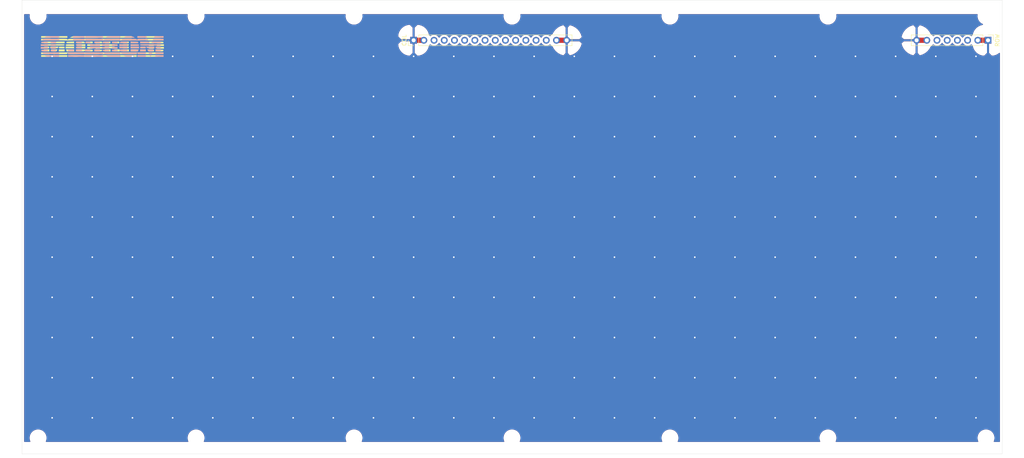
<source format=kicad_pcb>
(kicad_pcb (version 20171130) (host pcbnew 5.1.10)

  (general
    (thickness 1.6)
    (drawings 4)
    (tracks 244)
    (zones 0)
    (modules 18)
    (nets 18)
  )

  (page A4)
  (layers
    (0 F.Cu signal)
    (31 B.Cu signal)
    (32 B.Adhes user)
    (33 F.Adhes user)
    (34 B.Paste user)
    (35 F.Paste user)
    (36 B.SilkS user)
    (37 F.SilkS user)
    (38 B.Mask user)
    (39 F.Mask user)
    (40 Dwgs.User user)
    (41 Cmts.User user)
    (42 Eco1.User user)
    (43 Eco2.User user)
    (44 Edge.Cuts user)
    (45 Margin user)
    (46 B.CrtYd user)
    (47 F.CrtYd user)
    (48 B.Fab user)
    (49 F.Fab user)
  )

  (setup
    (last_trace_width 1.3)
    (user_trace_width 0.7)
    (user_trace_width 1.3)
    (trace_clearance 0.2)
    (zone_clearance 0.508)
    (zone_45_only no)
    (trace_min 0.2)
    (via_size 0.8)
    (via_drill 0.4)
    (via_min_size 0.4)
    (via_min_drill 0.3)
    (uvia_size 0.3)
    (uvia_drill 0.1)
    (uvias_allowed no)
    (uvia_min_size 0.2)
    (uvia_min_drill 0.1)
    (edge_width 0.05)
    (segment_width 0.2)
    (pcb_text_width 0.3)
    (pcb_text_size 1.5 1.5)
    (mod_edge_width 0.12)
    (mod_text_size 1 1)
    (mod_text_width 0.15)
    (pad_size 1.7 1.7)
    (pad_drill 1)
    (pad_to_mask_clearance 0)
    (aux_axis_origin 0 0)
    (visible_elements FFFFF77F)
    (pcbplotparams
      (layerselection 0x010fc_ffffffff)
      (usegerberextensions true)
      (usegerberattributes false)
      (usegerberadvancedattributes false)
      (creategerberjobfile false)
      (excludeedgelayer true)
      (linewidth 0.100000)
      (plotframeref false)
      (viasonmask false)
      (mode 1)
      (useauxorigin false)
      (hpglpennumber 1)
      (hpglpenspeed 20)
      (hpglpendiameter 15.000000)
      (psnegative false)
      (psa4output false)
      (plotreference true)
      (plotvalue false)
      (plotinvisibletext false)
      (padsonsilk false)
      (subtractmaskfromsilk true)
      (outputformat 1)
      (mirror false)
      (drillshape 0)
      (scaleselection 1)
      (outputdirectory "gerber/"))
  )

  (net 0 "")
  (net 1 GND)
  (net 2 C11)
  (net 3 C10)
  (net 4 C9)
  (net 5 C8)
  (net 6 C7)
  (net 7 C6)
  (net 8 C5)
  (net 9 C4)
  (net 10 C3)
  (net 11 C2)
  (net 12 C1)
  (net 13 C0)
  (net 14 R3)
  (net 15 R2)
  (net 16 R1)
  (net 17 R0)

  (net_class Default "This is the default net class."
    (clearance 0.2)
    (trace_width 0.25)
    (via_dia 0.8)
    (via_drill 0.4)
    (uvia_dia 0.3)
    (uvia_drill 0.1)
    (add_net C0)
    (add_net C1)
    (add_net C10)
    (add_net C11)
    (add_net C2)
    (add_net C3)
    (add_net C4)
    (add_net C5)
    (add_net C6)
    (add_net C7)
    (add_net C8)
    (add_net C9)
    (add_net GND)
    (add_net R0)
    (add_net R1)
    (add_net R2)
    (add_net R3)
  )

  (module model_d:model_d (layer B.Cu) (tedit 0) (tstamp 61CCC41C)
    (at 42.5 37.5 180)
    (fp_text reference G*** (at 0 0) (layer B.SilkS) hide
      (effects (font (size 1.524 1.524) (thickness 0.3)) (justify mirror))
    )
    (fp_text value LOGO (at 0.75 0) (layer B.SilkS) hide
      (effects (font (size 1.524 1.524) (thickness 0.3)) (justify mirror))
    )
    (fp_poly (pts (xy 12.819137 2.536458) (xy 13.263624 2.524475) (xy 13.59326 2.502019) (xy 13.835225 2.467054)
      (xy 14.016702 2.417548) (xy 14.052953 2.403807) (xy 14.260743 2.304866) (xy 14.381206 2.216927)
      (xy 14.393333 2.192141) (xy 14.312648 2.169746) (xy 14.086503 2.150057) (xy 13.738762 2.134062)
      (xy 13.293289 2.122753) (xy 12.773949 2.117117) (xy 12.573 2.116667) (xy 10.752666 2.116667)
      (xy 10.752666 2.54) (xy 12.232619 2.54) (xy 12.819137 2.536458)) (layer B.SilkS) (width 0.01))
    (fp_poly (pts (xy 7.281333 2.116667) (xy 4.402666 2.116667) (xy 4.402666 2.54) (xy 7.281333 2.54)
      (xy 7.281333 2.116667)) (layer B.SilkS) (width 0.01))
    (fp_poly (pts (xy 4.233333 2.116667) (xy -0.169334 2.116667) (xy -0.169334 2.54) (xy 4.233333 2.54)
      (xy 4.233333 2.116667)) (layer B.SilkS) (width 0.01))
    (fp_poly (pts (xy -2.380952 2.535218) (xy -1.908266 2.519988) (xy -1.565111 2.492985) (xy -1.331709 2.452885)
      (xy -1.235284 2.421639) (xy -1.03213 2.329712) (xy -0.922362 2.257976) (xy -0.917238 2.204023)
      (xy -1.028015 2.165448) (xy -1.265951 2.139844) (xy -1.642305 2.124804) (xy -2.168335 2.117923)
      (xy -2.662004 2.116667) (xy -4.487334 2.116667) (xy -4.487334 2.54) (xy -3.002948 2.54)
      (xy -2.380952 2.535218)) (layer B.SilkS) (width 0.01))
    (fp_poly (pts (xy -6.353536 2.52659) (xy -5.918369 2.455651) (xy -5.759047 2.403807) (xy -5.551257 2.304866)
      (xy -5.430794 2.216927) (xy -5.418667 2.192141) (xy -5.498529 2.166276) (xy -5.718922 2.144231)
      (xy -6.051059 2.127661) (xy -6.466151 2.118222) (xy -6.731 2.116667) (xy -7.180745 2.119495)
      (xy -7.56407 2.1273) (xy -7.852187 2.139063) (xy -8.016304 2.153763) (xy -8.043334 2.16314)
      (xy -7.973509 2.222264) (xy -7.796393 2.319347) (xy -7.6835 2.372947) (xy -7.305958 2.484118)
      (xy -6.839351 2.535706) (xy -6.353536 2.52659)) (layer B.SilkS) (width 0.01))
    (fp_poly (pts (xy -8.720667 2.116667) (xy -9.906 2.116667) (xy -10.34102 2.121906) (xy -10.701459 2.136366)
      (xy -10.95862 2.158166) (xy -11.083804 2.185424) (xy -11.091334 2.194409) (xy -11.080815 2.328914)
      (xy -11.032347 2.4232) (xy -10.920559 2.484356) (xy -10.720081 2.519472) (xy -10.405544 2.535636)
      (xy -9.951579 2.539939) (xy -9.854609 2.54) (xy -8.720667 2.54) (xy -8.720667 2.116667)) (layer B.SilkS) (width 0.01))
    (fp_poly (pts (xy -13.689143 2.537924) (xy -13.376083 2.529007) (xy -13.173935 2.509214) (xy -13.053498 2.47451)
      (xy -12.985573 2.420863) (xy -12.956979 2.376233) (xy -12.886606 2.225306) (xy -12.869334 2.164567)
      (xy -12.948948 2.147352) (xy -13.167596 2.132882) (xy -13.494985 2.12238) (xy -13.900822 2.117072)
      (xy -14.054667 2.116667) (xy -15.24 2.116667) (xy -15.24 2.54) (xy -14.142313 2.54)
      (xy -13.689143 2.537924)) (layer B.SilkS) (width 0.01))
    (fp_poly (pts (xy 13.420495 1.861984) (xy 13.910776 1.858861) (xy 14.273334 1.851688) (xy 14.528974 1.838856)
      (xy 14.6985 1.818756) (xy 14.802716 1.789777) (xy 14.862427 1.75031) (xy 14.898354 1.6989)
      (xy 14.968727 1.547973) (xy 14.986 1.487233) (xy 14.905112 1.47414) (xy 14.677564 1.462412)
      (xy 14.326024 1.452561) (xy 13.873164 1.445101) (xy 13.341653 1.440544) (xy 12.869333 1.439334)
      (xy 10.752666 1.439334) (xy 10.752666 1.862667) (xy 12.781687 1.862667) (xy 13.420495 1.861984)) (layer B.SilkS) (width 0.01))
    (fp_poly (pts (xy 7.281333 1.439334) (xy 4.402666 1.439334) (xy 4.402666 1.862667) (xy 7.281333 1.862667)
      (xy 7.281333 1.439334)) (layer B.SilkS) (width 0.01))
    (fp_poly (pts (xy 4.233333 1.439334) (xy -0.169334 1.439334) (xy -0.169334 1.862667) (xy 4.233333 1.862667)
      (xy 4.233333 1.439334)) (layer B.SilkS) (width 0.01))
    (fp_poly (pts (xy -2.486766 1.843033) (xy -1.854573 1.835411) (xy -1.370298 1.827302) (xy -1.012536 1.81656)
      (xy -0.759879 1.801039) (xy -0.590922 1.778594) (xy -0.484257 1.747078) (xy -0.418478 1.704347)
      (xy -0.372179 1.648254) (xy -0.359773 1.629834) (xy -0.233347 1.439334) (xy -4.487334 1.439334)
      (xy -4.487334 1.865732) (xy -2.486766 1.843033)) (layer B.SilkS) (width 0.01))
    (fp_poly (pts (xy -9.496243 1.860832) (xy -9.149599 1.853521) (xy -8.923244 1.838021) (xy -8.79267 1.811624)
      (xy -8.733366 1.771618) (xy -8.720667 1.722545) (xy -8.708286 1.630233) (xy -8.642597 1.655848)
      (xy -8.563893 1.724301) (xy -8.493546 1.77224) (xy -8.388258 1.807407) (xy -8.224996 1.831232)
      (xy -7.980728 1.845144) (xy -7.632419 1.850574) (xy -7.157036 1.848953) (xy -6.647977 1.843256)
      (xy -6.059594 1.834983) (xy -5.617507 1.825864) (xy -5.298689 1.813294) (xy -5.080112 1.794667)
      (xy -4.938748 1.767375) (xy -4.85157 1.728812) (xy -4.795549 1.676373) (xy -4.762423 1.629834)
      (xy -4.636013 1.439334) (xy -8.033007 1.439334) (xy -8.772797 1.440486) (xy -9.457062 1.443773)
      (xy -10.067907 1.448943) (xy -10.587438 1.455744) (xy -10.997758 1.463923) (xy -11.280972 1.473228)
      (xy -11.419186 1.483407) (xy -11.43 1.487233) (xy -11.394442 1.592134) (xy -11.342355 1.6989)
      (xy -11.296159 1.762269) (xy -11.21865 1.806865) (xy -11.082889 1.835945) (xy -10.861939 1.852765)
      (xy -10.528859 1.860581) (xy -10.056712 1.86265) (xy -9.987688 1.862667) (xy -9.496243 1.860832)) (layer B.SilkS) (width 0.01))
    (fp_poly (pts (xy -13.481859 1.86108) (xy -13.133121 1.854146) (xy -12.899826 1.83861) (xy -12.755036 1.811215)
      (xy -12.671813 1.768704) (xy -12.623217 1.70782) (xy -12.618313 1.6989) (xy -12.547939 1.547973)
      (xy -12.530667 1.487233) (xy -12.610608 1.47106) (xy -12.831541 1.45722) (xy -13.165128 1.446714)
      (xy -13.583033 1.440544) (xy -13.885334 1.439334) (xy -15.24 1.439334) (xy -15.24 1.862667)
      (xy -13.972979 1.862667) (xy -13.481859 1.86108)) (layer B.SilkS) (width 0.01))
    (fp_poly (pts (xy 14.766931 1.140802) (xy 15.003962 1.129204) (xy 15.137179 1.100701) (xy 15.199337 1.047787)
      (xy 15.223192 0.962958) (xy 15.224721 0.9525) (xy 15.230116 0.866534) (xy 15.197077 0.811317)
      (xy 15.095916 0.780048) (xy 14.896944 0.765924) (xy 14.570472 0.762141) (xy 14.393333 0.762)
      (xy 14.006157 0.763513) (xy 13.758625 0.772585) (xy 13.621046 0.796019) (xy 13.563733 0.840619)
      (xy 13.556996 0.913187) (xy 13.561944 0.9525) (xy 13.583782 1.04091) (xy 13.640669 1.096659)
      (xy 13.765362 1.127252) (xy 13.990614 1.140194) (xy 14.349179 1.14299) (xy 14.393333 1.143)
      (xy 14.766931 1.140802)) (layer B.SilkS) (width 0.01))
    (fp_poly (pts (xy 12.527929 1.183078) (xy 12.729077 1.169114) (xy 12.829992 1.132644) (xy 12.865223 1.062872)
      (xy 12.869333 0.973667) (xy 12.862115 0.868689) (xy 12.817428 0.805831) (xy 12.700724 0.774295)
      (xy 12.477454 0.763285) (xy 12.192 0.762) (xy 11.85607 0.764256) (xy 11.654922 0.778221)
      (xy 11.554007 0.814691) (xy 11.518776 0.884463) (xy 11.514666 0.973667) (xy 11.521884 1.078645)
      (xy 11.566571 1.141504) (xy 11.683275 1.17304) (xy 11.906545 1.184049) (xy 12.192 1.185334)
      (xy 12.527929 1.183078)) (layer B.SilkS) (width 0.01))
    (fp_poly (pts (xy 6.202717 1.183648) (xy 6.426686 1.172558) (xy 6.546493 1.143011) (xy 6.594724 1.085955)
      (xy 6.603962 0.99234) (xy 6.604 0.973667) (xy 6.597932 0.873468) (xy 6.558006 0.811254)
      (xy 6.451636 0.777974) (xy 6.246237 0.764577) (xy 5.909223 0.762011) (xy 5.842 0.762)
      (xy 5.481282 0.763686) (xy 5.257313 0.774776) (xy 5.137506 0.804324) (xy 5.089275 0.861379)
      (xy 5.080037 0.954994) (xy 5.08 0.973667) (xy 5.086067 1.073866) (xy 5.125993 1.13608)
      (xy 5.232363 1.16936) (xy 5.437762 1.182757) (xy 5.774776 1.185324) (xy 5.842 1.185334)
      (xy 6.202717 1.183648)) (layer B.SilkS) (width 0.01))
    (fp_poly (pts (xy 3.92132 1.182696) (xy 4.110648 1.166856) (xy 4.201985 1.125924) (xy 4.230999 1.048012)
      (xy 4.233333 0.973667) (xy 4.225419 0.866005) (xy 4.177899 0.802895) (xy 4.055104 0.77245)
      (xy 3.821366 0.762779) (xy 3.598333 0.762) (xy 3.275345 0.764638) (xy 3.086017 0.780478)
      (xy 2.994681 0.82141) (xy 2.965667 0.899323) (xy 2.963333 0.973667) (xy 2.971247 1.08133)
      (xy 3.018767 1.144439) (xy 3.141561 1.174884) (xy 3.375299 1.184556) (xy 3.598333 1.185334)
      (xy 3.92132 1.182696)) (layer B.SilkS) (width 0.01))
    (fp_poly (pts (xy 1.660829 1.18339) (xy 1.873518 1.170987) (xy 1.983926 1.138262) (xy 2.025578 1.075356)
      (xy 2.032 0.973667) (xy 2.025392 0.871168) (xy 1.983219 0.808613) (xy 1.871954 0.77614)
      (xy 1.658074 0.763889) (xy 1.312333 0.762) (xy 0.963837 0.763944) (xy 0.751147 0.776348)
      (xy 0.64074 0.809073) (xy 0.599088 0.871979) (xy 0.592666 0.973667) (xy 0.599274 1.076166)
      (xy 0.641447 1.138722) (xy 0.752711 1.171195) (xy 0.966592 1.183445) (xy 1.312333 1.185334)
      (xy 1.660829 1.18339)) (layer B.SilkS) (width 0.01))
    (fp_poly (pts (xy -0.543393 1.177745) (xy -0.27217 1.157346) (xy -0.112096 1.127691) (xy -0.084667 1.107592)
      (xy -0.056739 0.965702) (xy -0.033275 0.895925) (xy -0.029224 0.834897) (xy -0.091577 0.795545)
      (xy -0.24762 0.773325) (xy -0.524636 0.763695) (xy -0.837609 0.762) (xy -1.693334 0.762)
      (xy -1.693334 0.973667) (xy -1.687748 1.071725) (xy -1.649846 1.133568) (xy -1.547908 1.167544)
      (xy -1.350217 1.181999) (xy -1.025054 1.18528) (xy -0.889 1.185334) (xy -0.543393 1.177745)) (layer B.SilkS) (width 0.01))
    (fp_poly (pts (xy -2.741838 1.18339) (xy -2.529148 1.170987) (xy -2.418741 1.138262) (xy -2.377089 1.075356)
      (xy -2.370667 0.973667) (xy -2.377275 0.871168) (xy -2.419448 0.808613) (xy -2.530712 0.77614)
      (xy -2.744593 0.763889) (xy -3.090334 0.762) (xy -3.43883 0.763944) (xy -3.651519 0.776348)
      (xy -3.761927 0.809073) (xy -3.803579 0.871979) (xy -3.81 0.973667) (xy -3.803393 1.076166)
      (xy -3.76122 1.138722) (xy -3.649955 1.171195) (xy -3.436075 1.183445) (xy -3.090334 1.185334)
      (xy -2.741838 1.18339)) (layer B.SilkS) (width 0.01))
    (fp_poly (pts (xy -4.977207 1.182195) (xy -4.711394 1.169079) (xy -4.548891 1.14044) (xy -4.456715 1.090729)
      (xy -4.405646 1.021567) (xy -4.335273 0.87064) (xy -4.318 0.8099) (xy -4.397092 0.791042)
      (xy -4.612083 0.775679) (xy -4.929552 0.765455) (xy -5.291667 0.762) (xy -6.265334 0.762)
      (xy -6.265334 1.185334) (xy -5.379313 1.185334) (xy -4.977207 1.182195)) (layer B.SilkS) (width 0.01))
    (fp_poly (pts (xy -7.027334 0.762) (xy -8.006889 0.762) (xy -8.425634 0.763141) (xy -8.702973 0.770285)
      (xy -8.866833 0.789019) (xy -8.945141 0.824927) (xy -8.965825 0.883596) (xy -8.959389 0.9525)
      (xy -8.939189 1.035242) (xy -8.886606 1.090819) (xy -8.771696 1.125784) (xy -8.564516 1.146695)
      (xy -8.235122 1.160105) (xy -7.979834 1.16694) (xy -7.027334 1.19088) (xy -7.027334 0.762)) (layer B.SilkS) (width 0.01))
    (fp_poly (pts (xy -9.398 0.762) (xy -10.583334 0.762) (xy -11.009339 0.765218) (xy -11.367422 0.774053)
      (xy -11.627292 0.787283) (xy -11.758655 0.803683) (xy -11.768667 0.8099) (xy -11.733109 0.914801)
      (xy -11.681022 1.021567) (xy -11.631012 1.089011) (xy -11.546625 1.135005) (xy -11.398661 1.163584)
      (xy -11.157921 1.178781) (xy -10.795205 1.184631) (xy -10.495688 1.185334) (xy -9.398 1.185334)
      (xy -9.398 0.762)) (layer B.SilkS) (width 0.01))
    (fp_poly (pts (xy -13.011809 1.183258) (xy -12.69875 1.17434) (xy -12.496601 1.154547) (xy -12.376164 1.119844)
      (xy -12.30824 1.066196) (xy -12.279646 1.021567) (xy -12.209273 0.87064) (xy -12.192 0.8099)
      (xy -12.271615 0.792685) (xy -12.490263 0.778215) (xy -12.817652 0.767713) (xy -13.223488 0.762405)
      (xy -13.377334 0.762) (xy -14.562667 0.762) (xy -14.562667 1.185334) (xy -13.464979 1.185334)
      (xy -13.011809 1.183258)) (layer B.SilkS) (width 0.01))
    (fp_poly (pts (xy -11.251914 0.505021) (xy -10.675142 0.503253) (xy -10.232333 0.498901) (xy -9.905802 0.490813)
      (xy -9.677864 0.477838) (xy -9.530834 0.458827) (xy -9.447027 0.432629) (xy -9.408757 0.398093)
      (xy -9.39834 0.354069) (xy -9.398 0.337344) (xy -9.403128 0.289952) (xy -9.430299 0.252427)
      (xy -9.497199 0.223617) (xy -9.621514 0.202372) (xy -9.820929 0.187542) (xy -10.113127 0.177976)
      (xy -10.515795 0.172524) (xy -11.046618 0.170034) (xy -11.72328 0.169356) (xy -11.980334 0.169334)
      (xy -12.708754 0.169667) (xy -13.285526 0.171435) (xy -13.728335 0.175788) (xy -14.054865 0.183876)
      (xy -14.282803 0.19685) (xy -14.429834 0.215861) (xy -14.513641 0.242059) (xy -14.551911 0.276595)
      (xy -14.562328 0.32062) (xy -14.562667 0.337344) (xy -14.55754 0.384736) (xy -14.530369 0.422262)
      (xy -14.463468 0.451072) (xy -14.339153 0.472316) (xy -14.139739 0.487146) (xy -13.84754 0.496712)
      (xy -13.444872 0.502165) (xy -12.91405 0.504655) (xy -12.237388 0.505333) (xy -11.980334 0.505355)
      (xy -11.251914 0.505021)) (layer B.SilkS) (width 0.01))
    (fp_poly (pts (xy 15.324666 0.084667) (xy 13.546666 0.084667) (xy 13.546666 0.508) (xy 15.324666 0.508)
      (xy 15.324666 0.084667)) (layer B.SilkS) (width 0.01))
    (fp_poly (pts (xy 12.527929 0.505745) (xy 12.729077 0.49178) (xy 12.829992 0.45531) (xy 12.865223 0.385538)
      (xy 12.869333 0.296334) (xy 12.862115 0.191356) (xy 12.817428 0.128497) (xy 12.700724 0.096961)
      (xy 12.477454 0.085952) (xy 12.192 0.084667) (xy 11.85607 0.086923) (xy 11.654922 0.100887)
      (xy 11.554007 0.137357) (xy 11.518776 0.207129) (xy 11.514666 0.296334) (xy 11.521884 0.401312)
      (xy 11.566571 0.46417) (xy 11.683275 0.495706) (xy 11.906545 0.506716) (xy 12.192 0.508)
      (xy 12.527929 0.505745)) (layer B.SilkS) (width 0.01))
    (fp_poly (pts (xy 6.210006 0.506086) (xy 6.434033 0.494986) (xy 6.551207 0.466668) (xy 6.592765 0.4131)
      (xy 6.589946 0.326249) (xy 6.588721 0.3175) (xy 6.56262 0.222362) (xy 6.493729 0.163414)
      (xy 6.346384 0.129841) (xy 6.084924 0.110828) (xy 5.880423 0.102689) (xy 5.555333 0.098277)
      (xy 5.298127 0.108188) (xy 5.153452 0.130296) (xy 5.139589 0.137966) (xy 5.088329 0.265544)
      (xy 5.08 0.352778) (xy 5.096367 0.426599) (xy 5.166585 0.472606) (xy 5.322328 0.4972)
      (xy 5.595271 0.506786) (xy 5.847888 0.508) (xy 6.210006 0.506086)) (layer B.SilkS) (width 0.01))
    (fp_poly (pts (xy 3.048 0.084667) (xy 0.592666 0.084667) (xy 0.592666 0.508) (xy 3.048 0.508)
      (xy 3.048 0.084667)) (layer B.SilkS) (width 0.01))
    (fp_poly (pts (xy 0.084666 0.084667) (xy -1.693334 0.084667) (xy -1.693334 0.508) (xy 0.084666 0.508)
      (xy 0.084666 0.084667)) (layer B.SilkS) (width 0.01))
    (fp_poly (pts (xy -2.741838 0.506057) (xy -2.529148 0.493653) (xy -2.418741 0.460928) (xy -2.377089 0.398022)
      (xy -2.370667 0.296334) (xy -2.377275 0.193835) (xy -2.419448 0.131279) (xy -2.530712 0.098806)
      (xy -2.744593 0.086556) (xy -3.090334 0.084667) (xy -3.43883 0.086611) (xy -3.651519 0.099014)
      (xy -3.761927 0.131739) (xy -3.803579 0.194645) (xy -3.81 0.296334) (xy -3.803393 0.398833)
      (xy -3.76122 0.461388) (xy -3.649955 0.493861) (xy -3.436075 0.506112) (xy -3.090334 0.508)
      (xy -2.741838 0.506057)) (layer B.SilkS) (width 0.01))
    (fp_poly (pts (xy -4.233334 0.084667) (xy -6.265334 0.084667) (xy -6.265334 0.508) (xy -4.233334 0.508)
      (xy -4.233334 0.084667)) (layer B.SilkS) (width 0.01))
    (fp_poly (pts (xy -7.027334 0.084667) (xy -8.045991 0.084667) (xy -8.495546 0.088692) (xy -8.801714 0.10275)
      (xy -8.990293 0.129817) (xy -9.087081 0.172869) (xy -9.111827 0.207613) (xy -9.135846 0.327233)
      (xy -9.086558 0.410985) (xy -8.94259 0.46485) (xy -8.682569 0.494807) (xy -8.285125 0.506837)
      (xy -8.038337 0.508) (xy -7.027334 0.508) (xy -7.027334 0.084667)) (layer B.SilkS) (width 0.01))
    (fp_poly (pts (xy 6.202717 -0.086352) (xy 6.426686 -0.097442) (xy 6.546493 -0.126989) (xy 6.594724 -0.184045)
      (xy 6.603962 -0.27766) (xy 6.604 -0.296333) (xy 6.597932 -0.396532) (xy 6.558006 -0.458746)
      (xy 6.451636 -0.492026) (xy 6.246237 -0.505423) (xy 5.909223 -0.507989) (xy 5.842 -0.508)
      (xy 5.481282 -0.506314) (xy 5.257313 -0.495224) (xy 5.137506 -0.465676) (xy 5.089275 -0.408621)
      (xy 5.080037 -0.315006) (xy 5.08 -0.296333) (xy 5.086067 -0.196134) (xy 5.125993 -0.13392)
      (xy 5.232363 -0.10064) (xy 5.437762 -0.087243) (xy 5.774776 -0.084676) (xy 5.842 -0.084666)
      (xy 6.202717 -0.086352)) (layer B.SilkS) (width 0.01))
    (fp_poly (pts (xy 3.048 -0.508) (xy 0.592666 -0.508) (xy 0.592666 -0.084666) (xy 3.048 -0.084666)
      (xy 3.048 -0.508)) (layer B.SilkS) (width 0.01))
    (fp_poly (pts (xy -4.233334 -0.508) (xy -6.265334 -0.508) (xy -6.265334 -0.084666) (xy -4.233334 -0.084666)
      (xy -4.233334 -0.508)) (layer B.SilkS) (width 0.01))
    (fp_poly (pts (xy -7.027334 -0.508) (xy -9.144 -0.508) (xy -9.144 -0.084666) (xy -7.027334 -0.084666)
      (xy -7.027334 -0.508)) (layer B.SilkS) (width 0.01))
    (fp_poly (pts (xy -9.769171 -0.08661) (xy -9.556482 -0.099013) (xy -9.446074 -0.131738) (xy -9.404422 -0.194644)
      (xy -9.398 -0.296333) (xy -9.404608 -0.398832) (xy -9.446781 -0.461387) (xy -9.558046 -0.49386)
      (xy -9.771926 -0.506111) (xy -10.117667 -0.508) (xy -10.466163 -0.506056) (xy -10.678853 -0.493652)
      (xy -10.78926 -0.460927) (xy -10.830912 -0.398021) (xy -10.837334 -0.296333) (xy -10.830726 -0.193834)
      (xy -10.788553 -0.131278) (xy -10.677289 -0.098805) (xy -10.463408 -0.086555) (xy -10.117667 -0.084666)
      (xy -9.769171 -0.08661)) (layer B.SilkS) (width 0.01))
    (fp_poly (pts (xy -10.997767 -0.275166) (xy -11.038691 -0.358505) (xy -11.109194 -0.414419) (xy -11.240793 -0.449576)
      (xy -11.465004 -0.470648) (xy -11.813345 -0.484304) (xy -12.011039 -0.489606) (xy -12.420371 -0.493146)
      (xy -12.729744 -0.481899) (xy -12.913625 -0.457396) (xy -12.954 -0.43303) (xy -12.982038 -0.2883)
      (xy -13.005392 -0.218591) (xy -13.009027 -0.162825) (xy -12.952756 -0.124884) (xy -12.811547 -0.101459)
      (xy -12.560365 -0.089242) (xy -12.174176 -0.084924) (xy -11.992121 -0.084666) (xy -10.927457 -0.084666)
      (xy -10.997767 -0.275166)) (layer B.SilkS) (width 0.01))
    (fp_poly (pts (xy -13.549404 -0.086922) (xy -13.348257 -0.100886) (xy -13.247342 -0.137356) (xy -13.21211 -0.207128)
      (xy -13.208 -0.296333) (xy -13.215218 -0.401311) (xy -13.259905 -0.464169) (xy -13.376609 -0.495705)
      (xy -13.599879 -0.506715) (xy -13.885334 -0.508) (xy -14.221263 -0.505744) (xy -14.422411 -0.491779)
      (xy -14.523326 -0.455309) (xy -14.558557 -0.385537) (xy -14.562667 -0.296333) (xy -14.555449 -0.191355)
      (xy -14.510763 -0.128496) (xy -14.394059 -0.09696) (xy -14.170788 -0.085951) (xy -13.885334 -0.084666)
      (xy -13.549404 -0.086922)) (layer B.SilkS) (width 0.01))
    (fp_poly (pts (xy 15.324666 -0.592666) (xy 13.546666 -0.592666) (xy 13.546666 -0.169333) (xy 15.324666 -0.169333)
      (xy 15.324666 -0.592666)) (layer B.SilkS) (width 0.01))
    (fp_poly (pts (xy 12.527929 -0.171588) (xy 12.729077 -0.185553) (xy 12.829992 -0.222023) (xy 12.865223 -0.291795)
      (xy 12.869333 -0.381) (xy 12.862115 -0.485977) (xy 12.817428 -0.548836) (xy 12.700724 -0.580372)
      (xy 12.477454 -0.591382) (xy 12.192 -0.592666) (xy 11.85607 -0.590411) (xy 11.654922 -0.576446)
      (xy 11.554007 -0.539976) (xy 11.518776 -0.470204) (xy 11.514666 -0.381) (xy 11.521884 -0.276022)
      (xy 11.566571 -0.213163) (xy 11.683275 -0.181627) (xy 11.906545 -0.170617) (xy 12.192 -0.169333)
      (xy 12.527929 -0.171588)) (layer B.SilkS) (width 0.01))
    (fp_poly (pts (xy -0.401552 -0.170717) (xy -0.144867 -0.179131) (xy 0.000737 -0.20097) (xy 0.064383 -0.242625)
      (xy 0.075198 -0.31049) (xy 0.069388 -0.359833) (xy 0.04773 -0.445862) (xy -0.00887 -0.502448)
      (xy -0.131848 -0.537132) (xy -0.352639 -0.557454) (xy -0.702678 -0.570951) (xy -0.8255 -0.574461)
      (xy -1.693334 -0.59859) (xy -1.693334 -0.169333) (xy -0.798445 -0.169333) (xy -0.401552 -0.170717)) (layer B.SilkS) (width 0.01))
    (fp_poly (pts (xy -2.741838 -0.171276) (xy -2.529148 -0.18368) (xy -2.418741 -0.216405) (xy -2.377089 -0.279311)
      (xy -2.370667 -0.381) (xy -2.377275 -0.483498) (xy -2.419448 -0.546054) (xy -2.530712 -0.578527)
      (xy -2.744593 -0.590777) (xy -3.090334 -0.592666) (xy -3.43883 -0.590723) (xy -3.651519 -0.578319)
      (xy -3.761927 -0.545594) (xy -3.803579 -0.482688) (xy -3.81 -0.381) (xy -3.803393 -0.278501)
      (xy -3.76122 -0.215945) (xy -3.649955 -0.183472) (xy -3.436075 -0.171222) (xy -3.090334 -0.169333)
      (xy -2.741838 -0.171276)) (layer B.SilkS) (width 0.01))
    (fp_poly (pts (xy 14.791173 -0.849697) (xy 15.037967 -0.861819) (xy 15.170058 -0.887575) (xy 15.214732 -0.931508)
      (xy 15.206725 -0.980591) (xy 15.161039 -1.141894) (xy 15.155333 -1.192258) (xy 15.078346 -1.224903)
      (xy 14.877741 -1.24907) (xy 14.599052 -1.264133) (xy 14.28781 -1.269469) (xy 13.98955 -1.264452)
      (xy 13.749803 -1.248457) (xy 13.614104 -1.220861) (xy 13.603111 -1.213555) (xy 13.554621 -1.089051)
      (xy 13.546666 -1.001888) (xy 13.561779 -0.93129) (xy 13.627207 -0.885935) (xy 13.773081 -0.860357)
      (xy 14.029532 -0.849091) (xy 14.402391 -0.846666) (xy 14.791173 -0.849697)) (layer B.SilkS) (width 0.01))
    (fp_poly (pts (xy 12.527929 -0.848922) (xy 12.729077 -0.862886) (xy 12.829992 -0.899356) (xy 12.865223 -0.969128)
      (xy 12.869333 -1.058333) (xy 12.862115 -1.163311) (xy 12.817428 -1.226169) (xy 12.700724 -1.257705)
      (xy 12.477454 -1.268715) (xy 12.192 -1.27) (xy 11.85607 -1.267744) (xy 11.654922 -1.253779)
      (xy 11.554007 -1.217309) (xy 11.518776 -1.147537) (xy 11.514666 -1.058333) (xy 11.521884 -0.953355)
      (xy 11.566571 -0.890496) (xy 11.683275 -0.85896) (xy 11.906545 -0.847951) (xy 12.192 -0.846666)
      (xy 12.527929 -0.848922)) (layer B.SilkS) (width 0.01))
    (fp_poly (pts (xy 8.551333 -1.27) (xy 7.888111 -1.27) (xy 7.567766 -1.263247) (xy 7.316295 -1.245355)
      (xy 7.178908 -1.219868) (xy 7.168444 -1.213555) (xy 7.123894 -1.092405) (xy 7.112 -0.959555)
      (xy 7.120359 -0.863842) (xy 7.167757 -0.80542) (xy 7.28767 -0.775101) (xy 7.513577 -0.763693)
      (xy 7.831666 -0.762) (xy 8.551333 -0.762) (xy 8.551333 -1.27)) (layer B.SilkS) (width 0.01))
    (fp_poly (pts (xy 6.604 -1.27) (xy 5.08 -1.27) (xy 5.08 -0.762) (xy 6.604 -0.762)
      (xy 6.604 -1.27)) (layer B.SilkS) (width 0.01))
    (fp_poly (pts (xy 4.318 -1.27) (xy 2.963333 -1.27) (xy 2.963333 -0.762) (xy 4.318 -0.762)
      (xy 4.318 -1.27)) (layer B.SilkS) (width 0.01))
    (fp_poly (pts (xy 2.032 -1.27) (xy 0.592666 -1.27) (xy 0.592666 -0.762) (xy 2.032 -0.762)
      (xy 2.032 -1.27)) (layer B.SilkS) (width 0.01))
    (fp_poly (pts (xy -0.466438 -0.84793) (xy -0.224446 -0.856379) (xy -0.09505 -0.878998) (xy -0.049884 -0.922772)
      (xy -0.060577 -0.994685) (xy -0.075716 -1.037166) (xy -0.122169 -1.127874) (xy -0.203935 -1.186016)
      (xy -0.356313 -1.220579) (xy -0.614602 -1.24055) (xy -0.919654 -1.25201) (xy -1.693334 -1.276354)
      (xy -1.693334 -0.846666) (xy -0.849395 -0.846666) (xy -0.466438 -0.84793)) (layer B.SilkS) (width 0.01))
    (fp_poly (pts (xy -2.741838 -0.84861) (xy -2.529148 -0.861013) (xy -2.418741 -0.893738) (xy -2.377089 -0.956644)
      (xy -2.370667 -1.058333) (xy -2.377275 -1.160832) (xy -2.419448 -1.223387) (xy -2.530712 -1.25586)
      (xy -2.744593 -1.268111) (xy -3.090334 -1.27) (xy -3.43883 -1.268056) (xy -3.651519 -1.255652)
      (xy -3.761927 -1.222927) (xy -3.803579 -1.160021) (xy -3.81 -1.058333) (xy -3.803393 -0.955834)
      (xy -3.76122 -0.893278) (xy -3.649955 -0.860805) (xy -3.436075 -0.848555) (xy -3.090334 -0.846666)
      (xy -2.741838 -0.84861)) (layer B.SilkS) (width 0.01))
    (fp_poly (pts (xy -4.853323 -0.765131) (xy -4.560789 -0.78088) (xy -4.390572 -0.818774) (xy -4.319178 -0.888344)
      (xy -4.323111 -0.999118) (xy -4.369392 -1.136075) (xy -4.419901 -1.196648) (xy -4.53525 -1.23628)
      (xy -4.744495 -1.258968) (xy -5.076693 -1.268708) (xy -5.343059 -1.27) (xy -6.265334 -1.27)
      (xy -6.265334 -0.762) (xy -5.291667 -0.762) (xy -4.853323 -0.765131)) (layer B.SilkS) (width 0.01))
    (fp_poly (pts (xy -7.027334 -1.27) (xy -8.873435 -1.27) (xy -9.050525 -0.762) (xy -7.027334 -0.762)
      (xy -7.027334 -1.27)) (layer B.SilkS) (width 0.01))
    (fp_poly (pts (xy -9.398 -1.27) (xy -10.837334 -1.27) (xy -10.837334 -0.762) (xy -9.398 -0.762)
      (xy -9.398 -1.27)) (layer B.SilkS) (width 0.01))
    (fp_poly (pts (xy -11.286584 -1.016) (xy -11.34409 -1.147945) (xy -11.420364 -1.223833) (xy -11.558033 -1.25916)
      (xy -11.799728 -1.269423) (xy -11.985306 -1.27) (xy -12.302416 -1.265516) (xy -12.493284 -1.243243)
      (xy -12.600939 -1.189943) (xy -12.668411 -1.092383) (xy -12.68641 -1.054349) (xy -12.758222 -0.884496)
      (xy -12.784667 -0.800349) (xy -12.706162 -0.783801) (xy -12.495277 -0.77084) (xy -12.188952 -0.763246)
      (xy -11.987688 -0.762) (xy -11.190709 -0.762) (xy -11.286584 -1.016)) (layer B.SilkS) (width 0.01))
    (fp_poly (pts (xy -13.208 -1.27) (xy -14.562667 -1.27) (xy -14.562667 -0.762) (xy -13.208 -0.762)
      (xy -13.208 -1.27)) (layer B.SilkS) (width 0.01))
    (fp_poly (pts (xy 14.880227 -1.7145) (xy 14.835548 -1.774724) (xy 14.777391 -1.820986) (xy 14.684351 -1.85543)
      (xy 14.53502 -1.880202) (xy 14.307993 -1.897448) (xy 13.981862 -1.909314) (xy 13.535222 -1.917945)
      (xy 12.946666 -1.925486) (xy 12.753234 -1.927699) (xy 10.752666 -1.950398) (xy 10.752666 -1.524)
      (xy 12.87966 -1.524) (xy 15.006653 -1.523999) (xy 14.880227 -1.7145)) (layer B.SilkS) (width 0.01))
    (fp_poly (pts (xy 8.551333 -1.947333) (xy 4.402666 -1.947333) (xy 4.402666 -1.524) (xy 8.551333 -1.524)
      (xy 8.551333 -1.947333)) (layer B.SilkS) (width 0.01))
    (fp_poly (pts (xy 4.318 -1.947333) (xy -0.169334 -1.947333) (xy -0.169334 -1.524) (xy 4.318 -1.524)
      (xy 4.318 -1.947333)) (layer B.SilkS) (width 0.01))
    (fp_poly (pts (xy -1.840505 -1.525866) (xy -1.328538 -1.531115) (xy -0.900001 -1.539215) (xy -0.577794 -1.54964)
      (xy -0.384817 -1.561859) (xy -0.338667 -1.571899) (xy -0.374225 -1.6768) (xy -0.426313 -1.783566)
      (xy -0.46275 -1.83558) (xy -0.52322 -1.87526) (xy -0.628765 -1.904265) (xy -0.800428 -1.924258)
      (xy -1.059252 -1.936899) (xy -1.426279 -1.943851) (xy -1.922552 -1.946774) (xy -2.500646 -1.947333)
      (xy -4.487334 -1.947333) (xy -4.487334 -1.524) (xy -2.413 -1.524) (xy -1.840505 -1.525866)) (layer B.SilkS) (width 0.01))
    (fp_poly (pts (xy -4.67776 -1.7145) (xy -4.724947 -1.777452) (xy -4.786809 -1.825111) (xy -4.886 -1.859982)
      (xy -5.045176 -1.88457) (xy -5.286992 -1.90138) (xy -5.634104 -1.912918) (xy -6.109168 -1.921688)
      (xy -6.614253 -1.928626) (xy -7.212486 -1.935833) (xy -7.66433 -1.938495) (xy -7.992708 -1.93477)
      (xy -8.220545 -1.922811) (xy -8.370764 -1.900776) (xy -8.466287 -1.86682) (xy -8.530039 -1.819099)
      (xy -8.5725 -1.77108) (xy -8.720667 -1.589907) (xy -8.720667 -1.76862) (xy -8.728534 -1.84271)
      (xy -8.770529 -1.892866) (xy -8.874243 -1.923747) (xy -9.067266 -1.940012) (xy -9.37719 -1.946319)
      (xy -9.779 -1.947333) (xy -10.837334 -1.947333) (xy -10.837334 -1.524) (xy -4.551347 -1.524)
      (xy -4.67776 -1.7145)) (layer B.SilkS) (width 0.01))
    (fp_poly (pts (xy -11.707055 -1.531052) (xy -11.570203 -1.558933) (xy -11.537212 -1.617729) (xy -11.547942 -1.657924)
      (xy -11.593628 -1.819227) (xy -11.599334 -1.869591) (xy -11.675021 -1.915958) (xy -11.866516 -1.943768)
      (xy -11.980334 -1.947333) (xy -12.207571 -1.931889) (xy -12.343865 -1.892815) (xy -12.361334 -1.869591)
      (xy -12.389262 -1.727701) (xy -12.412726 -1.657924) (xy -12.416568 -1.581524) (xy -12.331527 -1.540678)
      (xy -12.125036 -1.525299) (xy -11.980334 -1.524) (xy -11.707055 -1.531052)) (layer B.SilkS) (width 0.01))
    (fp_poly (pts (xy -13.208 -1.947333) (xy -15.24 -1.947333) (xy -15.24 -1.524) (xy -13.208 -1.524)
      (xy -13.208 -1.947333)) (layer B.SilkS) (width 0.01))
    (fp_poly (pts (xy 13.222355 -2.203717) (xy 13.708685 -2.212473) (xy 14.048244 -2.230009) (xy 14.252291 -2.25873)
      (xy 14.332083 -2.301042) (xy 14.298879 -2.359353) (xy 14.163936 -2.436069) (xy 14.004716 -2.506305)
      (xy 13.828221 -2.554989) (xy 13.553963 -2.589773) (xy 13.162164 -2.611982) (xy 12.633045 -2.62294)
      (xy 12.237052 -2.624666) (xy 10.752666 -2.624666) (xy 10.752666 -2.201333) (xy 12.577996 -2.201333)
      (xy 13.222355 -2.203717)) (layer B.SilkS) (width 0.01))
    (fp_poly (pts (xy 8.551333 -2.624666) (xy 4.402666 -2.624666) (xy 4.402666 -2.201333) (xy 8.551333 -2.201333)
      (xy 8.551333 -2.624666)) (layer B.SilkS) (width 0.01))
    (fp_poly (pts (xy 4.318 -2.624666) (xy -0.169334 -2.624666) (xy -0.169334 -2.201333) (xy 4.318 -2.201333)
      (xy 4.318 -2.624666)) (layer B.SilkS) (width 0.01))
    (fp_poly (pts (xy -2.181296 -2.204458) (xy -1.715621 -2.213193) (xy -1.337043 -2.226578) (xy -1.070295 -2.243655)
      (xy -0.940112 -2.263462) (xy -0.931334 -2.270318) (xy -1.000368 -2.34719) (xy -1.171989 -2.452729)
      (xy -1.23054 -2.481985) (xy -1.373213 -2.536111) (xy -1.557823 -2.575128) (xy -1.811928 -2.601247)
      (xy -2.163089 -2.61668) (xy -2.638865 -2.623638) (xy -3.00854 -2.624666) (xy -4.487334 -2.624666)
      (xy -4.487334 -2.201333) (xy -2.709334 -2.201333) (xy -2.181296 -2.204458)) (layer B.SilkS) (width 0.01))
    (fp_poly (pts (xy -6.593784 -2.219582) (xy -6.552401 -2.220289) (xy -5.207 -2.243666) (xy -5.588 -2.432307)
      (xy -5.955222 -2.55204) (xy -6.416915 -2.614525) (xy -6.907377 -2.617451) (xy -7.360906 -2.558507)
      (xy -7.5628 -2.501761) (xy -7.818763 -2.403107) (xy -7.957529 -2.327876) (xy -7.970538 -2.273682)
      (xy -7.84923 -2.23814) (xy -7.585042 -2.218866) (xy -7.169414 -2.213475) (xy -6.593784 -2.219582)) (layer B.SilkS) (width 0.01))
    (fp_poly (pts (xy -8.720667 -2.624666) (xy -10.837334 -2.624666) (xy -10.837334 -2.201333) (xy -8.720667 -2.201333)
      (xy -8.720667 -2.624666)) (layer B.SilkS) (width 0.01))
    (fp_poly (pts (xy -11.810415 -2.228169) (xy -11.783198 -2.322847) (xy -11.884522 -2.496743) (xy -11.977663 -2.604125)
      (xy -12.042521 -2.570056) (xy -12.096189 -2.476158) (xy -12.178142 -2.296917) (xy -12.151535 -2.219091)
      (xy -11.998963 -2.201389) (xy -11.980334 -2.201333) (xy -11.810415 -2.228169)) (layer B.SilkS) (width 0.01))
    (fp_poly (pts (xy -13.208 -2.624666) (xy -15.24 -2.624666) (xy -15.24 -2.201333) (xy -13.208 -2.201333)
      (xy -13.208 -2.624666)) (layer B.SilkS) (width 0.01))
  )

  (module model_d:model_d (layer F.Cu) (tedit 0) (tstamp 61CCC11A)
    (at 42.5 37.5)
    (fp_text reference G*** (at 0 0) (layer F.SilkS) hide
      (effects (font (size 1.524 1.524) (thickness 0.3)))
    )
    (fp_text value LOGO (at 0.75 0) (layer F.SilkS) hide
      (effects (font (size 1.524 1.524) (thickness 0.3)))
    )
    (fp_poly (pts (xy -13.208 2.624666) (xy -15.24 2.624666) (xy -15.24 2.201333) (xy -13.208 2.201333)
      (xy -13.208 2.624666)) (layer F.SilkS) (width 0.01))
    (fp_poly (pts (xy -11.810415 2.228169) (xy -11.783198 2.322847) (xy -11.884522 2.496743) (xy -11.977663 2.604125)
      (xy -12.042521 2.570056) (xy -12.096189 2.476158) (xy -12.178142 2.296917) (xy -12.151535 2.219091)
      (xy -11.998963 2.201389) (xy -11.980334 2.201333) (xy -11.810415 2.228169)) (layer F.SilkS) (width 0.01))
    (fp_poly (pts (xy -8.720667 2.624666) (xy -10.837334 2.624666) (xy -10.837334 2.201333) (xy -8.720667 2.201333)
      (xy -8.720667 2.624666)) (layer F.SilkS) (width 0.01))
    (fp_poly (pts (xy -6.593784 2.219582) (xy -6.552401 2.220289) (xy -5.207 2.243666) (xy -5.588 2.432307)
      (xy -5.955222 2.55204) (xy -6.416915 2.614525) (xy -6.907377 2.617451) (xy -7.360906 2.558507)
      (xy -7.5628 2.501761) (xy -7.818763 2.403107) (xy -7.957529 2.327876) (xy -7.970538 2.273682)
      (xy -7.84923 2.23814) (xy -7.585042 2.218866) (xy -7.169414 2.213475) (xy -6.593784 2.219582)) (layer F.SilkS) (width 0.01))
    (fp_poly (pts (xy -2.181296 2.204458) (xy -1.715621 2.213193) (xy -1.337043 2.226578) (xy -1.070295 2.243655)
      (xy -0.940112 2.263462) (xy -0.931334 2.270318) (xy -1.000368 2.34719) (xy -1.171989 2.452729)
      (xy -1.23054 2.481985) (xy -1.373213 2.536111) (xy -1.557823 2.575128) (xy -1.811928 2.601247)
      (xy -2.163089 2.61668) (xy -2.638865 2.623638) (xy -3.00854 2.624666) (xy -4.487334 2.624666)
      (xy -4.487334 2.201333) (xy -2.709334 2.201333) (xy -2.181296 2.204458)) (layer F.SilkS) (width 0.01))
    (fp_poly (pts (xy 4.318 2.624666) (xy -0.169334 2.624666) (xy -0.169334 2.201333) (xy 4.318 2.201333)
      (xy 4.318 2.624666)) (layer F.SilkS) (width 0.01))
    (fp_poly (pts (xy 8.551333 2.624666) (xy 4.402666 2.624666) (xy 4.402666 2.201333) (xy 8.551333 2.201333)
      (xy 8.551333 2.624666)) (layer F.SilkS) (width 0.01))
    (fp_poly (pts (xy 13.222355 2.203717) (xy 13.708685 2.212473) (xy 14.048244 2.230009) (xy 14.252291 2.25873)
      (xy 14.332083 2.301042) (xy 14.298879 2.359353) (xy 14.163936 2.436069) (xy 14.004716 2.506305)
      (xy 13.828221 2.554989) (xy 13.553963 2.589773) (xy 13.162164 2.611982) (xy 12.633045 2.62294)
      (xy 12.237052 2.624666) (xy 10.752666 2.624666) (xy 10.752666 2.201333) (xy 12.577996 2.201333)
      (xy 13.222355 2.203717)) (layer F.SilkS) (width 0.01))
    (fp_poly (pts (xy -13.208 1.947333) (xy -15.24 1.947333) (xy -15.24 1.524) (xy -13.208 1.524)
      (xy -13.208 1.947333)) (layer F.SilkS) (width 0.01))
    (fp_poly (pts (xy -11.707055 1.531052) (xy -11.570203 1.558933) (xy -11.537212 1.617729) (xy -11.547942 1.657924)
      (xy -11.593628 1.819227) (xy -11.599334 1.869591) (xy -11.675021 1.915958) (xy -11.866516 1.943768)
      (xy -11.980334 1.947333) (xy -12.207571 1.931889) (xy -12.343865 1.892815) (xy -12.361334 1.869591)
      (xy -12.389262 1.727701) (xy -12.412726 1.657924) (xy -12.416568 1.581524) (xy -12.331527 1.540678)
      (xy -12.125036 1.525299) (xy -11.980334 1.524) (xy -11.707055 1.531052)) (layer F.SilkS) (width 0.01))
    (fp_poly (pts (xy -4.67776 1.7145) (xy -4.724947 1.777452) (xy -4.786809 1.825111) (xy -4.886 1.859982)
      (xy -5.045176 1.88457) (xy -5.286992 1.90138) (xy -5.634104 1.912918) (xy -6.109168 1.921688)
      (xy -6.614253 1.928626) (xy -7.212486 1.935833) (xy -7.66433 1.938495) (xy -7.992708 1.93477)
      (xy -8.220545 1.922811) (xy -8.370764 1.900776) (xy -8.466287 1.86682) (xy -8.530039 1.819099)
      (xy -8.5725 1.77108) (xy -8.720667 1.589907) (xy -8.720667 1.76862) (xy -8.728534 1.84271)
      (xy -8.770529 1.892866) (xy -8.874243 1.923747) (xy -9.067266 1.940012) (xy -9.37719 1.946319)
      (xy -9.779 1.947333) (xy -10.837334 1.947333) (xy -10.837334 1.524) (xy -4.551347 1.524)
      (xy -4.67776 1.7145)) (layer F.SilkS) (width 0.01))
    (fp_poly (pts (xy -1.840505 1.525866) (xy -1.328538 1.531115) (xy -0.900001 1.539215) (xy -0.577794 1.54964)
      (xy -0.384817 1.561859) (xy -0.338667 1.571899) (xy -0.374225 1.6768) (xy -0.426313 1.783566)
      (xy -0.46275 1.83558) (xy -0.52322 1.87526) (xy -0.628765 1.904265) (xy -0.800428 1.924258)
      (xy -1.059252 1.936899) (xy -1.426279 1.943851) (xy -1.922552 1.946774) (xy -2.500646 1.947333)
      (xy -4.487334 1.947333) (xy -4.487334 1.524) (xy -2.413 1.524) (xy -1.840505 1.525866)) (layer F.SilkS) (width 0.01))
    (fp_poly (pts (xy 4.318 1.947333) (xy -0.169334 1.947333) (xy -0.169334 1.524) (xy 4.318 1.524)
      (xy 4.318 1.947333)) (layer F.SilkS) (width 0.01))
    (fp_poly (pts (xy 8.551333 1.947333) (xy 4.402666 1.947333) (xy 4.402666 1.524) (xy 8.551333 1.524)
      (xy 8.551333 1.947333)) (layer F.SilkS) (width 0.01))
    (fp_poly (pts (xy 14.880227 1.7145) (xy 14.835548 1.774724) (xy 14.777391 1.820986) (xy 14.684351 1.85543)
      (xy 14.53502 1.880202) (xy 14.307993 1.897448) (xy 13.981862 1.909314) (xy 13.535222 1.917945)
      (xy 12.946666 1.925486) (xy 12.753234 1.927699) (xy 10.752666 1.950398) (xy 10.752666 1.524)
      (xy 12.87966 1.524) (xy 15.006653 1.523999) (xy 14.880227 1.7145)) (layer F.SilkS) (width 0.01))
    (fp_poly (pts (xy -13.208 1.27) (xy -14.562667 1.27) (xy -14.562667 0.762) (xy -13.208 0.762)
      (xy -13.208 1.27)) (layer F.SilkS) (width 0.01))
    (fp_poly (pts (xy -11.286584 1.016) (xy -11.34409 1.147945) (xy -11.420364 1.223833) (xy -11.558033 1.25916)
      (xy -11.799728 1.269423) (xy -11.985306 1.27) (xy -12.302416 1.265516) (xy -12.493284 1.243243)
      (xy -12.600939 1.189943) (xy -12.668411 1.092383) (xy -12.68641 1.054349) (xy -12.758222 0.884496)
      (xy -12.784667 0.800349) (xy -12.706162 0.783801) (xy -12.495277 0.77084) (xy -12.188952 0.763246)
      (xy -11.987688 0.762) (xy -11.190709 0.762) (xy -11.286584 1.016)) (layer F.SilkS) (width 0.01))
    (fp_poly (pts (xy -9.398 1.27) (xy -10.837334 1.27) (xy -10.837334 0.762) (xy -9.398 0.762)
      (xy -9.398 1.27)) (layer F.SilkS) (width 0.01))
    (fp_poly (pts (xy -7.027334 1.27) (xy -8.873435 1.27) (xy -9.050525 0.762) (xy -7.027334 0.762)
      (xy -7.027334 1.27)) (layer F.SilkS) (width 0.01))
    (fp_poly (pts (xy -4.853323 0.765131) (xy -4.560789 0.78088) (xy -4.390572 0.818774) (xy -4.319178 0.888344)
      (xy -4.323111 0.999118) (xy -4.369392 1.136075) (xy -4.419901 1.196648) (xy -4.53525 1.23628)
      (xy -4.744495 1.258968) (xy -5.076693 1.268708) (xy -5.343059 1.27) (xy -6.265334 1.27)
      (xy -6.265334 0.762) (xy -5.291667 0.762) (xy -4.853323 0.765131)) (layer F.SilkS) (width 0.01))
    (fp_poly (pts (xy -2.741838 0.84861) (xy -2.529148 0.861013) (xy -2.418741 0.893738) (xy -2.377089 0.956644)
      (xy -2.370667 1.058333) (xy -2.377275 1.160832) (xy -2.419448 1.223387) (xy -2.530712 1.25586)
      (xy -2.744593 1.268111) (xy -3.090334 1.27) (xy -3.43883 1.268056) (xy -3.651519 1.255652)
      (xy -3.761927 1.222927) (xy -3.803579 1.160021) (xy -3.81 1.058333) (xy -3.803393 0.955834)
      (xy -3.76122 0.893278) (xy -3.649955 0.860805) (xy -3.436075 0.848555) (xy -3.090334 0.846666)
      (xy -2.741838 0.84861)) (layer F.SilkS) (width 0.01))
    (fp_poly (pts (xy -0.466438 0.84793) (xy -0.224446 0.856379) (xy -0.09505 0.878998) (xy -0.049884 0.922772)
      (xy -0.060577 0.994685) (xy -0.075716 1.037166) (xy -0.122169 1.127874) (xy -0.203935 1.186016)
      (xy -0.356313 1.220579) (xy -0.614602 1.24055) (xy -0.919654 1.25201) (xy -1.693334 1.276354)
      (xy -1.693334 0.846666) (xy -0.849395 0.846666) (xy -0.466438 0.84793)) (layer F.SilkS) (width 0.01))
    (fp_poly (pts (xy 2.032 1.27) (xy 0.592666 1.27) (xy 0.592666 0.762) (xy 2.032 0.762)
      (xy 2.032 1.27)) (layer F.SilkS) (width 0.01))
    (fp_poly (pts (xy 4.318 1.27) (xy 2.963333 1.27) (xy 2.963333 0.762) (xy 4.318 0.762)
      (xy 4.318 1.27)) (layer F.SilkS) (width 0.01))
    (fp_poly (pts (xy 6.604 1.27) (xy 5.08 1.27) (xy 5.08 0.762) (xy 6.604 0.762)
      (xy 6.604 1.27)) (layer F.SilkS) (width 0.01))
    (fp_poly (pts (xy 8.551333 1.27) (xy 7.888111 1.27) (xy 7.567766 1.263247) (xy 7.316295 1.245355)
      (xy 7.178908 1.219868) (xy 7.168444 1.213555) (xy 7.123894 1.092405) (xy 7.112 0.959555)
      (xy 7.120359 0.863842) (xy 7.167757 0.80542) (xy 7.28767 0.775101) (xy 7.513577 0.763693)
      (xy 7.831666 0.762) (xy 8.551333 0.762) (xy 8.551333 1.27)) (layer F.SilkS) (width 0.01))
    (fp_poly (pts (xy 12.527929 0.848922) (xy 12.729077 0.862886) (xy 12.829992 0.899356) (xy 12.865223 0.969128)
      (xy 12.869333 1.058333) (xy 12.862115 1.163311) (xy 12.817428 1.226169) (xy 12.700724 1.257705)
      (xy 12.477454 1.268715) (xy 12.192 1.27) (xy 11.85607 1.267744) (xy 11.654922 1.253779)
      (xy 11.554007 1.217309) (xy 11.518776 1.147537) (xy 11.514666 1.058333) (xy 11.521884 0.953355)
      (xy 11.566571 0.890496) (xy 11.683275 0.85896) (xy 11.906545 0.847951) (xy 12.192 0.846666)
      (xy 12.527929 0.848922)) (layer F.SilkS) (width 0.01))
    (fp_poly (pts (xy 14.791173 0.849697) (xy 15.037967 0.861819) (xy 15.170058 0.887575) (xy 15.214732 0.931508)
      (xy 15.206725 0.980591) (xy 15.161039 1.141894) (xy 15.155333 1.192258) (xy 15.078346 1.224903)
      (xy 14.877741 1.24907) (xy 14.599052 1.264133) (xy 14.28781 1.269469) (xy 13.98955 1.264452)
      (xy 13.749803 1.248457) (xy 13.614104 1.220861) (xy 13.603111 1.213555) (xy 13.554621 1.089051)
      (xy 13.546666 1.001888) (xy 13.561779 0.93129) (xy 13.627207 0.885935) (xy 13.773081 0.860357)
      (xy 14.029532 0.849091) (xy 14.402391 0.846666) (xy 14.791173 0.849697)) (layer F.SilkS) (width 0.01))
    (fp_poly (pts (xy -2.741838 0.171276) (xy -2.529148 0.18368) (xy -2.418741 0.216405) (xy -2.377089 0.279311)
      (xy -2.370667 0.381) (xy -2.377275 0.483498) (xy -2.419448 0.546054) (xy -2.530712 0.578527)
      (xy -2.744593 0.590777) (xy -3.090334 0.592666) (xy -3.43883 0.590723) (xy -3.651519 0.578319)
      (xy -3.761927 0.545594) (xy -3.803579 0.482688) (xy -3.81 0.381) (xy -3.803393 0.278501)
      (xy -3.76122 0.215945) (xy -3.649955 0.183472) (xy -3.436075 0.171222) (xy -3.090334 0.169333)
      (xy -2.741838 0.171276)) (layer F.SilkS) (width 0.01))
    (fp_poly (pts (xy -0.401552 0.170717) (xy -0.144867 0.179131) (xy 0.000737 0.20097) (xy 0.064383 0.242625)
      (xy 0.075198 0.31049) (xy 0.069388 0.359833) (xy 0.04773 0.445862) (xy -0.00887 0.502448)
      (xy -0.131848 0.537132) (xy -0.352639 0.557454) (xy -0.702678 0.570951) (xy -0.8255 0.574461)
      (xy -1.693334 0.59859) (xy -1.693334 0.169333) (xy -0.798445 0.169333) (xy -0.401552 0.170717)) (layer F.SilkS) (width 0.01))
    (fp_poly (pts (xy 12.527929 0.171588) (xy 12.729077 0.185553) (xy 12.829992 0.222023) (xy 12.865223 0.291795)
      (xy 12.869333 0.381) (xy 12.862115 0.485977) (xy 12.817428 0.548836) (xy 12.700724 0.580372)
      (xy 12.477454 0.591382) (xy 12.192 0.592666) (xy 11.85607 0.590411) (xy 11.654922 0.576446)
      (xy 11.554007 0.539976) (xy 11.518776 0.470204) (xy 11.514666 0.381) (xy 11.521884 0.276022)
      (xy 11.566571 0.213163) (xy 11.683275 0.181627) (xy 11.906545 0.170617) (xy 12.192 0.169333)
      (xy 12.527929 0.171588)) (layer F.SilkS) (width 0.01))
    (fp_poly (pts (xy 15.324666 0.592666) (xy 13.546666 0.592666) (xy 13.546666 0.169333) (xy 15.324666 0.169333)
      (xy 15.324666 0.592666)) (layer F.SilkS) (width 0.01))
    (fp_poly (pts (xy -13.549404 0.086922) (xy -13.348257 0.100886) (xy -13.247342 0.137356) (xy -13.21211 0.207128)
      (xy -13.208 0.296333) (xy -13.215218 0.401311) (xy -13.259905 0.464169) (xy -13.376609 0.495705)
      (xy -13.599879 0.506715) (xy -13.885334 0.508) (xy -14.221263 0.505744) (xy -14.422411 0.491779)
      (xy -14.523326 0.455309) (xy -14.558557 0.385537) (xy -14.562667 0.296333) (xy -14.555449 0.191355)
      (xy -14.510763 0.128496) (xy -14.394059 0.09696) (xy -14.170788 0.085951) (xy -13.885334 0.084666)
      (xy -13.549404 0.086922)) (layer F.SilkS) (width 0.01))
    (fp_poly (pts (xy -10.997767 0.275166) (xy -11.038691 0.358505) (xy -11.109194 0.414419) (xy -11.240793 0.449576)
      (xy -11.465004 0.470648) (xy -11.813345 0.484304) (xy -12.011039 0.489606) (xy -12.420371 0.493146)
      (xy -12.729744 0.481899) (xy -12.913625 0.457396) (xy -12.954 0.43303) (xy -12.982038 0.2883)
      (xy -13.005392 0.218591) (xy -13.009027 0.162825) (xy -12.952756 0.124884) (xy -12.811547 0.101459)
      (xy -12.560365 0.089242) (xy -12.174176 0.084924) (xy -11.992121 0.084666) (xy -10.927457 0.084666)
      (xy -10.997767 0.275166)) (layer F.SilkS) (width 0.01))
    (fp_poly (pts (xy -9.769171 0.08661) (xy -9.556482 0.099013) (xy -9.446074 0.131738) (xy -9.404422 0.194644)
      (xy -9.398 0.296333) (xy -9.404608 0.398832) (xy -9.446781 0.461387) (xy -9.558046 0.49386)
      (xy -9.771926 0.506111) (xy -10.117667 0.508) (xy -10.466163 0.506056) (xy -10.678853 0.493652)
      (xy -10.78926 0.460927) (xy -10.830912 0.398021) (xy -10.837334 0.296333) (xy -10.830726 0.193834)
      (xy -10.788553 0.131278) (xy -10.677289 0.098805) (xy -10.463408 0.086555) (xy -10.117667 0.084666)
      (xy -9.769171 0.08661)) (layer F.SilkS) (width 0.01))
    (fp_poly (pts (xy -7.027334 0.508) (xy -9.144 0.508) (xy -9.144 0.084666) (xy -7.027334 0.084666)
      (xy -7.027334 0.508)) (layer F.SilkS) (width 0.01))
    (fp_poly (pts (xy -4.233334 0.508) (xy -6.265334 0.508) (xy -6.265334 0.084666) (xy -4.233334 0.084666)
      (xy -4.233334 0.508)) (layer F.SilkS) (width 0.01))
    (fp_poly (pts (xy 3.048 0.508) (xy 0.592666 0.508) (xy 0.592666 0.084666) (xy 3.048 0.084666)
      (xy 3.048 0.508)) (layer F.SilkS) (width 0.01))
    (fp_poly (pts (xy 6.202717 0.086352) (xy 6.426686 0.097442) (xy 6.546493 0.126989) (xy 6.594724 0.184045)
      (xy 6.603962 0.27766) (xy 6.604 0.296333) (xy 6.597932 0.396532) (xy 6.558006 0.458746)
      (xy 6.451636 0.492026) (xy 6.246237 0.505423) (xy 5.909223 0.507989) (xy 5.842 0.508)
      (xy 5.481282 0.506314) (xy 5.257313 0.495224) (xy 5.137506 0.465676) (xy 5.089275 0.408621)
      (xy 5.080037 0.315006) (xy 5.08 0.296333) (xy 5.086067 0.196134) (xy 5.125993 0.13392)
      (xy 5.232363 0.10064) (xy 5.437762 0.087243) (xy 5.774776 0.084676) (xy 5.842 0.084666)
      (xy 6.202717 0.086352)) (layer F.SilkS) (width 0.01))
    (fp_poly (pts (xy -7.027334 -0.084667) (xy -8.045991 -0.084667) (xy -8.495546 -0.088692) (xy -8.801714 -0.10275)
      (xy -8.990293 -0.129817) (xy -9.087081 -0.172869) (xy -9.111827 -0.207613) (xy -9.135846 -0.327233)
      (xy -9.086558 -0.410985) (xy -8.94259 -0.46485) (xy -8.682569 -0.494807) (xy -8.285125 -0.506837)
      (xy -8.038337 -0.508) (xy -7.027334 -0.508) (xy -7.027334 -0.084667)) (layer F.SilkS) (width 0.01))
    (fp_poly (pts (xy -4.233334 -0.084667) (xy -6.265334 -0.084667) (xy -6.265334 -0.508) (xy -4.233334 -0.508)
      (xy -4.233334 -0.084667)) (layer F.SilkS) (width 0.01))
    (fp_poly (pts (xy -2.741838 -0.506057) (xy -2.529148 -0.493653) (xy -2.418741 -0.460928) (xy -2.377089 -0.398022)
      (xy -2.370667 -0.296334) (xy -2.377275 -0.193835) (xy -2.419448 -0.131279) (xy -2.530712 -0.098806)
      (xy -2.744593 -0.086556) (xy -3.090334 -0.084667) (xy -3.43883 -0.086611) (xy -3.651519 -0.099014)
      (xy -3.761927 -0.131739) (xy -3.803579 -0.194645) (xy -3.81 -0.296334) (xy -3.803393 -0.398833)
      (xy -3.76122 -0.461388) (xy -3.649955 -0.493861) (xy -3.436075 -0.506112) (xy -3.090334 -0.508)
      (xy -2.741838 -0.506057)) (layer F.SilkS) (width 0.01))
    (fp_poly (pts (xy 0.084666 -0.084667) (xy -1.693334 -0.084667) (xy -1.693334 -0.508) (xy 0.084666 -0.508)
      (xy 0.084666 -0.084667)) (layer F.SilkS) (width 0.01))
    (fp_poly (pts (xy 3.048 -0.084667) (xy 0.592666 -0.084667) (xy 0.592666 -0.508) (xy 3.048 -0.508)
      (xy 3.048 -0.084667)) (layer F.SilkS) (width 0.01))
    (fp_poly (pts (xy 6.210006 -0.506086) (xy 6.434033 -0.494986) (xy 6.551207 -0.466668) (xy 6.592765 -0.4131)
      (xy 6.589946 -0.326249) (xy 6.588721 -0.3175) (xy 6.56262 -0.222362) (xy 6.493729 -0.163414)
      (xy 6.346384 -0.129841) (xy 6.084924 -0.110828) (xy 5.880423 -0.102689) (xy 5.555333 -0.098277)
      (xy 5.298127 -0.108188) (xy 5.153452 -0.130296) (xy 5.139589 -0.137966) (xy 5.088329 -0.265544)
      (xy 5.08 -0.352778) (xy 5.096367 -0.426599) (xy 5.166585 -0.472606) (xy 5.322328 -0.4972)
      (xy 5.595271 -0.506786) (xy 5.847888 -0.508) (xy 6.210006 -0.506086)) (layer F.SilkS) (width 0.01))
    (fp_poly (pts (xy 12.527929 -0.505745) (xy 12.729077 -0.49178) (xy 12.829992 -0.45531) (xy 12.865223 -0.385538)
      (xy 12.869333 -0.296334) (xy 12.862115 -0.191356) (xy 12.817428 -0.128497) (xy 12.700724 -0.096961)
      (xy 12.477454 -0.085952) (xy 12.192 -0.084667) (xy 11.85607 -0.086923) (xy 11.654922 -0.100887)
      (xy 11.554007 -0.137357) (xy 11.518776 -0.207129) (xy 11.514666 -0.296334) (xy 11.521884 -0.401312)
      (xy 11.566571 -0.46417) (xy 11.683275 -0.495706) (xy 11.906545 -0.506716) (xy 12.192 -0.508)
      (xy 12.527929 -0.505745)) (layer F.SilkS) (width 0.01))
    (fp_poly (pts (xy 15.324666 -0.084667) (xy 13.546666 -0.084667) (xy 13.546666 -0.508) (xy 15.324666 -0.508)
      (xy 15.324666 -0.084667)) (layer F.SilkS) (width 0.01))
    (fp_poly (pts (xy -11.251914 -0.505021) (xy -10.675142 -0.503253) (xy -10.232333 -0.498901) (xy -9.905802 -0.490813)
      (xy -9.677864 -0.477838) (xy -9.530834 -0.458827) (xy -9.447027 -0.432629) (xy -9.408757 -0.398093)
      (xy -9.39834 -0.354069) (xy -9.398 -0.337344) (xy -9.403128 -0.289952) (xy -9.430299 -0.252427)
      (xy -9.497199 -0.223617) (xy -9.621514 -0.202372) (xy -9.820929 -0.187542) (xy -10.113127 -0.177976)
      (xy -10.515795 -0.172524) (xy -11.046618 -0.170034) (xy -11.72328 -0.169356) (xy -11.980334 -0.169334)
      (xy -12.708754 -0.169667) (xy -13.285526 -0.171435) (xy -13.728335 -0.175788) (xy -14.054865 -0.183876)
      (xy -14.282803 -0.19685) (xy -14.429834 -0.215861) (xy -14.513641 -0.242059) (xy -14.551911 -0.276595)
      (xy -14.562328 -0.32062) (xy -14.562667 -0.337344) (xy -14.55754 -0.384736) (xy -14.530369 -0.422262)
      (xy -14.463468 -0.451072) (xy -14.339153 -0.472316) (xy -14.139739 -0.487146) (xy -13.84754 -0.496712)
      (xy -13.444872 -0.502165) (xy -12.91405 -0.504655) (xy -12.237388 -0.505333) (xy -11.980334 -0.505355)
      (xy -11.251914 -0.505021)) (layer F.SilkS) (width 0.01))
    (fp_poly (pts (xy -13.011809 -1.183258) (xy -12.69875 -1.17434) (xy -12.496601 -1.154547) (xy -12.376164 -1.119844)
      (xy -12.30824 -1.066196) (xy -12.279646 -1.021567) (xy -12.209273 -0.87064) (xy -12.192 -0.8099)
      (xy -12.271615 -0.792685) (xy -12.490263 -0.778215) (xy -12.817652 -0.767713) (xy -13.223488 -0.762405)
      (xy -13.377334 -0.762) (xy -14.562667 -0.762) (xy -14.562667 -1.185334) (xy -13.464979 -1.185334)
      (xy -13.011809 -1.183258)) (layer F.SilkS) (width 0.01))
    (fp_poly (pts (xy -9.398 -0.762) (xy -10.583334 -0.762) (xy -11.009339 -0.765218) (xy -11.367422 -0.774053)
      (xy -11.627292 -0.787283) (xy -11.758655 -0.803683) (xy -11.768667 -0.8099) (xy -11.733109 -0.914801)
      (xy -11.681022 -1.021567) (xy -11.631012 -1.089011) (xy -11.546625 -1.135005) (xy -11.398661 -1.163584)
      (xy -11.157921 -1.178781) (xy -10.795205 -1.184631) (xy -10.495688 -1.185334) (xy -9.398 -1.185334)
      (xy -9.398 -0.762)) (layer F.SilkS) (width 0.01))
    (fp_poly (pts (xy -7.027334 -0.762) (xy -8.006889 -0.762) (xy -8.425634 -0.763141) (xy -8.702973 -0.770285)
      (xy -8.866833 -0.789019) (xy -8.945141 -0.824927) (xy -8.965825 -0.883596) (xy -8.959389 -0.9525)
      (xy -8.939189 -1.035242) (xy -8.886606 -1.090819) (xy -8.771696 -1.125784) (xy -8.564516 -1.146695)
      (xy -8.235122 -1.160105) (xy -7.979834 -1.16694) (xy -7.027334 -1.19088) (xy -7.027334 -0.762)) (layer F.SilkS) (width 0.01))
    (fp_poly (pts (xy -4.977207 -1.182195) (xy -4.711394 -1.169079) (xy -4.548891 -1.14044) (xy -4.456715 -1.090729)
      (xy -4.405646 -1.021567) (xy -4.335273 -0.87064) (xy -4.318 -0.8099) (xy -4.397092 -0.791042)
      (xy -4.612083 -0.775679) (xy -4.929552 -0.765455) (xy -5.291667 -0.762) (xy -6.265334 -0.762)
      (xy -6.265334 -1.185334) (xy -5.379313 -1.185334) (xy -4.977207 -1.182195)) (layer F.SilkS) (width 0.01))
    (fp_poly (pts (xy -2.741838 -1.18339) (xy -2.529148 -1.170987) (xy -2.418741 -1.138262) (xy -2.377089 -1.075356)
      (xy -2.370667 -0.973667) (xy -2.377275 -0.871168) (xy -2.419448 -0.808613) (xy -2.530712 -0.77614)
      (xy -2.744593 -0.763889) (xy -3.090334 -0.762) (xy -3.43883 -0.763944) (xy -3.651519 -0.776348)
      (xy -3.761927 -0.809073) (xy -3.803579 -0.871979) (xy -3.81 -0.973667) (xy -3.803393 -1.076166)
      (xy -3.76122 -1.138722) (xy -3.649955 -1.171195) (xy -3.436075 -1.183445) (xy -3.090334 -1.185334)
      (xy -2.741838 -1.18339)) (layer F.SilkS) (width 0.01))
    (fp_poly (pts (xy -0.543393 -1.177745) (xy -0.27217 -1.157346) (xy -0.112096 -1.127691) (xy -0.084667 -1.107592)
      (xy -0.056739 -0.965702) (xy -0.033275 -0.895925) (xy -0.029224 -0.834897) (xy -0.091577 -0.795545)
      (xy -0.24762 -0.773325) (xy -0.524636 -0.763695) (xy -0.837609 -0.762) (xy -1.693334 -0.762)
      (xy -1.693334 -0.973667) (xy -1.687748 -1.071725) (xy -1.649846 -1.133568) (xy -1.547908 -1.167544)
      (xy -1.350217 -1.181999) (xy -1.025054 -1.18528) (xy -0.889 -1.185334) (xy -0.543393 -1.177745)) (layer F.SilkS) (width 0.01))
    (fp_poly (pts (xy 1.660829 -1.18339) (xy 1.873518 -1.170987) (xy 1.983926 -1.138262) (xy 2.025578 -1.075356)
      (xy 2.032 -0.973667) (xy 2.025392 -0.871168) (xy 1.983219 -0.808613) (xy 1.871954 -0.77614)
      (xy 1.658074 -0.763889) (xy 1.312333 -0.762) (xy 0.963837 -0.763944) (xy 0.751147 -0.776348)
      (xy 0.64074 -0.809073) (xy 0.599088 -0.871979) (xy 0.592666 -0.973667) (xy 0.599274 -1.076166)
      (xy 0.641447 -1.138722) (xy 0.752711 -1.171195) (xy 0.966592 -1.183445) (xy 1.312333 -1.185334)
      (xy 1.660829 -1.18339)) (layer F.SilkS) (width 0.01))
    (fp_poly (pts (xy 3.92132 -1.182696) (xy 4.110648 -1.166856) (xy 4.201985 -1.125924) (xy 4.230999 -1.048012)
      (xy 4.233333 -0.973667) (xy 4.225419 -0.866005) (xy 4.177899 -0.802895) (xy 4.055104 -0.77245)
      (xy 3.821366 -0.762779) (xy 3.598333 -0.762) (xy 3.275345 -0.764638) (xy 3.086017 -0.780478)
      (xy 2.994681 -0.82141) (xy 2.965667 -0.899323) (xy 2.963333 -0.973667) (xy 2.971247 -1.08133)
      (xy 3.018767 -1.144439) (xy 3.141561 -1.174884) (xy 3.375299 -1.184556) (xy 3.598333 -1.185334)
      (xy 3.92132 -1.182696)) (layer F.SilkS) (width 0.01))
    (fp_poly (pts (xy 6.202717 -1.183648) (xy 6.426686 -1.172558) (xy 6.546493 -1.143011) (xy 6.594724 -1.085955)
      (xy 6.603962 -0.99234) (xy 6.604 -0.973667) (xy 6.597932 -0.873468) (xy 6.558006 -0.811254)
      (xy 6.451636 -0.777974) (xy 6.246237 -0.764577) (xy 5.909223 -0.762011) (xy 5.842 -0.762)
      (xy 5.481282 -0.763686) (xy 5.257313 -0.774776) (xy 5.137506 -0.804324) (xy 5.089275 -0.861379)
      (xy 5.080037 -0.954994) (xy 5.08 -0.973667) (xy 5.086067 -1.073866) (xy 5.125993 -1.13608)
      (xy 5.232363 -1.16936) (xy 5.437762 -1.182757) (xy 5.774776 -1.185324) (xy 5.842 -1.185334)
      (xy 6.202717 -1.183648)) (layer F.SilkS) (width 0.01))
    (fp_poly (pts (xy 12.527929 -1.183078) (xy 12.729077 -1.169114) (xy 12.829992 -1.132644) (xy 12.865223 -1.062872)
      (xy 12.869333 -0.973667) (xy 12.862115 -0.868689) (xy 12.817428 -0.805831) (xy 12.700724 -0.774295)
      (xy 12.477454 -0.763285) (xy 12.192 -0.762) (xy 11.85607 -0.764256) (xy 11.654922 -0.778221)
      (xy 11.554007 -0.814691) (xy 11.518776 -0.884463) (xy 11.514666 -0.973667) (xy 11.521884 -1.078645)
      (xy 11.566571 -1.141504) (xy 11.683275 -1.17304) (xy 11.906545 -1.184049) (xy 12.192 -1.185334)
      (xy 12.527929 -1.183078)) (layer F.SilkS) (width 0.01))
    (fp_poly (pts (xy 14.766931 -1.140802) (xy 15.003962 -1.129204) (xy 15.137179 -1.100701) (xy 15.199337 -1.047787)
      (xy 15.223192 -0.962958) (xy 15.224721 -0.9525) (xy 15.230116 -0.866534) (xy 15.197077 -0.811317)
      (xy 15.095916 -0.780048) (xy 14.896944 -0.765924) (xy 14.570472 -0.762141) (xy 14.393333 -0.762)
      (xy 14.006157 -0.763513) (xy 13.758625 -0.772585) (xy 13.621046 -0.796019) (xy 13.563733 -0.840619)
      (xy 13.556996 -0.913187) (xy 13.561944 -0.9525) (xy 13.583782 -1.04091) (xy 13.640669 -1.096659)
      (xy 13.765362 -1.127252) (xy 13.990614 -1.140194) (xy 14.349179 -1.14299) (xy 14.393333 -1.143)
      (xy 14.766931 -1.140802)) (layer F.SilkS) (width 0.01))
    (fp_poly (pts (xy -13.481859 -1.86108) (xy -13.133121 -1.854146) (xy -12.899826 -1.83861) (xy -12.755036 -1.811215)
      (xy -12.671813 -1.768704) (xy -12.623217 -1.70782) (xy -12.618313 -1.6989) (xy -12.547939 -1.547973)
      (xy -12.530667 -1.487233) (xy -12.610608 -1.47106) (xy -12.831541 -1.45722) (xy -13.165128 -1.446714)
      (xy -13.583033 -1.440544) (xy -13.885334 -1.439334) (xy -15.24 -1.439334) (xy -15.24 -1.862667)
      (xy -13.972979 -1.862667) (xy -13.481859 -1.86108)) (layer F.SilkS) (width 0.01))
    (fp_poly (pts (xy -9.496243 -1.860832) (xy -9.149599 -1.853521) (xy -8.923244 -1.838021) (xy -8.79267 -1.811624)
      (xy -8.733366 -1.771618) (xy -8.720667 -1.722545) (xy -8.708286 -1.630233) (xy -8.642597 -1.655848)
      (xy -8.563893 -1.724301) (xy -8.493546 -1.77224) (xy -8.388258 -1.807407) (xy -8.224996 -1.831232)
      (xy -7.980728 -1.845144) (xy -7.632419 -1.850574) (xy -7.157036 -1.848953) (xy -6.647977 -1.843256)
      (xy -6.059594 -1.834983) (xy -5.617507 -1.825864) (xy -5.298689 -1.813294) (xy -5.080112 -1.794667)
      (xy -4.938748 -1.767375) (xy -4.85157 -1.728812) (xy -4.795549 -1.676373) (xy -4.762423 -1.629834)
      (xy -4.636013 -1.439334) (xy -8.033007 -1.439334) (xy -8.772797 -1.440486) (xy -9.457062 -1.443773)
      (xy -10.067907 -1.448943) (xy -10.587438 -1.455744) (xy -10.997758 -1.463923) (xy -11.280972 -1.473228)
      (xy -11.419186 -1.483407) (xy -11.43 -1.487233) (xy -11.394442 -1.592134) (xy -11.342355 -1.6989)
      (xy -11.296159 -1.762269) (xy -11.21865 -1.806865) (xy -11.082889 -1.835945) (xy -10.861939 -1.852765)
      (xy -10.528859 -1.860581) (xy -10.056712 -1.86265) (xy -9.987688 -1.862667) (xy -9.496243 -1.860832)) (layer F.SilkS) (width 0.01))
    (fp_poly (pts (xy -2.486766 -1.843033) (xy -1.854573 -1.835411) (xy -1.370298 -1.827302) (xy -1.012536 -1.81656)
      (xy -0.759879 -1.801039) (xy -0.590922 -1.778594) (xy -0.484257 -1.747078) (xy -0.418478 -1.704347)
      (xy -0.372179 -1.648254) (xy -0.359773 -1.629834) (xy -0.233347 -1.439334) (xy -4.487334 -1.439334)
      (xy -4.487334 -1.865732) (xy -2.486766 -1.843033)) (layer F.SilkS) (width 0.01))
    (fp_poly (pts (xy 4.233333 -1.439334) (xy -0.169334 -1.439334) (xy -0.169334 -1.862667) (xy 4.233333 -1.862667)
      (xy 4.233333 -1.439334)) (layer F.SilkS) (width 0.01))
    (fp_poly (pts (xy 7.281333 -1.439334) (xy 4.402666 -1.439334) (xy 4.402666 -1.862667) (xy 7.281333 -1.862667)
      (xy 7.281333 -1.439334)) (layer F.SilkS) (width 0.01))
    (fp_poly (pts (xy 13.420495 -1.861984) (xy 13.910776 -1.858861) (xy 14.273334 -1.851688) (xy 14.528974 -1.838856)
      (xy 14.6985 -1.818756) (xy 14.802716 -1.789777) (xy 14.862427 -1.75031) (xy 14.898354 -1.6989)
      (xy 14.968727 -1.547973) (xy 14.986 -1.487233) (xy 14.905112 -1.47414) (xy 14.677564 -1.462412)
      (xy 14.326024 -1.452561) (xy 13.873164 -1.445101) (xy 13.341653 -1.440544) (xy 12.869333 -1.439334)
      (xy 10.752666 -1.439334) (xy 10.752666 -1.862667) (xy 12.781687 -1.862667) (xy 13.420495 -1.861984)) (layer F.SilkS) (width 0.01))
    (fp_poly (pts (xy -13.689143 -2.537924) (xy -13.376083 -2.529007) (xy -13.173935 -2.509214) (xy -13.053498 -2.47451)
      (xy -12.985573 -2.420863) (xy -12.956979 -2.376233) (xy -12.886606 -2.225306) (xy -12.869334 -2.164567)
      (xy -12.948948 -2.147352) (xy -13.167596 -2.132882) (xy -13.494985 -2.12238) (xy -13.900822 -2.117072)
      (xy -14.054667 -2.116667) (xy -15.24 -2.116667) (xy -15.24 -2.54) (xy -14.142313 -2.54)
      (xy -13.689143 -2.537924)) (layer F.SilkS) (width 0.01))
    (fp_poly (pts (xy -8.720667 -2.116667) (xy -9.906 -2.116667) (xy -10.34102 -2.121906) (xy -10.701459 -2.136366)
      (xy -10.95862 -2.158166) (xy -11.083804 -2.185424) (xy -11.091334 -2.194409) (xy -11.080815 -2.328914)
      (xy -11.032347 -2.4232) (xy -10.920559 -2.484356) (xy -10.720081 -2.519472) (xy -10.405544 -2.535636)
      (xy -9.951579 -2.539939) (xy -9.854609 -2.54) (xy -8.720667 -2.54) (xy -8.720667 -2.116667)) (layer F.SilkS) (width 0.01))
    (fp_poly (pts (xy -6.353536 -2.52659) (xy -5.918369 -2.455651) (xy -5.759047 -2.403807) (xy -5.551257 -2.304866)
      (xy -5.430794 -2.216927) (xy -5.418667 -2.192141) (xy -5.498529 -2.166276) (xy -5.718922 -2.144231)
      (xy -6.051059 -2.127661) (xy -6.466151 -2.118222) (xy -6.731 -2.116667) (xy -7.180745 -2.119495)
      (xy -7.56407 -2.1273) (xy -7.852187 -2.139063) (xy -8.016304 -2.153763) (xy -8.043334 -2.16314)
      (xy -7.973509 -2.222264) (xy -7.796393 -2.319347) (xy -7.6835 -2.372947) (xy -7.305958 -2.484118)
      (xy -6.839351 -2.535706) (xy -6.353536 -2.52659)) (layer F.SilkS) (width 0.01))
    (fp_poly (pts (xy -2.380952 -2.535218) (xy -1.908266 -2.519988) (xy -1.565111 -2.492985) (xy -1.331709 -2.452885)
      (xy -1.235284 -2.421639) (xy -1.03213 -2.329712) (xy -0.922362 -2.257976) (xy -0.917238 -2.204023)
      (xy -1.028015 -2.165448) (xy -1.265951 -2.139844) (xy -1.642305 -2.124804) (xy -2.168335 -2.117923)
      (xy -2.662004 -2.116667) (xy -4.487334 -2.116667) (xy -4.487334 -2.54) (xy -3.002948 -2.54)
      (xy -2.380952 -2.535218)) (layer F.SilkS) (width 0.01))
    (fp_poly (pts (xy 4.233333 -2.116667) (xy -0.169334 -2.116667) (xy -0.169334 -2.54) (xy 4.233333 -2.54)
      (xy 4.233333 -2.116667)) (layer F.SilkS) (width 0.01))
    (fp_poly (pts (xy 7.281333 -2.116667) (xy 4.402666 -2.116667) (xy 4.402666 -2.54) (xy 7.281333 -2.54)
      (xy 7.281333 -2.116667)) (layer F.SilkS) (width 0.01))
    (fp_poly (pts (xy 12.819137 -2.536458) (xy 13.263624 -2.524475) (xy 13.59326 -2.502019) (xy 13.835225 -2.467054)
      (xy 14.016702 -2.417548) (xy 14.052953 -2.403807) (xy 14.260743 -2.304866) (xy 14.381206 -2.216927)
      (xy 14.393333 -2.192141) (xy 14.312648 -2.169746) (xy 14.086503 -2.150057) (xy 13.738762 -2.134062)
      (xy 13.293289 -2.122753) (xy 12.773949 -2.117117) (xy 12.573 -2.116667) (xy 10.752666 -2.116667)
      (xy 10.752666 -2.54) (xy 12.232619 -2.54) (xy 12.819137 -2.536458)) (layer F.SilkS) (width 0.01))
  )

  (module MountingHole:MountingHole_3.2mm_M3 (layer F.Cu) (tedit 56D1B4CB) (tstamp 61CCB2CC)
    (at 262.5 30)
    (descr "Mounting Hole 3.2mm, no annular, M3")
    (tags "mounting hole 3.2mm no annular m3")
    (attr virtual)
    (fp_text reference REF** (at 0 -4.2) (layer F.SilkS) hide
      (effects (font (size 1 1) (thickness 0.15)))
    )
    (fp_text value MountingHole_3.2mm_M3 (at 0 4.2) (layer F.Fab)
      (effects (font (size 1 1) (thickness 0.15)))
    )
    (fp_circle (center 0 0) (end 3.45 0) (layer F.CrtYd) (width 0.05))
    (fp_circle (center 0 0) (end 3.2 0) (layer Cmts.User) (width 0.15))
    (fp_text user %R (at 0.3 0) (layer F.Fab)
      (effects (font (size 1 1) (thickness 0.15)))
    )
    (pad 1 np_thru_hole circle (at 0 0) (size 3.2 3.2) (drill 3.2) (layers *.Cu *.Mask))
  )

  (module MountingHole:MountingHole_3.2mm_M3 (layer F.Cu) (tedit 56D1B4CB) (tstamp 61CCB2BE)
    (at 223.15 135)
    (descr "Mounting Hole 3.2mm, no annular, M3")
    (tags "mounting hole 3.2mm no annular m3")
    (attr virtual)
    (fp_text reference REF** (at 0 -4.2) (layer F.SilkS) hide
      (effects (font (size 1 1) (thickness 0.15)))
    )
    (fp_text value MountingHole_3.2mm_M3 (at 0 4.2) (layer F.Fab)
      (effects (font (size 1 1) (thickness 0.15)))
    )
    (fp_text user %R (at 0.3 0) (layer F.Fab)
      (effects (font (size 1 1) (thickness 0.15)))
    )
    (fp_circle (center 0 0) (end 3.2 0) (layer Cmts.User) (width 0.15))
    (fp_circle (center 0 0) (end 3.45 0) (layer F.CrtYd) (width 0.05))
    (pad 1 np_thru_hole circle (at 0 0) (size 3.2 3.2) (drill 3.2) (layers *.Cu *.Mask))
  )

  (module MountingHole:MountingHole_3.2mm_M3 (layer F.Cu) (tedit 56D1B4CB) (tstamp 61CCB2B0)
    (at 144.49 135)
    (descr "Mounting Hole 3.2mm, no annular, M3")
    (tags "mounting hole 3.2mm no annular m3")
    (attr virtual)
    (fp_text reference REF** (at 0 -4.2) (layer F.SilkS) hide
      (effects (font (size 1 1) (thickness 0.15)))
    )
    (fp_text value MountingHole_3.2mm_M3 (at 0 4.2) (layer F.Fab)
      (effects (font (size 1 1) (thickness 0.15)))
    )
    (fp_circle (center 0 0) (end 3.45 0) (layer F.CrtYd) (width 0.05))
    (fp_circle (center 0 0) (end 3.2 0) (layer Cmts.User) (width 0.15))
    (fp_text user %R (at 0.3 0) (layer F.Fab)
      (effects (font (size 1 1) (thickness 0.15)))
    )
    (pad 1 np_thru_hole circle (at 0 0) (size 3.2 3.2) (drill 3.2) (layers *.Cu *.Mask))
  )

  (module MountingHole:MountingHole_3.2mm_M3 (layer F.Cu) (tedit 56D1B4CB) (tstamp 61CCB2A2)
    (at 183.82 135)
    (descr "Mounting Hole 3.2mm, no annular, M3")
    (tags "mounting hole 3.2mm no annular m3")
    (attr virtual)
    (fp_text reference REF** (at 0 -4.2) (layer F.SilkS) hide
      (effects (font (size 1 1) (thickness 0.15)))
    )
    (fp_text value MountingHole_3.2mm_M3 (at 0 4.2) (layer F.Fab)
      (effects (font (size 1 1) (thickness 0.15)))
    )
    (fp_text user %R (at 0.3 0) (layer F.Fab)
      (effects (font (size 1 1) (thickness 0.15)))
    )
    (fp_circle (center 0 0) (end 3.2 0) (layer Cmts.User) (width 0.15))
    (fp_circle (center 0 0) (end 3.45 0) (layer F.CrtYd) (width 0.05))
    (pad 1 np_thru_hole circle (at 0 0) (size 3.2 3.2) (drill 3.2) (layers *.Cu *.Mask))
  )

  (module MountingHole:MountingHole_3.2mm_M3 (layer F.Cu) (tedit 56D1B4CB) (tstamp 61CCB294)
    (at 144.49 30)
    (descr "Mounting Hole 3.2mm, no annular, M3")
    (tags "mounting hole 3.2mm no annular m3")
    (attr virtual)
    (fp_text reference REF** (at 0 -4.2) (layer F.SilkS) hide
      (effects (font (size 1 1) (thickness 0.15)))
    )
    (fp_text value MountingHole_3.2mm_M3 (at 0 4.2) (layer F.Fab)
      (effects (font (size 1 1) (thickness 0.15)))
    )
    (fp_circle (center 0 0) (end 3.45 0) (layer F.CrtYd) (width 0.05))
    (fp_circle (center 0 0) (end 3.2 0) (layer Cmts.User) (width 0.15))
    (fp_text user %R (at 0.3 0) (layer F.Fab)
      (effects (font (size 1 1) (thickness 0.15)))
    )
    (pad 1 np_thru_hole circle (at 0 0) (size 3.2 3.2) (drill 3.2) (layers *.Cu *.Mask))
  )

  (module MountingHole:MountingHole_3.2mm_M3 (layer F.Cu) (tedit 56D1B4CB) (tstamp 61CCB286)
    (at 105.16 30)
    (descr "Mounting Hole 3.2mm, no annular, M3")
    (tags "mounting hole 3.2mm no annular m3")
    (attr virtual)
    (fp_text reference REF** (at 0 -4.2) (layer F.SilkS) hide
      (effects (font (size 1 1) (thickness 0.15)))
    )
    (fp_text value MountingHole_3.2mm_M3 (at 0 4.2) (layer F.Fab)
      (effects (font (size 1 1) (thickness 0.15)))
    )
    (fp_text user %R (at 0.3 0) (layer F.Fab)
      (effects (font (size 1 1) (thickness 0.15)))
    )
    (fp_circle (center 0 0) (end 3.2 0) (layer Cmts.User) (width 0.15))
    (fp_circle (center 0 0) (end 3.45 0) (layer F.CrtYd) (width 0.05))
    (pad 1 np_thru_hole circle (at 0 0) (size 3.2 3.2) (drill 3.2) (layers *.Cu *.Mask))
  )

  (module MountingHole:MountingHole_3.2mm_M3 (layer F.Cu) (tedit 56D1B4CB) (tstamp 61CCB278)
    (at 105.16 135)
    (descr "Mounting Hole 3.2mm, no annular, M3")
    (tags "mounting hole 3.2mm no annular m3")
    (attr virtual)
    (fp_text reference REF** (at 0 -4.2) (layer F.SilkS) hide
      (effects (font (size 1 1) (thickness 0.15)))
    )
    (fp_text value MountingHole_3.2mm_M3 (at 0 4.2) (layer F.Fab)
      (effects (font (size 1 1) (thickness 0.15)))
    )
    (fp_circle (center 0 0) (end 3.45 0) (layer F.CrtYd) (width 0.05))
    (fp_circle (center 0 0) (end 3.2 0) (layer Cmts.User) (width 0.15))
    (fp_text user %R (at 0.3 0) (layer F.Fab)
      (effects (font (size 1 1) (thickness 0.15)))
    )
    (pad 1 np_thru_hole circle (at 0 0) (size 3.2 3.2) (drill 3.2) (layers *.Cu *.Mask))
  )

  (module MountingHole:MountingHole_3.2mm_M3 (layer F.Cu) (tedit 56D1B4CB) (tstamp 61CCB26A)
    (at 183.82 30)
    (descr "Mounting Hole 3.2mm, no annular, M3")
    (tags "mounting hole 3.2mm no annular m3")
    (attr virtual)
    (fp_text reference REF** (at 0 -4.2) (layer F.SilkS) hide
      (effects (font (size 1 1) (thickness 0.15)))
    )
    (fp_text value MountingHole_3.2mm_M3 (at 0 4.2) (layer F.Fab)
      (effects (font (size 1 1) (thickness 0.15)))
    )
    (fp_text user %R (at 0.3 0) (layer F.Fab)
      (effects (font (size 1 1) (thickness 0.15)))
    )
    (fp_circle (center 0 0) (end 3.2 0) (layer Cmts.User) (width 0.15))
    (fp_circle (center 0 0) (end 3.45 0) (layer F.CrtYd) (width 0.05))
    (pad 1 np_thru_hole circle (at 0 0) (size 3.2 3.2) (drill 3.2) (layers *.Cu *.Mask))
  )

  (module MountingHole:MountingHole_3.2mm_M3 (layer F.Cu) (tedit 56D1B4CB) (tstamp 61CCB25C)
    (at 262.5 135)
    (descr "Mounting Hole 3.2mm, no annular, M3")
    (tags "mounting hole 3.2mm no annular m3")
    (attr virtual)
    (fp_text reference REF** (at 0 -4.2) (layer F.SilkS) hide
      (effects (font (size 1 1) (thickness 0.15)))
    )
    (fp_text value MountingHole_3.2mm_M3 (at 0 4.2) (layer F.Fab)
      (effects (font (size 1 1) (thickness 0.15)))
    )
    (fp_circle (center 0 0) (end 3.45 0) (layer F.CrtYd) (width 0.05))
    (fp_circle (center 0 0) (end 3.2 0) (layer Cmts.User) (width 0.15))
    (fp_text user %R (at 0.3 0) (layer F.Fab)
      (effects (font (size 1 1) (thickness 0.15)))
    )
    (pad 1 np_thru_hole circle (at 0 0) (size 3.2 3.2) (drill 3.2) (layers *.Cu *.Mask))
  )

  (module MountingHole:MountingHole_3.2mm_M3 (layer F.Cu) (tedit 56D1B4CB) (tstamp 61CCB24E)
    (at 26.5 30)
    (descr "Mounting Hole 3.2mm, no annular, M3")
    (tags "mounting hole 3.2mm no annular m3")
    (attr virtual)
    (fp_text reference REF** (at 0 -4.2) (layer F.SilkS) hide
      (effects (font (size 1 1) (thickness 0.15)))
    )
    (fp_text value MountingHole_3.2mm_M3 (at 0 4.2) (layer F.Fab)
      (effects (font (size 1 1) (thickness 0.15)))
    )
    (fp_text user %R (at 0.3 0) (layer F.Fab)
      (effects (font (size 1 1) (thickness 0.15)))
    )
    (fp_circle (center 0 0) (end 3.2 0) (layer Cmts.User) (width 0.15))
    (fp_circle (center 0 0) (end 3.45 0) (layer F.CrtYd) (width 0.05))
    (pad 1 np_thru_hole circle (at 0 0) (size 3.2 3.2) (drill 3.2) (layers *.Cu *.Mask))
  )

  (module MountingHole:MountingHole_3.2mm_M3 (layer F.Cu) (tedit 56D1B4CB) (tstamp 61CCB240)
    (at 223.15 30)
    (descr "Mounting Hole 3.2mm, no annular, M3")
    (tags "mounting hole 3.2mm no annular m3")
    (attr virtual)
    (fp_text reference REF** (at 0 -4.2) (layer F.SilkS) hide
      (effects (font (size 1 1) (thickness 0.15)))
    )
    (fp_text value MountingHole_3.2mm_M3 (at 0 4.2) (layer F.Fab)
      (effects (font (size 1 1) (thickness 0.15)))
    )
    (fp_circle (center 0 0) (end 3.45 0) (layer F.CrtYd) (width 0.05))
    (fp_circle (center 0 0) (end 3.2 0) (layer Cmts.User) (width 0.15))
    (fp_text user %R (at 0.3 0) (layer F.Fab)
      (effects (font (size 1 1) (thickness 0.15)))
    )
    (pad 1 np_thru_hole circle (at 0 0) (size 3.2 3.2) (drill 3.2) (layers *.Cu *.Mask))
  )

  (module MountingHole:MountingHole_3.2mm_M3 (layer F.Cu) (tedit 56D1B4CB) (tstamp 61CCB232)
    (at 65.83 30)
    (descr "Mounting Hole 3.2mm, no annular, M3")
    (tags "mounting hole 3.2mm no annular m3")
    (attr virtual)
    (fp_text reference REF** (at 0 -4.2) (layer F.SilkS) hide
      (effects (font (size 1 1) (thickness 0.15)))
    )
    (fp_text value MountingHole_3.2mm_M3 (at 0 4.2) (layer F.Fab)
      (effects (font (size 1 1) (thickness 0.15)))
    )
    (fp_text user %R (at 0.3 0) (layer F.Fab)
      (effects (font (size 1 1) (thickness 0.15)))
    )
    (fp_circle (center 0 0) (end 3.2 0) (layer Cmts.User) (width 0.15))
    (fp_circle (center 0 0) (end 3.45 0) (layer F.CrtYd) (width 0.05))
    (pad 1 np_thru_hole circle (at 0 0) (size 3.2 3.2) (drill 3.2) (layers *.Cu *.Mask))
  )

  (module MountingHole:MountingHole_3.2mm_M3 (layer F.Cu) (tedit 56D1B4CB) (tstamp 61CCB224)
    (at 65.83 135)
    (descr "Mounting Hole 3.2mm, no annular, M3")
    (tags "mounting hole 3.2mm no annular m3")
    (attr virtual)
    (fp_text reference REF** (at 0 -4.2) (layer F.SilkS) hide
      (effects (font (size 1 1) (thickness 0.15)))
    )
    (fp_text value MountingHole_3.2mm_M3 (at 0 4.2) (layer F.Fab)
      (effects (font (size 1 1) (thickness 0.15)))
    )
    (fp_circle (center 0 0) (end 3.45 0) (layer F.CrtYd) (width 0.05))
    (fp_circle (center 0 0) (end 3.2 0) (layer Cmts.User) (width 0.15))
    (fp_text user %R (at 0.3 0) (layer F.Fab)
      (effects (font (size 1 1) (thickness 0.15)))
    )
    (pad 1 np_thru_hole circle (at 0 0) (size 3.2 3.2) (drill 3.2) (layers *.Cu *.Mask))
  )

  (module MountingHole:MountingHole_3.2mm_M3 (layer F.Cu) (tedit 56D1B4CB) (tstamp 61CCB213)
    (at 26.5 135)
    (descr "Mounting Hole 3.2mm, no annular, M3")
    (tags "mounting hole 3.2mm no annular m3")
    (attr virtual)
    (fp_text reference REF** (at 0 -4.2) (layer F.SilkS) hide
      (effects (font (size 1 1) (thickness 0.15)))
    )
    (fp_text value MountingHole_3.2mm_M3 (at 0 4.2) (layer F.Fab)
      (effects (font (size 1 1) (thickness 0.15)))
    )
    (fp_text user %R (at 0.3 0) (layer F.Fab)
      (effects (font (size 1 1) (thickness 0.15)))
    )
    (fp_circle (center 0 0) (end 3.2 0) (layer Cmts.User) (width 0.15))
    (fp_circle (center 0 0) (end 3.45 0) (layer F.CrtYd) (width 0.05))
    (pad 1 np_thru_hole circle (at 0 0) (size 3.2 3.2) (drill 3.2) (layers *.Cu *.Mask))
  )

  (module Connector_PinHeader_2.54mm:PinHeader_1x08_P2.54mm_Vertical (layer F.Cu) (tedit 61CC73D9) (tstamp 616ACA1D)
    (at 263 36 270)
    (descr "Through hole straight pin header, 1x08, 2.54mm pitch, single row")
    (tags "Through hole pin header THT 1x08 2.54mm single row")
    (path /61709475)
    (fp_text reference ROW (at 0 -2.33 90) (layer F.SilkS)
      (effects (font (size 1 1) (thickness 0.15)))
    )
    (fp_text value Conn_01x12 (at 0 30.27 90) (layer F.Fab)
      (effects (font (size 1 1) (thickness 0.15)))
    )
    (fp_text user %R (at 0 13.97) (layer F.Fab)
      (effects (font (size 1 1) (thickness 0.15)))
    )
    (fp_line (start -0.635 -1.27) (end 1.27 -1.27) (layer F.Fab) (width 0.1))
    (fp_line (start 1.27 -1.27) (end 1.27 19.05) (layer F.Fab) (width 0.1))
    (fp_line (start 1.27 19.05) (end -1.27 19.05) (layer F.Fab) (width 0.1))
    (fp_line (start -1.27 19.05) (end -1.27 -0.635) (layer F.Fab) (width 0.1))
    (fp_line (start -1.27 -0.635) (end -0.635 -1.27) (layer F.Fab) (width 0.1))
    (fp_line (start -1.33 19.11) (end 1.33 19.11) (layer F.SilkS) (width 0.12))
    (fp_line (start -1.33 1.27) (end -1.33 19.11) (layer F.SilkS) (width 0.12))
    (fp_line (start 1.33 1.27) (end 1.33 19.11) (layer F.SilkS) (width 0.12))
    (fp_line (start -1.33 1.27) (end 1.33 1.27) (layer F.SilkS) (width 0.12))
    (fp_line (start -1.33 0) (end -1.33 -1.33) (layer F.SilkS) (width 0.12))
    (fp_line (start -1.33 -1.33) (end 0 -1.33) (layer F.SilkS) (width 0.12))
    (fp_line (start -1.8 -1.8) (end -1.8 19.55) (layer F.CrtYd) (width 0.05))
    (fp_line (start -1.8 19.55) (end 1.8 19.55) (layer F.CrtYd) (width 0.05))
    (fp_line (start 1.8 19.55) (end 1.8 -1.8) (layer F.CrtYd) (width 0.05))
    (fp_line (start 1.8 -1.8) (end -1.8 -1.8) (layer F.CrtYd) (width 0.05))
    (pad 8 thru_hole oval (at 0 17.78 270) (size 1.7 1.7) (drill 1) (layers *.Cu *.Mask)
      (net 1 GND) (thermal_gap 3))
    (pad 7 thru_hole oval (at 0 15.24 270) (size 1.7 1.7) (drill 1) (layers *.Cu *.Mask)
      (net 1 GND) (thermal_gap 1))
    (pad 6 thru_hole oval (at 0 12.7 270) (size 1.7 1.7) (drill 1) (layers *.Cu *.Mask)
      (net 17 R0))
    (pad 5 thru_hole oval (at 0 10.16 270) (size 1.7 1.7) (drill 1) (layers *.Cu *.Mask)
      (net 16 R1))
    (pad 4 thru_hole oval (at 0 7.62 270) (size 1.7 1.7) (drill 1) (layers *.Cu *.Mask)
      (net 15 R2))
    (pad 3 thru_hole oval (at 0 5.08 270) (size 1.7 1.7) (drill 1) (layers *.Cu *.Mask)
      (net 14 R3))
    (pad 2 thru_hole oval (at 0 2.54 270) (size 1.7 1.7) (drill 1) (layers *.Cu *.Mask)
      (net 1 GND) (thermal_gap 1))
    (pad 1 thru_hole rect (at 0 0 270) (size 1.7 1.7) (drill 1) (layers *.Cu *.Mask)
      (net 1 GND) (thermal_gap 3))
    (model ${KISYS3DMOD}/Connector_PinHeader_2.54mm.3dshapes/PinHeader_1x08_P2.54mm_Vertical.wrl
      (at (xyz 0 0 0))
      (scale (xyz 1 1 1))
      (rotate (xyz 0 0 0))
    )
  )

  (module Connector_PinHeader_2.54mm:PinHeader_1x16_P2.54mm_Vertical (layer F.Cu) (tedit 61CC73E3) (tstamp 616AC9FD)
    (at 120 36 90)
    (descr "Through hole straight pin header, 1x16, 2.54mm pitch, single row")
    (tags "Through hole pin header THT 1x16 2.54mm single row")
    (path /616B3F4A)
    (fp_text reference COL (at 0 -2.33 90) (layer F.SilkS)
      (effects (font (size 1 1) (thickness 0.15)))
    )
    (fp_text value Conn_01x27 (at 0 68.37 90) (layer F.Fab)
      (effects (font (size 1 1) (thickness 0.15)))
    )
    (fp_text user %R (at 0 33.02) (layer F.Fab)
      (effects (font (size 1 1) (thickness 0.15)))
    )
    (fp_line (start -0.635 -1.27) (end 1.27 -1.27) (layer F.Fab) (width 0.1))
    (fp_line (start 1.27 -1.27) (end 1.27 39.37) (layer F.Fab) (width 0.1))
    (fp_line (start 1.27 39.37) (end -1.27 39.37) (layer F.Fab) (width 0.1))
    (fp_line (start -1.27 39.37) (end -1.27 -0.635) (layer F.Fab) (width 0.1))
    (fp_line (start -1.27 -0.635) (end -0.635 -1.27) (layer F.Fab) (width 0.1))
    (fp_line (start -1.33 39.43) (end 1.33 39.43) (layer F.SilkS) (width 0.12))
    (fp_line (start -1.33 1.27) (end -1.33 39.43) (layer F.SilkS) (width 0.12))
    (fp_line (start 1.33 1.27) (end 1.33 39.43) (layer F.SilkS) (width 0.12))
    (fp_line (start -1.33 1.27) (end 1.33 1.27) (layer F.SilkS) (width 0.12))
    (fp_line (start -1.33 0) (end -1.33 -1.33) (layer F.SilkS) (width 0.12))
    (fp_line (start -1.33 -1.33) (end 0 -1.33) (layer F.SilkS) (width 0.12))
    (fp_line (start -1.8 -1.8) (end -1.8 39.9) (layer F.CrtYd) (width 0.05))
    (fp_line (start -1.8 39.9) (end 1.8 39.9) (layer F.CrtYd) (width 0.05))
    (fp_line (start 1.8 39.9) (end 1.8 -1.8) (layer F.CrtYd) (width 0.05))
    (fp_line (start 1.8 -1.8) (end -1.8 -1.8) (layer F.CrtYd) (width 0.05))
    (pad 16 thru_hole oval (at 0 38.1 90) (size 1.7 1.7) (drill 1) (layers *.Cu *.Mask)
      (net 1 GND) (thermal_gap 3))
    (pad 15 thru_hole oval (at 0 35.56 90) (size 1.7 1.7) (drill 1) (layers *.Cu *.Mask)
      (net 1 GND) (thermal_gap 1))
    (pad 14 thru_hole oval (at 0 33.02 90) (size 1.7 1.7) (drill 1) (layers *.Cu *.Mask)
      (net 2 C11))
    (pad 13 thru_hole oval (at 0 30.48 90) (size 1.7 1.7) (drill 1) (layers *.Cu *.Mask)
      (net 3 C10))
    (pad 12 thru_hole oval (at 0 27.94 90) (size 1.7 1.7) (drill 1) (layers *.Cu *.Mask)
      (net 4 C9))
    (pad 11 thru_hole oval (at 0 25.4 90) (size 1.7 1.7) (drill 1) (layers *.Cu *.Mask)
      (net 5 C8))
    (pad 10 thru_hole oval (at 0 22.86 90) (size 1.7 1.7) (drill 1) (layers *.Cu *.Mask)
      (net 6 C7))
    (pad 9 thru_hole oval (at 0 20.32 90) (size 1.7 1.7) (drill 1) (layers *.Cu *.Mask)
      (net 7 C6))
    (pad 8 thru_hole oval (at 0 17.78 90) (size 1.7 1.7) (drill 1) (layers *.Cu *.Mask)
      (net 8 C5))
    (pad 7 thru_hole oval (at 0 15.24 90) (size 1.7 1.7) (drill 1) (layers *.Cu *.Mask)
      (net 9 C4))
    (pad 6 thru_hole oval (at 0 12.7 90) (size 1.7 1.7) (drill 1) (layers *.Cu *.Mask)
      (net 10 C3))
    (pad 5 thru_hole oval (at 0 10.16 90) (size 1.7 1.7) (drill 1) (layers *.Cu *.Mask)
      (net 11 C2))
    (pad 4 thru_hole oval (at 0 7.62 90) (size 1.7 1.7) (drill 1) (layers *.Cu *.Mask)
      (net 12 C1))
    (pad 3 thru_hole oval (at 0 5.08 90) (size 1.7 1.7) (drill 1) (layers *.Cu *.Mask)
      (net 13 C0))
    (pad 2 thru_hole oval (at 0 2.54 90) (size 1.7 1.7) (drill 1) (layers *.Cu *.Mask)
      (net 1 GND) (thermal_gap 1))
    (pad 1 thru_hole rect (at 0 0 90) (size 1.7 1.7) (drill 1) (layers *.Cu *.Mask)
      (net 1 GND) (thermal_gap 3))
    (model ${KISYS3DMOD}/Connector_PinHeader_2.54mm.3dshapes/PinHeader_1x16_P2.54mm_Vertical.wrl
      (at (xyz 0 0 0))
      (scale (xyz 1 1 1))
      (rotate (xyz 0 0 0))
    )
  )

  (gr_line (start 22.5 26) (end 266.5 26) (layer Edge.Cuts) (width 0.05) (tstamp 616AF2D3))
  (gr_line (start 22.5 139) (end 22.5 26) (layer Edge.Cuts) (width 0.05))
  (gr_line (start 266.5 139) (end 22.5 139) (layer Edge.Cuts) (width 0.05))
  (gr_line (start 266.5 26) (end 266.5 139) (layer Edge.Cuts) (width 0.05))

  (via (at 30 40) (size 0.8) (drill 0.4) (layers F.Cu B.Cu) (net 1))
  (via (at 30 50) (size 0.8) (drill 0.4) (layers F.Cu B.Cu) (net 1))
  (via (at 30 60) (size 0.8) (drill 0.4) (layers F.Cu B.Cu) (net 1))
  (via (at 30 70) (size 0.8) (drill 0.4) (layers F.Cu B.Cu) (net 1))
  (via (at 30 80) (size 0.8) (drill 0.4) (layers F.Cu B.Cu) (net 1))
  (via (at 30 90) (size 0.8) (drill 0.4) (layers F.Cu B.Cu) (net 1))
  (via (at 30 100) (size 0.8) (drill 0.4) (layers F.Cu B.Cu) (net 1))
  (via (at 30 110) (size 0.8) (drill 0.4) (layers F.Cu B.Cu) (net 1))
  (via (at 30 120) (size 0.8) (drill 0.4) (layers F.Cu B.Cu) (net 1))
  (via (at 40 40) (size 0.8) (drill 0.4) (layers F.Cu B.Cu) (net 1))
  (via (at 40 50) (size 0.8) (drill 0.4) (layers F.Cu B.Cu) (net 1))
  (via (at 40 60) (size 0.8) (drill 0.4) (layers F.Cu B.Cu) (net 1))
  (via (at 40 70) (size 0.8) (drill 0.4) (layers F.Cu B.Cu) (net 1))
  (via (at 40 80) (size 0.8) (drill 0.4) (layers F.Cu B.Cu) (net 1))
  (via (at 40 90) (size 0.8) (drill 0.4) (layers F.Cu B.Cu) (net 1))
  (via (at 40 100) (size 0.8) (drill 0.4) (layers F.Cu B.Cu) (net 1))
  (via (at 40 110) (size 0.8) (drill 0.4) (layers F.Cu B.Cu) (net 1))
  (via (at 40 120) (size 0.8) (drill 0.4) (layers F.Cu B.Cu) (net 1))
  (via (at 50 40) (size 0.8) (drill 0.4) (layers F.Cu B.Cu) (net 1))
  (via (at 50 50) (size 0.8) (drill 0.4) (layers F.Cu B.Cu) (net 1))
  (via (at 50 60) (size 0.8) (drill 0.4) (layers F.Cu B.Cu) (net 1))
  (via (at 50 70) (size 0.8) (drill 0.4) (layers F.Cu B.Cu) (net 1))
  (via (at 50 80) (size 0.8) (drill 0.4) (layers F.Cu B.Cu) (net 1))
  (via (at 50 90) (size 0.8) (drill 0.4) (layers F.Cu B.Cu) (net 1))
  (via (at 50 100) (size 0.8) (drill 0.4) (layers F.Cu B.Cu) (net 1))
  (via (at 50 110) (size 0.8) (drill 0.4) (layers F.Cu B.Cu) (net 1))
  (via (at 50 120) (size 0.8) (drill 0.4) (layers F.Cu B.Cu) (net 1))
  (via (at 70 110) (size 0.8) (drill 0.4) (layers F.Cu B.Cu) (net 1) (tstamp 616EB304))
  (via (at 80 120) (size 0.8) (drill 0.4) (layers F.Cu B.Cu) (net 1) (tstamp 616EB305))
  (via (at 60 40) (size 0.8) (drill 0.4) (layers F.Cu B.Cu) (net 1) (tstamp 616EB306))
  (via (at 80 100) (size 0.8) (drill 0.4) (layers F.Cu B.Cu) (net 1) (tstamp 616EB307))
  (via (at 60 110) (size 0.8) (drill 0.4) (layers F.Cu B.Cu) (net 1) (tstamp 616EB308))
  (via (at 80 50) (size 0.8) (drill 0.4) (layers F.Cu B.Cu) (net 1) (tstamp 616EB309))
  (via (at 60 80) (size 0.8) (drill 0.4) (layers F.Cu B.Cu) (net 1) (tstamp 616EB30A))
  (via (at 60 100) (size 0.8) (drill 0.4) (layers F.Cu B.Cu) (net 1) (tstamp 616EB30B))
  (via (at 60 60) (size 0.8) (drill 0.4) (layers F.Cu B.Cu) (net 1) (tstamp 616EB30C))
  (via (at 60 70) (size 0.8) (drill 0.4) (layers F.Cu B.Cu) (net 1) (tstamp 616EB30D))
  (via (at 80 70) (size 0.8) (drill 0.4) (layers F.Cu B.Cu) (net 1) (tstamp 616EB30E))
  (via (at 70 80) (size 0.8) (drill 0.4) (layers F.Cu B.Cu) (net 1) (tstamp 616EB30F))
  (via (at 80 110) (size 0.8) (drill 0.4) (layers F.Cu B.Cu) (net 1) (tstamp 616EB310))
  (via (at 80 40) (size 0.8) (drill 0.4) (layers F.Cu B.Cu) (net 1) (tstamp 616EB311))
  (via (at 70 100) (size 0.8) (drill 0.4) (layers F.Cu B.Cu) (net 1) (tstamp 616EB312))
  (via (at 70 40) (size 0.8) (drill 0.4) (layers F.Cu B.Cu) (net 1) (tstamp 616EB313))
  (via (at 70 120) (size 0.8) (drill 0.4) (layers F.Cu B.Cu) (net 1) (tstamp 616EB314))
  (via (at 80 60) (size 0.8) (drill 0.4) (layers F.Cu B.Cu) (net 1) (tstamp 616EB315))
  (via (at 60 90) (size 0.8) (drill 0.4) (layers F.Cu B.Cu) (net 1) (tstamp 616EB316))
  (via (at 70 70) (size 0.8) (drill 0.4) (layers F.Cu B.Cu) (net 1) (tstamp 616EB317))
  (via (at 70 50) (size 0.8) (drill 0.4) (layers F.Cu B.Cu) (net 1) (tstamp 616EB318))
  (via (at 80 90) (size 0.8) (drill 0.4) (layers F.Cu B.Cu) (net 1) (tstamp 616EB319))
  (via (at 60 50) (size 0.8) (drill 0.4) (layers F.Cu B.Cu) (net 1) (tstamp 616EB31A))
  (via (at 80 80) (size 0.8) (drill 0.4) (layers F.Cu B.Cu) (net 1) (tstamp 616EB31B))
  (via (at 70 60) (size 0.8) (drill 0.4) (layers F.Cu B.Cu) (net 1) (tstamp 616EB31C))
  (via (at 70 90) (size 0.8) (drill 0.4) (layers F.Cu B.Cu) (net 1) (tstamp 616EB31D))
  (via (at 60 120) (size 0.8) (drill 0.4) (layers F.Cu B.Cu) (net 1) (tstamp 616EB31E))
  (via (at 100 110) (size 0.8) (drill 0.4) (layers F.Cu B.Cu) (net 1) (tstamp 616EB3A6))
  (via (at 110 120) (size 0.8) (drill 0.4) (layers F.Cu B.Cu) (net 1) (tstamp 616EB3A7))
  (via (at 90 40) (size 0.8) (drill 0.4) (layers F.Cu B.Cu) (net 1) (tstamp 616EB3A8))
  (via (at 130 50) (size 0.8) (drill 0.4) (layers F.Cu B.Cu) (net 1) (tstamp 616EB3A9))
  (via (at 140 60) (size 0.8) (drill 0.4) (layers F.Cu B.Cu) (net 1) (tstamp 616EB3AA))
  (via (at 140 40) (size 0.8) (drill 0.4) (layers F.Cu B.Cu) (net 1) (tstamp 616EB3AB))
  (via (at 110 100) (size 0.8) (drill 0.4) (layers F.Cu B.Cu) (net 1) (tstamp 616EB3AC))
  (via (at 120 50) (size 0.8) (drill 0.4) (layers F.Cu B.Cu) (net 1) (tstamp 616EB3AD))
  (via (at 90 110) (size 0.8) (drill 0.4) (layers F.Cu B.Cu) (net 1) (tstamp 616EB3AE))
  (via (at 110 50) (size 0.8) (drill 0.4) (layers F.Cu B.Cu) (net 1) (tstamp 616EB3AF))
  (via (at 140 80) (size 0.8) (drill 0.4) (layers F.Cu B.Cu) (net 1) (tstamp 616EB3B0))
  (via (at 130 120) (size 0.8) (drill 0.4) (layers F.Cu B.Cu) (net 1) (tstamp 616EB3B1))
  (via (at 90 80) (size 0.8) (drill 0.4) (layers F.Cu B.Cu) (net 1) (tstamp 616EB3B2))
  (via (at 140 110) (size 0.8) (drill 0.4) (layers F.Cu B.Cu) (net 1) (tstamp 616EB3B3))
  (via (at 130 60) (size 0.8) (drill 0.4) (layers F.Cu B.Cu) (net 1) (tstamp 616EB3B4))
  (via (at 90 100) (size 0.8) (drill 0.4) (layers F.Cu B.Cu) (net 1) (tstamp 616EB3B5))
  (via (at 130 90) (size 0.8) (drill 0.4) (layers F.Cu B.Cu) (net 1) (tstamp 616EB3B6))
  (via (at 90 60) (size 0.8) (drill 0.4) (layers F.Cu B.Cu) (net 1) (tstamp 616EB3B7))
  (via (at 140 70) (size 0.8) (drill 0.4) (layers F.Cu B.Cu) (net 1) (tstamp 616EB3B8))
  (via (at 90 70) (size 0.8) (drill 0.4) (layers F.Cu B.Cu) (net 1) (tstamp 616EB3B9))
  (via (at 110 70) (size 0.8) (drill 0.4) (layers F.Cu B.Cu) (net 1) (tstamp 616EB3BA))
  (via (at 130 40) (size 0.8) (drill 0.4) (layers F.Cu B.Cu) (net 1) (tstamp 616EB3BB))
  (via (at 130 100) (size 0.8) (drill 0.4) (layers F.Cu B.Cu) (net 1) (tstamp 616EB3BC))
  (via (at 100 80) (size 0.8) (drill 0.4) (layers F.Cu B.Cu) (net 1) (tstamp 616EB3BD))
  (via (at 110 110) (size 0.8) (drill 0.4) (layers F.Cu B.Cu) (net 1) (tstamp 616EB3BE))
  (via (at 140 100) (size 0.8) (drill 0.4) (layers F.Cu B.Cu) (net 1) (tstamp 616EB3BF))
  (via (at 110 40) (size 0.8) (drill 0.4) (layers F.Cu B.Cu) (net 1) (tstamp 616EB3C0))
  (via (at 100 100) (size 0.8) (drill 0.4) (layers F.Cu B.Cu) (net 1) (tstamp 616EB3C1))
  (via (at 100 40) (size 0.8) (drill 0.4) (layers F.Cu B.Cu) (net 1) (tstamp 616EB3C2))
  (via (at 130 80) (size 0.8) (drill 0.4) (layers F.Cu B.Cu) (net 1) (tstamp 616EB3C3))
  (via (at 130 110) (size 0.8) (drill 0.4) (layers F.Cu B.Cu) (net 1) (tstamp 616EB3C4))
  (via (at 130 70) (size 0.8) (drill 0.4) (layers F.Cu B.Cu) (net 1) (tstamp 616EB3C5))
  (via (at 100 120) (size 0.8) (drill 0.4) (layers F.Cu B.Cu) (net 1) (tstamp 616EB3C6))
  (via (at 110 60) (size 0.8) (drill 0.4) (layers F.Cu B.Cu) (net 1) (tstamp 616EB3C7))
  (via (at 90 90) (size 0.8) (drill 0.4) (layers F.Cu B.Cu) (net 1) (tstamp 616EB3C8))
  (via (at 120 100) (size 0.8) (drill 0.4) (layers F.Cu B.Cu) (net 1) (tstamp 616EB3C9))
  (via (at 120 60) (size 0.8) (drill 0.4) (layers F.Cu B.Cu) (net 1) (tstamp 616EB3CA))
  (via (at 100 70) (size 0.8) (drill 0.4) (layers F.Cu B.Cu) (net 1) (tstamp 616EB3CB))
  (via (at 120 110) (size 0.8) (drill 0.4) (layers F.Cu B.Cu) (net 1) (tstamp 616EB3CC))
  (via (at 120 70) (size 0.8) (drill 0.4) (layers F.Cu B.Cu) (net 1) (tstamp 616EB3CD))
  (via (at 100 50) (size 0.8) (drill 0.4) (layers F.Cu B.Cu) (net 1) (tstamp 616EB3CE))
  (via (at 120 80) (size 0.8) (drill 0.4) (layers F.Cu B.Cu) (net 1) (tstamp 616EB3CF))
  (via (at 140 50) (size 0.8) (drill 0.4) (layers F.Cu B.Cu) (net 1) (tstamp 616EB3D0))
  (via (at 120 40) (size 0.8) (drill 0.4) (layers F.Cu B.Cu) (net 1) (tstamp 616EB3D1))
  (via (at 140 120) (size 0.8) (drill 0.4) (layers F.Cu B.Cu) (net 1) (tstamp 616EB3D2))
  (via (at 120 90) (size 0.8) (drill 0.4) (layers F.Cu B.Cu) (net 1) (tstamp 616EB3D3))
  (via (at 140 90) (size 0.8) (drill 0.4) (layers F.Cu B.Cu) (net 1) (tstamp 616EB3D4))
  (via (at 110 90) (size 0.8) (drill 0.4) (layers F.Cu B.Cu) (net 1) (tstamp 616EB3D5))
  (via (at 90 50) (size 0.8) (drill 0.4) (layers F.Cu B.Cu) (net 1) (tstamp 616EB3D6))
  (via (at 110 80) (size 0.8) (drill 0.4) (layers F.Cu B.Cu) (net 1) (tstamp 616EB3D7))
  (via (at 100 60) (size 0.8) (drill 0.4) (layers F.Cu B.Cu) (net 1) (tstamp 616EB3D8))
  (via (at 100 90) (size 0.8) (drill 0.4) (layers F.Cu B.Cu) (net 1) (tstamp 616EB3D9))
  (via (at 90 120) (size 0.8) (drill 0.4) (layers F.Cu B.Cu) (net 1) (tstamp 616EB3DA))
  (via (at 120 120) (size 0.8) (drill 0.4) (layers F.Cu B.Cu) (net 1) (tstamp 616EB3DB))
  (via (at 160 110) (size 0.8) (drill 0.4) (layers F.Cu B.Cu) (net 1) (tstamp 616EB413))
  (via (at 230 120) (size 0.8) (drill 0.4) (layers F.Cu B.Cu) (net 1) (tstamp 616EB414))
  (via (at 240 40) (size 0.8) (drill 0.4) (layers F.Cu B.Cu) (net 1) (tstamp 616EB415))
  (via (at 230 60) (size 0.8) (drill 0.4) (layers F.Cu B.Cu) (net 1) (tstamp 616EB416))
  (via (at 170 120) (size 0.8) (drill 0.4) (layers F.Cu B.Cu) (net 1) (tstamp 616EB417))
  (via (at 260 70) (size 0.8) (drill 0.4) (layers F.Cu B.Cu) (net 1) (tstamp 616EB418))
  (via (at 150 40) (size 0.8) (drill 0.4) (layers F.Cu B.Cu) (net 1) (tstamp 616EB419))
  (via (at 240 100) (size 0.8) (drill 0.4) (layers F.Cu B.Cu) (net 1) (tstamp 616EB41A))
  (via (at 190 50) (size 0.8) (drill 0.4) (layers F.Cu B.Cu) (net 1) (tstamp 616EB41B))
  (via (at 220 50) (size 0.8) (drill 0.4) (layers F.Cu B.Cu) (net 1) (tstamp 616EB41C))
  (via (at 250 100) (size 0.8) (drill 0.4) (layers F.Cu B.Cu) (net 1) (tstamp 616EB41D))
  (via (at 200 60) (size 0.8) (drill 0.4) (layers F.Cu B.Cu) (net 1) (tstamp 616EB41E))
  (via (at 200 40) (size 0.8) (drill 0.4) (layers F.Cu B.Cu) (net 1) (tstamp 616EB41F))
  (via (at 170 100) (size 0.8) (drill 0.4) (layers F.Cu B.Cu) (net 1) (tstamp 616EB420))
  (via (at 250 40) (size 0.8) (drill 0.4) (layers F.Cu B.Cu) (net 1) (tstamp 616EB421))
  (via (at 180 50) (size 0.8) (drill 0.4) (layers F.Cu B.Cu) (net 1) (tstamp 616EB422))
  (via (at 150 110) (size 0.8) (drill 0.4) (layers F.Cu B.Cu) (net 1) (tstamp 616EB423))
  (via (at 170 50) (size 0.8) (drill 0.4) (layers F.Cu B.Cu) (net 1) (tstamp 616EB424))
  (via (at 200 80) (size 0.8) (drill 0.4) (layers F.Cu B.Cu) (net 1) (tstamp 616EB425))
  (via (at 190 120) (size 0.8) (drill 0.4) (layers F.Cu B.Cu) (net 1) (tstamp 616EB426))
  (via (at 150 80) (size 0.8) (drill 0.4) (layers F.Cu B.Cu) (net 1) (tstamp 616EB427))
  (via (at 200 110) (size 0.8) (drill 0.4) (layers F.Cu B.Cu) (net 1) (tstamp 616EB428))
  (via (at 250 50) (size 0.8) (drill 0.4) (layers F.Cu B.Cu) (net 1) (tstamp 616EB429))
  (via (at 210 90) (size 0.8) (drill 0.4) (layers F.Cu B.Cu) (net 1) (tstamp 616EB42A))
  (via (at 190 60) (size 0.8) (drill 0.4) (layers F.Cu B.Cu) (net 1) (tstamp 616EB42B))
  (via (at 210 70) (size 0.8) (drill 0.4) (layers F.Cu B.Cu) (net 1) (tstamp 616EB42C))
  (via (at 260 120) (size 0.8) (drill 0.4) (layers F.Cu B.Cu) (net 1) (tstamp 616EB42D))
  (via (at 150 100) (size 0.8) (drill 0.4) (layers F.Cu B.Cu) (net 1) (tstamp 616EB42E))
  (via (at 190 90) (size 0.8) (drill 0.4) (layers F.Cu B.Cu) (net 1) (tstamp 616EB42F))
  (via (at 230 70) (size 0.8) (drill 0.4) (layers F.Cu B.Cu) (net 1) (tstamp 616EB430))
  (via (at 150 60) (size 0.8) (drill 0.4) (layers F.Cu B.Cu) (net 1) (tstamp 616EB431))
  (via (at 240 70) (size 0.8) (drill 0.4) (layers F.Cu B.Cu) (net 1) (tstamp 616EB432))
  (via (at 210 100) (size 0.8) (drill 0.4) (layers F.Cu B.Cu) (net 1) (tstamp 616EB433))
  (via (at 210 60) (size 0.8) (drill 0.4) (layers F.Cu B.Cu) (net 1) (tstamp 616EB434))
  (via (at 240 60) (size 0.8) (drill 0.4) (layers F.Cu B.Cu) (net 1) (tstamp 616EB435))
  (via (at 200 70) (size 0.8) (drill 0.4) (layers F.Cu B.Cu) (net 1) (tstamp 616EB436))
  (via (at 150 70) (size 0.8) (drill 0.4) (layers F.Cu B.Cu) (net 1) (tstamp 616EB437))
  (via (at 170 70) (size 0.8) (drill 0.4) (layers F.Cu B.Cu) (net 1) (tstamp 616EB438))
  (via (at 190 40) (size 0.8) (drill 0.4) (layers F.Cu B.Cu) (net 1) (tstamp 616EB439))
  (via (at 260 110) (size 0.8) (drill 0.4) (layers F.Cu B.Cu) (net 1) (tstamp 616EB43A))
  (via (at 220 70) (size 0.8) (drill 0.4) (layers F.Cu B.Cu) (net 1) (tstamp 616EB43B))
  (via (at 210 40) (size 0.8) (drill 0.4) (layers F.Cu B.Cu) (net 1) (tstamp 616EB43C))
  (via (at 220 110) (size 0.8) (drill 0.4) (layers F.Cu B.Cu) (net 1) (tstamp 616EB43D))
  (via (at 220 90) (size 0.8) (drill 0.4) (layers F.Cu B.Cu) (net 1) (tstamp 616EB43E))
  (via (at 250 90) (size 0.8) (drill 0.4) (layers F.Cu B.Cu) (net 1) (tstamp 616EB43F))
  (via (at 190 100) (size 0.8) (drill 0.4) (layers F.Cu B.Cu) (net 1) (tstamp 616EB440))
  (via (at 160 80) (size 0.8) (drill 0.4) (layers F.Cu B.Cu) (net 1) (tstamp 616EB441))
  (via (at 210 50) (size 0.8) (drill 0.4) (layers F.Cu B.Cu) (net 1) (tstamp 616EB442))
  (via (at 170 110) (size 0.8) (drill 0.4) (layers F.Cu B.Cu) (net 1) (tstamp 616EB443))
  (via (at 200 100) (size 0.8) (drill 0.4) (layers F.Cu B.Cu) (net 1) (tstamp 616EB444))
  (via (at 220 60) (size 0.8) (drill 0.4) (layers F.Cu B.Cu) (net 1) (tstamp 616EB445))
  (via (at 170 40) (size 0.8) (drill 0.4) (layers F.Cu B.Cu) (net 1) (tstamp 616EB446))
  (via (at 160 100) (size 0.8) (drill 0.4) (layers F.Cu B.Cu) (net 1) (tstamp 616EB447))
  (via (at 160 40) (size 0.8) (drill 0.4) (layers F.Cu B.Cu) (net 1) (tstamp 616EB448))
  (via (at 190 80) (size 0.8) (drill 0.4) (layers F.Cu B.Cu) (net 1) (tstamp 616EB449))
  (via (at 190 110) (size 0.8) (drill 0.4) (layers F.Cu B.Cu) (net 1) (tstamp 616EB44A))
  (via (at 190 70) (size 0.8) (drill 0.4) (layers F.Cu B.Cu) (net 1) (tstamp 616EB44B))
  (via (at 160 120) (size 0.8) (drill 0.4) (layers F.Cu B.Cu) (net 1) (tstamp 616EB44C))
  (via (at 170 60) (size 0.8) (drill 0.4) (layers F.Cu B.Cu) (net 1) (tstamp 616EB44D))
  (via (at 150 90) (size 0.8) (drill 0.4) (layers F.Cu B.Cu) (net 1) (tstamp 616EB44E))
  (via (at 260 50) (size 0.8) (drill 0.4) (layers F.Cu B.Cu) (net 1) (tstamp 616EB44F))
  (via (at 230 80) (size 0.8) (drill 0.4) (layers F.Cu B.Cu) (net 1) (tstamp 616EB450))
  (via (at 230 50) (size 0.8) (drill 0.4) (layers F.Cu B.Cu) (net 1) (tstamp 616EB451))
  (via (at 240 50) (size 0.8) (drill 0.4) (layers F.Cu B.Cu) (net 1) (tstamp 616EB452))
  (via (at 220 80) (size 0.8) (drill 0.4) (layers F.Cu B.Cu) (net 1) (tstamp 616EB453))
  (via (at 180 100) (size 0.8) (drill 0.4) (layers F.Cu B.Cu) (net 1) (tstamp 616EB454))
  (via (at 230 100) (size 0.8) (drill 0.4) (layers F.Cu B.Cu) (net 1) (tstamp 616EB455))
  (via (at 260 40) (size 0.8) (drill 0.4) (layers F.Cu B.Cu) (net 1) (tstamp 616EB456))
  (via (at 210 80) (size 0.8) (drill 0.4) (layers F.Cu B.Cu) (net 1) (tstamp 616EB457))
  (via (at 240 110) (size 0.8) (drill 0.4) (layers F.Cu B.Cu) (net 1) (tstamp 616EB458))
  (via (at 240 80) (size 0.8) (drill 0.4) (layers F.Cu B.Cu) (net 1) (tstamp 616EB459))
  (via (at 230 90) (size 0.8) (drill 0.4) (layers F.Cu B.Cu) (net 1) (tstamp 616EB45A))
  (via (at 180 60) (size 0.8) (drill 0.4) (layers F.Cu B.Cu) (net 1) (tstamp 616EB45B))
  (via (at 160 70) (size 0.8) (drill 0.4) (layers F.Cu B.Cu) (net 1) (tstamp 616EB45C))
  (via (at 250 110) (size 0.8) (drill 0.4) (layers F.Cu B.Cu) (net 1) (tstamp 616EB45D))
  (via (at 260 90) (size 0.8) (drill 0.4) (layers F.Cu B.Cu) (net 1) (tstamp 616EB45E))
  (via (at 180 110) (size 0.8) (drill 0.4) (layers F.Cu B.Cu) (net 1) (tstamp 616EB45F))
  (via (at 180 70) (size 0.8) (drill 0.4) (layers F.Cu B.Cu) (net 1) (tstamp 616EB460))
  (via (at 160 50) (size 0.8) (drill 0.4) (layers F.Cu B.Cu) (net 1) (tstamp 616EB461))
  (via (at 220 100) (size 0.8) (drill 0.4) (layers F.Cu B.Cu) (net 1) (tstamp 616EB462))
  (via (at 240 90) (size 0.8) (drill 0.4) (layers F.Cu B.Cu) (net 1) (tstamp 616EB463))
  (via (at 180 80) (size 0.8) (drill 0.4) (layers F.Cu B.Cu) (net 1) (tstamp 616EB464))
  (via (at 200 50) (size 0.8) (drill 0.4) (layers F.Cu B.Cu) (net 1) (tstamp 616EB465))
  (via (at 180 40) (size 0.8) (drill 0.4) (layers F.Cu B.Cu) (net 1) (tstamp 616EB466))
  (via (at 230 40) (size 0.8) (drill 0.4) (layers F.Cu B.Cu) (net 1) (tstamp 616EB467))
  (via (at 210 110) (size 0.8) (drill 0.4) (layers F.Cu B.Cu) (net 1) (tstamp 616EB468))
  (via (at 200 120) (size 0.8) (drill 0.4) (layers F.Cu B.Cu) (net 1) (tstamp 616EB469))
  (via (at 180 90) (size 0.8) (drill 0.4) (layers F.Cu B.Cu) (net 1) (tstamp 616EB46A))
  (via (at 200 90) (size 0.8) (drill 0.4) (layers F.Cu B.Cu) (net 1) (tstamp 616EB46B))
  (via (at 250 70) (size 0.8) (drill 0.4) (layers F.Cu B.Cu) (net 1) (tstamp 616EB46C))
  (via (at 170 90) (size 0.8) (drill 0.4) (layers F.Cu B.Cu) (net 1) (tstamp 616EB46D))
  (via (at 260 100) (size 0.8) (drill 0.4) (layers F.Cu B.Cu) (net 1) (tstamp 616EB46E))
  (via (at 250 80) (size 0.8) (drill 0.4) (layers F.Cu B.Cu) (net 1) (tstamp 616EB46F))
  (via (at 220 120) (size 0.8) (drill 0.4) (layers F.Cu B.Cu) (net 1) (tstamp 616EB470))
  (via (at 240 120) (size 0.8) (drill 0.4) (layers F.Cu B.Cu) (net 1) (tstamp 616EB471))
  (via (at 260 60) (size 0.8) (drill 0.4) (layers F.Cu B.Cu) (net 1) (tstamp 616EB472))
  (via (at 150 50) (size 0.8) (drill 0.4) (layers F.Cu B.Cu) (net 1) (tstamp 616EB473))
  (via (at 220 40) (size 0.8) (drill 0.4) (layers F.Cu B.Cu) (net 1) (tstamp 616EB474))
  (via (at 210 120) (size 0.8) (drill 0.4) (layers F.Cu B.Cu) (net 1) (tstamp 616EB475))
  (via (at 170 80) (size 0.8) (drill 0.4) (layers F.Cu B.Cu) (net 1) (tstamp 616EB476))
  (via (at 160 60) (size 0.8) (drill 0.4) (layers F.Cu B.Cu) (net 1) (tstamp 616EB477))
  (via (at 160 90) (size 0.8) (drill 0.4) (layers F.Cu B.Cu) (net 1) (tstamp 616EB478))
  (via (at 230 110) (size 0.8) (drill 0.4) (layers F.Cu B.Cu) (net 1) (tstamp 616EB479))
  (via (at 260 80) (size 0.8) (drill 0.4) (layers F.Cu B.Cu) (net 1) (tstamp 616EB47A))
  (via (at 150 120) (size 0.8) (drill 0.4) (layers F.Cu B.Cu) (net 1) (tstamp 616EB47B))
  (via (at 250 60) (size 0.8) (drill 0.4) (layers F.Cu B.Cu) (net 1) (tstamp 616EB47C))
  (via (at 180 120) (size 0.8) (drill 0.4) (layers F.Cu B.Cu) (net 1) (tstamp 616EB47D))
  (via (at 250 120) (size 0.8) (drill 0.4) (layers F.Cu B.Cu) (net 1) (tstamp 616EB47E))
  (via (at 170 130) (size 0.8) (drill 0.4) (layers F.Cu B.Cu) (net 1) (tstamp 616EB5C4))
  (via (at 110 130) (size 0.8) (drill 0.4) (layers F.Cu B.Cu) (net 1) (tstamp 616EB5C5))
  (via (at 50 130) (size 0.8) (drill 0.4) (layers F.Cu B.Cu) (net 1) (tstamp 616EB5C6))
  (via (at 70 130) (size 0.8) (drill 0.4) (layers F.Cu B.Cu) (net 1) (tstamp 616EB5C7))
  (via (at 140 130) (size 0.8) (drill 0.4) (layers F.Cu B.Cu) (net 1) (tstamp 616EB5C8))
  (via (at 40 130) (size 0.8) (drill 0.4) (layers F.Cu B.Cu) (net 1) (tstamp 616EB5C9))
  (via (at 220 130) (size 0.8) (drill 0.4) (layers F.Cu B.Cu) (net 1) (tstamp 616EB5CA))
  (via (at 260 130) (size 0.8) (drill 0.4) (layers F.Cu B.Cu) (net 1) (tstamp 616EB5CB))
  (via (at 180 130) (size 0.8) (drill 0.4) (layers F.Cu B.Cu) (net 1) (tstamp 616EB5CC))
  (via (at 250 130) (size 0.8) (drill 0.4) (layers F.Cu B.Cu) (net 1) (tstamp 616EB5CD))
  (via (at 240 130) (size 0.8) (drill 0.4) (layers F.Cu B.Cu) (net 1) (tstamp 616EB5CE))
  (via (at 160 130) (size 0.8) (drill 0.4) (layers F.Cu B.Cu) (net 1) (tstamp 616EB5CF))
  (via (at 210 130) (size 0.8) (drill 0.4) (layers F.Cu B.Cu) (net 1) (tstamp 616EB5D0))
  (via (at 230 130) (size 0.8) (drill 0.4) (layers F.Cu B.Cu) (net 1) (tstamp 616EB5D1))
  (via (at 150 130) (size 0.8) (drill 0.4) (layers F.Cu B.Cu) (net 1) (tstamp 616EB5D2))
  (via (at 190 130) (size 0.8) (drill 0.4) (layers F.Cu B.Cu) (net 1) (tstamp 616EB5D3))
  (via (at 80 130) (size 0.8) (drill 0.4) (layers F.Cu B.Cu) (net 1) (tstamp 616EB5D4))
  (via (at 200 130) (size 0.8) (drill 0.4) (layers F.Cu B.Cu) (net 1) (tstamp 616EB5D5))
  (via (at 100 130) (size 0.8) (drill 0.4) (layers F.Cu B.Cu) (net 1) (tstamp 616EB5D6))
  (via (at 120 130) (size 0.8) (drill 0.4) (layers F.Cu B.Cu) (net 1) (tstamp 616EB5D7))
  (via (at 90 130) (size 0.8) (drill 0.4) (layers F.Cu B.Cu) (net 1) (tstamp 616EB5D8))
  (via (at 30 130) (size 0.8) (drill 0.4) (layers F.Cu B.Cu) (net 1) (tstamp 616EB5D9))
  (via (at 60 130) (size 0.8) (drill 0.4) (layers F.Cu B.Cu) (net 1) (tstamp 616EB5DA))
  (via (at 130 130) (size 0.8) (drill 0.4) (layers F.Cu B.Cu) (net 1) (tstamp 616EB5DB))
  (segment (start 120 36) (end 122.54 36) (width 1.3) (layer F.Cu) (net 1))
  (segment (start 155.56 36) (end 158.1 36) (width 1.3) (layer F.Cu) (net 1))
  (segment (start 247.76 36) (end 245.22 36) (width 1.3) (layer F.Cu) (net 1))
  (segment (start 260.46 36) (end 263 36) (width 1.3) (layer F.Cu) (net 1))

  (zone (net 1) (net_name GND) (layer F.Cu) (tstamp 616FF147) (hatch edge 0.508)
    (connect_pads (clearance 0.508))
    (min_thickness 0.254)
    (fill yes (arc_segments 32) (thermal_gap 0.508) (thermal_bridge_width 0.508))
    (polygon
      (pts
        (xy 267 136) (xy 22 136) (xy 22 29.5) (xy 267 29.5)
      )
    )
    (filled_polygon
      (pts
        (xy 24.265 29.779872) (xy 24.265 30.220128) (xy 24.35089 30.651925) (xy 24.519369 31.058669) (xy 24.763962 31.424729)
        (xy 25.075271 31.736038) (xy 25.441331 31.980631) (xy 25.848075 32.14911) (xy 26.279872 32.235) (xy 26.720128 32.235)
        (xy 27.151925 32.14911) (xy 27.558669 31.980631) (xy 27.924729 31.736038) (xy 28.236038 31.424729) (xy 28.480631 31.058669)
        (xy 28.64911 30.651925) (xy 28.735 30.220128) (xy 28.735 29.779872) (xy 28.704592 29.627) (xy 63.625408 29.627)
        (xy 63.595 29.779872) (xy 63.595 30.220128) (xy 63.68089 30.651925) (xy 63.849369 31.058669) (xy 64.093962 31.424729)
        (xy 64.405271 31.736038) (xy 64.771331 31.980631) (xy 65.178075 32.14911) (xy 65.609872 32.235) (xy 66.050128 32.235)
        (xy 66.481925 32.14911) (xy 66.888669 31.980631) (xy 67.254729 31.736038) (xy 67.566038 31.424729) (xy 67.810631 31.058669)
        (xy 67.97911 30.651925) (xy 68.065 30.220128) (xy 68.065 29.779872) (xy 68.034592 29.627) (xy 102.955408 29.627)
        (xy 102.925 29.779872) (xy 102.925 30.220128) (xy 103.01089 30.651925) (xy 103.179369 31.058669) (xy 103.423962 31.424729)
        (xy 103.735271 31.736038) (xy 104.101331 31.980631) (xy 104.508075 32.14911) (xy 104.939872 32.235) (xy 105.380128 32.235)
        (xy 105.811925 32.14911) (xy 106.218669 31.980631) (xy 106.584729 31.736038) (xy 106.896038 31.424729) (xy 107.140631 31.058669)
        (xy 107.30911 30.651925) (xy 107.395 30.220128) (xy 107.395 29.779872) (xy 107.364592 29.627) (xy 142.285408 29.627)
        (xy 142.255 29.779872) (xy 142.255 30.220128) (xy 142.34089 30.651925) (xy 142.509369 31.058669) (xy 142.753962 31.424729)
        (xy 143.065271 31.736038) (xy 143.431331 31.980631) (xy 143.838075 32.14911) (xy 144.269872 32.235) (xy 144.710128 32.235)
        (xy 145.141925 32.14911) (xy 145.548669 31.980631) (xy 145.914729 31.736038) (xy 146.226038 31.424729) (xy 146.470631 31.058669)
        (xy 146.63911 30.651925) (xy 146.725 30.220128) (xy 146.725 29.779872) (xy 146.694592 29.627) (xy 181.615408 29.627)
        (xy 181.585 29.779872) (xy 181.585 30.220128) (xy 181.67089 30.651925) (xy 181.839369 31.058669) (xy 182.083962 31.424729)
        (xy 182.395271 31.736038) (xy 182.761331 31.980631) (xy 183.168075 32.14911) (xy 183.599872 32.235) (xy 184.040128 32.235)
        (xy 184.471925 32.14911) (xy 184.878669 31.980631) (xy 185.244729 31.736038) (xy 185.556038 31.424729) (xy 185.800631 31.058669)
        (xy 185.96911 30.651925) (xy 186.055 30.220128) (xy 186.055 29.779872) (xy 186.024592 29.627) (xy 220.945408 29.627)
        (xy 220.915 29.779872) (xy 220.915 30.220128) (xy 221.00089 30.651925) (xy 221.169369 31.058669) (xy 221.413962 31.424729)
        (xy 221.725271 31.736038) (xy 222.091331 31.980631) (xy 222.498075 32.14911) (xy 222.929872 32.235) (xy 223.370128 32.235)
        (xy 223.801925 32.14911) (xy 224.208669 31.980631) (xy 224.574729 31.736038) (xy 224.886038 31.424729) (xy 225.130631 31.058669)
        (xy 225.29911 30.651925) (xy 225.385 30.220128) (xy 225.385 29.779872) (xy 225.354592 29.627) (xy 260.295408 29.627)
        (xy 260.265 29.779872) (xy 260.265 30.220128) (xy 260.35089 30.651925) (xy 260.519369 31.058669) (xy 260.763962 31.424729)
        (xy 261.075271 31.736038) (xy 261.441331 31.980631) (xy 261.626214 32.057212) (xy 261.574552 32.061013) (xy 260.982977 32.232631)
        (xy 260.436251 32.516363) (xy 259.955383 32.901303) (xy 259.558853 33.37266) (xy 259.261899 33.912318) (xy 259.075934 34.499541)
        (xy 259.066663 34.603177) (xy 258.860238 34.842253) (xy 258.623411 34.68401) (xy 258.353158 34.572068) (xy 258.06626 34.515)
        (xy 257.77374 34.515) (xy 257.486842 34.572068) (xy 257.216589 34.68401) (xy 256.973368 34.846525) (xy 256.766525 35.053368)
        (xy 256.65 35.22776) (xy 256.533475 35.053368) (xy 256.326632 34.846525) (xy 256.083411 34.68401) (xy 255.813158 34.572068)
        (xy 255.52626 34.515) (xy 255.23374 34.515) (xy 254.946842 34.572068) (xy 254.676589 34.68401) (xy 254.433368 34.846525)
        (xy 254.226525 35.053368) (xy 254.11 35.22776) (xy 253.993475 35.053368) (xy 253.786632 34.846525) (xy 253.543411 34.68401)
        (xy 253.273158 34.572068) (xy 252.98626 34.515) (xy 252.69374 34.515) (xy 252.406842 34.572068) (xy 252.136589 34.68401)
        (xy 251.893368 34.846525) (xy 251.686525 35.053368) (xy 251.57 35.22776) (xy 251.453475 35.053368) (xy 251.246632 34.846525)
        (xy 251.003411 34.68401) (xy 250.733158 34.572068) (xy 250.44626 34.515) (xy 250.15374 34.515) (xy 249.866842 34.572068)
        (xy 249.596589 34.68401) (xy 249.359762 34.842253) (xy 249.122552 34.567522) (xy 248.816908 34.329226) (xy 248.811601 34.326558)
        (xy 248.542864 33.814797) (xy 248.052704 33.208526) (xy 247.453685 32.70953) (xy 246.768827 32.336985) (xy 246.024448 32.105208)
        (xy 245.967259 32.093834) (xy 245.347 32.807275) (xy 245.347 35.873) (xy 245.367 35.873) (xy 245.367 36.127)
        (xy 245.347 36.127) (xy 245.347 39.192725) (xy 245.967259 39.906166) (xy 246.024448 39.894792) (xy 246.768827 39.663015)
        (xy 247.453685 39.29047) (xy 248.052704 38.791474) (xy 248.542864 38.185203) (xy 248.811601 37.673442) (xy 248.816908 37.670774)
        (xy 249.122552 37.432478) (xy 249.359762 37.157747) (xy 249.596589 37.31599) (xy 249.866842 37.427932) (xy 250.15374 37.485)
        (xy 250.44626 37.485) (xy 250.733158 37.427932) (xy 251.003411 37.31599) (xy 251.246632 37.153475) (xy 251.453475 36.946632)
        (xy 251.57 36.77224) (xy 251.686525 36.946632) (xy 251.893368 37.153475) (xy 252.136589 37.31599) (xy 252.406842 37.427932)
        (xy 252.69374 37.485) (xy 252.98626 37.485) (xy 253.273158 37.427932) (xy 253.543411 37.31599) (xy 253.786632 37.153475)
        (xy 253.993475 36.946632) (xy 254.11 36.77224) (xy 254.226525 36.946632) (xy 254.433368 37.153475) (xy 254.676589 37.31599)
        (xy 254.946842 37.427932) (xy 255.23374 37.485) (xy 255.52626 37.485) (xy 255.813158 37.427932) (xy 256.083411 37.31599)
        (xy 256.326632 37.153475) (xy 256.533475 36.946632) (xy 256.65 36.77224) (xy 256.766525 36.946632) (xy 256.973368 37.153475)
        (xy 257.216589 37.31599) (xy 257.486842 37.427932) (xy 257.77374 37.485) (xy 258.06626 37.485) (xy 258.353158 37.427932)
        (xy 258.623411 37.31599) (xy 258.860238 37.157747) (xy 259.066663 37.396823) (xy 259.075934 37.500459) (xy 259.261899 38.087682)
        (xy 259.558853 38.62734) (xy 259.955383 39.098697) (xy 260.436251 39.483637) (xy 260.982977 39.767369) (xy 261.574552 39.938987)
        (xy 262.09125 39.977) (xy 262.873 39.19525) (xy 262.873 36.127) (xy 262.853 36.127) (xy 262.853 35.873)
        (xy 262.873 35.873) (xy 262.873 35.853) (xy 263.127 35.853) (xy 263.127 35.873) (xy 263.147 35.873)
        (xy 263.147 36.127) (xy 263.127 36.127) (xy 263.127 39.19525) (xy 263.90875 39.977) (xy 264.425448 39.938987)
        (xy 265.017023 39.767369) (xy 265.563749 39.483637) (xy 265.84 39.262495) (xy 265.840001 135.873) (xy 264.557538 135.873)
        (xy 264.64911 135.651925) (xy 264.735 135.220128) (xy 264.735 134.779872) (xy 264.64911 134.348075) (xy 264.480631 133.941331)
        (xy 264.236038 133.575271) (xy 263.924729 133.263962) (xy 263.558669 133.019369) (xy 263.151925 132.85089) (xy 262.720128 132.765)
        (xy 262.279872 132.765) (xy 261.848075 132.85089) (xy 261.441331 133.019369) (xy 261.075271 133.263962) (xy 260.763962 133.575271)
        (xy 260.519369 133.941331) (xy 260.35089 134.348075) (xy 260.265 134.779872) (xy 260.265 135.220128) (xy 260.35089 135.651925)
        (xy 260.442462 135.873) (xy 225.207538 135.873) (xy 225.29911 135.651925) (xy 225.385 135.220128) (xy 225.385 134.779872)
        (xy 225.29911 134.348075) (xy 225.130631 133.941331) (xy 224.886038 133.575271) (xy 224.574729 133.263962) (xy 224.208669 133.019369)
        (xy 223.801925 132.85089) (xy 223.370128 132.765) (xy 222.929872 132.765) (xy 222.498075 132.85089) (xy 222.091331 133.019369)
        (xy 221.725271 133.263962) (xy 221.413962 133.575271) (xy 221.169369 133.941331) (xy 221.00089 134.348075) (xy 220.915 134.779872)
        (xy 220.915 135.220128) (xy 221.00089 135.651925) (xy 221.092462 135.873) (xy 185.877538 135.873) (xy 185.96911 135.651925)
        (xy 186.055 135.220128) (xy 186.055 134.779872) (xy 185.96911 134.348075) (xy 185.800631 133.941331) (xy 185.556038 133.575271)
        (xy 185.244729 133.263962) (xy 184.878669 133.019369) (xy 184.471925 132.85089) (xy 184.040128 132.765) (xy 183.599872 132.765)
        (xy 183.168075 132.85089) (xy 182.761331 133.019369) (xy 182.395271 133.263962) (xy 182.083962 133.575271) (xy 181.839369 133.941331)
        (xy 181.67089 134.348075) (xy 181.585 134.779872) (xy 181.585 135.220128) (xy 181.67089 135.651925) (xy 181.762462 135.873)
        (xy 146.547538 135.873) (xy 146.63911 135.651925) (xy 146.725 135.220128) (xy 146.725 134.779872) (xy 146.63911 134.348075)
        (xy 146.470631 133.941331) (xy 146.226038 133.575271) (xy 145.914729 133.263962) (xy 145.548669 133.019369) (xy 145.141925 132.85089)
        (xy 144.710128 132.765) (xy 144.269872 132.765) (xy 143.838075 132.85089) (xy 143.431331 133.019369) (xy 143.065271 133.263962)
        (xy 142.753962 133.575271) (xy 142.509369 133.941331) (xy 142.34089 134.348075) (xy 142.255 134.779872) (xy 142.255 135.220128)
        (xy 142.34089 135.651925) (xy 142.432462 135.873) (xy 107.217538 135.873) (xy 107.30911 135.651925) (xy 107.395 135.220128)
        (xy 107.395 134.779872) (xy 107.30911 134.348075) (xy 107.140631 133.941331) (xy 106.896038 133.575271) (xy 106.584729 133.263962)
        (xy 106.218669 133.019369) (xy 105.811925 132.85089) (xy 105.380128 132.765) (xy 104.939872 132.765) (xy 104.508075 132.85089)
        (xy 104.101331 133.019369) (xy 103.735271 133.263962) (xy 103.423962 133.575271) (xy 103.179369 133.941331) (xy 103.01089 134.348075)
        (xy 102.925 134.779872) (xy 102.925 135.220128) (xy 103.01089 135.651925) (xy 103.102462 135.873) (xy 67.887538 135.873)
        (xy 67.97911 135.651925) (xy 68.065 135.220128) (xy 68.065 134.779872) (xy 67.97911 134.348075) (xy 67.810631 133.941331)
        (xy 67.566038 133.575271) (xy 67.254729 133.263962) (xy 66.888669 133.019369) (xy 66.481925 132.85089) (xy 66.050128 132.765)
        (xy 65.609872 132.765) (xy 65.178075 132.85089) (xy 64.771331 133.019369) (xy 64.405271 133.263962) (xy 64.093962 133.575271)
        (xy 63.849369 133.941331) (xy 63.68089 134.348075) (xy 63.595 134.779872) (xy 63.595 135.220128) (xy 63.68089 135.651925)
        (xy 63.772462 135.873) (xy 28.557538 135.873) (xy 28.64911 135.651925) (xy 28.735 135.220128) (xy 28.735 134.779872)
        (xy 28.64911 134.348075) (xy 28.480631 133.941331) (xy 28.236038 133.575271) (xy 27.924729 133.263962) (xy 27.558669 133.019369)
        (xy 27.151925 132.85089) (xy 26.720128 132.765) (xy 26.279872 132.765) (xy 25.848075 132.85089) (xy 25.441331 133.019369)
        (xy 25.075271 133.263962) (xy 24.763962 133.575271) (xy 24.519369 133.941331) (xy 24.35089 134.348075) (xy 24.265 134.779872)
        (xy 24.265 135.220128) (xy 24.35089 135.651925) (xy 24.442462 135.873) (xy 23.16 135.873) (xy 23.16 36.90875)
        (xy 116.023 36.90875) (xy 116.075934 37.500459) (xy 116.261899 38.087682) (xy 116.558853 38.62734) (xy 116.955383 39.098697)
        (xy 117.436251 39.483637) (xy 117.982977 39.767369) (xy 118.574552 39.938987) (xy 119.09125 39.977) (xy 119.873 39.19525)
        (xy 119.873 36.127) (xy 116.80475 36.127) (xy 116.023 36.90875) (xy 23.16 36.90875) (xy 23.16 35.09125)
        (xy 116.023 35.09125) (xy 116.80475 35.873) (xy 119.873 35.873) (xy 119.873 32.80475) (xy 120.127 32.80475)
        (xy 120.127 35.873) (xy 120.147 35.873) (xy 120.147 36.127) (xy 120.127 36.127) (xy 120.127 39.19525)
        (xy 120.90875 39.977) (xy 121.425448 39.938987) (xy 122.017023 39.767369) (xy 122.563749 39.483637) (xy 123.044617 39.098697)
        (xy 123.441147 38.62734) (xy 123.738101 38.087682) (xy 123.924066 37.500459) (xy 123.933337 37.396823) (xy 124.139762 37.157747)
        (xy 124.376589 37.31599) (xy 124.646842 37.427932) (xy 124.93374 37.485) (xy 125.22626 37.485) (xy 125.513158 37.427932)
        (xy 125.783411 37.31599) (xy 126.026632 37.153475) (xy 126.233475 36.946632) (xy 126.35 36.77224) (xy 126.466525 36.946632)
        (xy 126.673368 37.153475) (xy 126.916589 37.31599) (xy 127.186842 37.427932) (xy 127.47374 37.485) (xy 127.76626 37.485)
        (xy 128.053158 37.427932) (xy 128.323411 37.31599) (xy 128.566632 37.153475) (xy 128.773475 36.946632) (xy 128.89 36.77224)
        (xy 129.006525 36.946632) (xy 129.213368 37.153475) (xy 129.456589 37.31599) (xy 129.726842 37.427932) (xy 130.01374 37.485)
        (xy 130.30626 37.485) (xy 130.593158 37.427932) (xy 130.863411 37.31599) (xy 131.106632 37.153475) (xy 131.313475 36.946632)
        (xy 131.43 36.77224) (xy 131.546525 36.946632) (xy 131.753368 37.153475) (xy 131.996589 37.31599) (xy 132.266842 37.427932)
        (xy 132.55374 37.485) (xy 132.84626 37.485) (xy 133.133158 37.427932) (xy 133.403411 37.31599) (xy 133.646632 37.153475)
        (xy 133.853475 36.946632) (xy 133.97 36.77224) (xy 134.086525 36.946632) (xy 134.293368 37.153475) (xy 134.536589 37.31599)
        (xy 134.806842 37.427932) (xy 135.09374 37.485) (xy 135.38626 37.485) (xy 135.673158 37.427932) (xy 135.943411 37.31599)
        (xy 136.186632 37.153475) (xy 136.393475 36.946632) (xy 136.51 36.77224) (xy 136.626525 36.946632) (xy 136.833368 37.153475)
        (xy 137.076589 37.31599) (xy 137.346842 37.427932) (xy 137.63374 37.485) (xy 137.92626 37.485) (xy 138.213158 37.427932)
        (xy 138.483411 37.31599) (xy 138.726632 37.153475) (xy 138.933475 36.946632) (xy 139.05 36.77224) (xy 139.166525 36.946632)
        (xy 139.373368 37.153475) (xy 139.616589 37.31599) (xy 139.886842 37.427932) (xy 140.17374 37.485) (xy 140.46626 37.485)
        (xy 140.753158 37.427932) (xy 141.023411 37.31599) (xy 141.266632 37.153475) (xy 141.473475 36.946632) (xy 141.59 36.77224)
        (xy 141.706525 36.946632) (xy 141.913368 37.153475) (xy 142.156589 37.31599) (xy 142.426842 37.427932) (xy 142.71374 37.485)
        (xy 143.00626 37.485) (xy 143.293158 37.427932) (xy 143.563411 37.31599) (xy 143.806632 37.153475) (xy 144.013475 36.946632)
        (xy 144.13 36.77224) (xy 144.246525 36.946632) (xy 144.453368 37.153475) (xy 144.696589 37.31599) (xy 144.966842 37.427932)
        (xy 145.25374 37.485) (xy 145.54626 37.485) (xy 145.833158 37.427932) (xy 146.103411 37.31599) (xy 146.346632 37.153475)
        (xy 146.553475 36.946632) (xy 146.67 36.77224) (xy 146.786525 36.946632) (xy 146.993368 37.153475) (xy 147.236589 37.31599)
        (xy 147.506842 37.427932) (xy 147.79374 37.485) (xy 148.08626 37.485) (xy 148.373158 37.427932) (xy 148.643411 37.31599)
        (xy 148.886632 37.153475) (xy 149.093475 36.946632) (xy 149.21 36.77224) (xy 149.326525 36.946632) (xy 149.533368 37.153475)
        (xy 149.776589 37.31599) (xy 150.046842 37.427932) (xy 150.33374 37.485) (xy 150.62626 37.485) (xy 150.913158 37.427932)
        (xy 151.183411 37.31599) (xy 151.426632 37.153475) (xy 151.633475 36.946632) (xy 151.75 36.77224) (xy 151.866525 36.946632)
        (xy 152.073368 37.153475) (xy 152.316589 37.31599) (xy 152.586842 37.427932) (xy 152.87374 37.485) (xy 153.16626 37.485)
        (xy 153.453158 37.427932) (xy 153.723411 37.31599) (xy 153.960238 37.157747) (xy 154.197448 37.432478) (xy 154.503092 37.670774)
        (xy 154.508399 37.673442) (xy 154.777136 38.185203) (xy 155.267296 38.791474) (xy 155.866315 39.29047) (xy 156.551173 39.663015)
        (xy 157.295552 39.894792) (xy 157.352741 39.906166) (xy 157.973 39.192725) (xy 157.973 36.127) (xy 158.227 36.127)
        (xy 158.227 39.192725) (xy 158.847259 39.906166) (xy 158.904448 39.894792) (xy 159.648827 39.663015) (xy 160.333685 39.29047)
        (xy 160.932704 38.791474) (xy 161.422864 38.185203) (xy 161.785328 37.494956) (xy 162.006167 36.747259) (xy 241.313833 36.747259)
        (xy 241.534672 37.494956) (xy 241.897136 38.185203) (xy 242.387296 38.791474) (xy 242.986315 39.29047) (xy 243.671173 39.663015)
        (xy 244.415552 39.894792) (xy 244.472741 39.906166) (xy 245.093 39.192725) (xy 245.093 36.127) (xy 242.026777 36.127)
        (xy 241.313833 36.747259) (xy 162.006167 36.747259) (xy 161.293223 36.127) (xy 158.227 36.127) (xy 157.973 36.127)
        (xy 157.953 36.127) (xy 157.953 35.873) (xy 157.973 35.873) (xy 157.973 32.807275) (xy 158.227 32.807275)
        (xy 158.227 35.873) (xy 161.293223 35.873) (xy 162.006167 35.252741) (xy 241.313833 35.252741) (xy 242.026777 35.873)
        (xy 245.093 35.873) (xy 245.093 32.807275) (xy 244.472741 32.093834) (xy 244.415552 32.105208) (xy 243.671173 32.336985)
        (xy 242.986315 32.70953) (xy 242.387296 33.208526) (xy 241.897136 33.814797) (xy 241.534672 34.505044) (xy 241.313833 35.252741)
        (xy 162.006167 35.252741) (xy 161.785328 34.505044) (xy 161.422864 33.814797) (xy 160.932704 33.208526) (xy 160.333685 32.70953)
        (xy 159.648827 32.336985) (xy 158.904448 32.105208) (xy 158.847259 32.093834) (xy 158.227 32.807275) (xy 157.973 32.807275)
        (xy 157.352741 32.093834) (xy 157.295552 32.105208) (xy 156.551173 32.336985) (xy 155.866315 32.70953) (xy 155.267296 33.208526)
        (xy 154.777136 33.814797) (xy 154.508399 34.326558) (xy 154.503092 34.329226) (xy 154.197448 34.567522) (xy 153.960238 34.842253)
        (xy 153.723411 34.68401) (xy 153.453158 34.572068) (xy 153.16626 34.515) (xy 152.87374 34.515) (xy 152.586842 34.572068)
        (xy 152.316589 34.68401) (xy 152.073368 34.846525) (xy 151.866525 35.053368) (xy 151.75 35.22776) (xy 151.633475 35.053368)
        (xy 151.426632 34.846525) (xy 151.183411 34.68401) (xy 150.913158 34.572068) (xy 150.62626 34.515) (xy 150.33374 34.515)
        (xy 150.046842 34.572068) (xy 149.776589 34.68401) (xy 149.533368 34.846525) (xy 149.326525 35.053368) (xy 149.21 35.22776)
        (xy 149.093475 35.053368) (xy 148.886632 34.846525) (xy 148.643411 34.68401) (xy 148.373158 34.572068) (xy 148.08626 34.515)
        (xy 147.79374 34.515) (xy 147.506842 34.572068) (xy 147.236589 34.68401) (xy 146.993368 34.846525) (xy 146.786525 35.053368)
        (xy 146.67 35.22776) (xy 146.553475 35.053368) (xy 146.346632 34.846525) (xy 146.103411 34.68401) (xy 145.833158 34.572068)
        (xy 145.54626 34.515) (xy 145.25374 34.515) (xy 144.966842 34.572068) (xy 144.696589 34.68401) (xy 144.453368 34.846525)
        (xy 144.246525 35.053368) (xy 144.13 35.22776) (xy 144.013475 35.053368) (xy 143.806632 34.846525) (xy 143.563411 34.68401)
        (xy 143.293158 34.572068) (xy 143.00626 34.515) (xy 142.71374 34.515) (xy 142.426842 34.572068) (xy 142.156589 34.68401)
        (xy 141.913368 34.846525) (xy 141.706525 35.053368) (xy 141.59 35.22776) (xy 141.473475 35.053368) (xy 141.266632 34.846525)
        (xy 141.023411 34.68401) (xy 140.753158 34.572068) (xy 140.46626 34.515) (xy 140.17374 34.515) (xy 139.886842 34.572068)
        (xy 139.616589 34.68401) (xy 139.373368 34.846525) (xy 139.166525 35.053368) (xy 139.05 35.22776) (xy 138.933475 35.053368)
        (xy 138.726632 34.846525) (xy 138.483411 34.68401) (xy 138.213158 34.572068) (xy 137.92626 34.515) (xy 137.63374 34.515)
        (xy 137.346842 34.572068) (xy 137.076589 34.68401) (xy 136.833368 34.846525) (xy 136.626525 35.053368) (xy 136.51 35.22776)
        (xy 136.393475 35.053368) (xy 136.186632 34.846525) (xy 135.943411 34.68401) (xy 135.673158 34.572068) (xy 135.38626 34.515)
        (xy 135.09374 34.515) (xy 134.806842 34.572068) (xy 134.536589 34.68401) (xy 134.293368 34.846525) (xy 134.086525 35.053368)
        (xy 133.97 35.22776) (xy 133.853475 35.053368) (xy 133.646632 34.846525) (xy 133.403411 34.68401) (xy 133.133158 34.572068)
        (xy 132.84626 34.515) (xy 132.55374 34.515) (xy 132.266842 34.572068) (xy 131.996589 34.68401) (xy 131.753368 34.846525)
        (xy 131.546525 35.053368) (xy 131.43 35.22776) (xy 131.313475 35.053368) (xy 131.106632 34.846525) (xy 130.863411 34.68401)
        (xy 130.593158 34.572068) (xy 130.30626 34.515) (xy 130.01374 34.515) (xy 129.726842 34.572068) (xy 129.456589 34.68401)
        (xy 129.213368 34.846525) (xy 129.006525 35.053368) (xy 128.89 35.22776) (xy 128.773475 35.053368) (xy 128.566632 34.846525)
        (xy 128.323411 34.68401) (xy 128.053158 34.572068) (xy 127.76626 34.515) (xy 127.47374 34.515) (xy 127.186842 34.572068)
        (xy 126.916589 34.68401) (xy 126.673368 34.846525) (xy 126.466525 35.053368) (xy 126.35 35.22776) (xy 126.233475 35.053368)
        (xy 126.026632 34.846525) (xy 125.783411 34.68401) (xy 125.513158 34.572068) (xy 125.22626 34.515) (xy 124.93374 34.515)
        (xy 124.646842 34.572068) (xy 124.376589 34.68401) (xy 124.139762 34.842253) (xy 123.933337 34.603177) (xy 123.924066 34.499541)
        (xy 123.738101 33.912318) (xy 123.441147 33.37266) (xy 123.044617 32.901303) (xy 122.563749 32.516363) (xy 122.017023 32.232631)
        (xy 121.425448 32.061013) (xy 120.90875 32.023) (xy 120.127 32.80475) (xy 119.873 32.80475) (xy 119.09125 32.023)
        (xy 118.574552 32.061013) (xy 117.982977 32.232631) (xy 117.436251 32.516363) (xy 116.955383 32.901303) (xy 116.558853 33.37266)
        (xy 116.261899 33.912318) (xy 116.075934 34.499541) (xy 116.023 35.09125) (xy 23.16 35.09125) (xy 23.16 29.627)
        (xy 24.295408 29.627)
      )
    )
  )
  (zone (net 1) (net_name GND) (layer B.Cu) (tstamp 616FF144) (hatch edge 0.508)
    (connect_pads (clearance 0.508))
    (min_thickness 0.254)
    (fill yes (arc_segments 32) (thermal_gap 0.508) (thermal_bridge_width 0.508))
    (polygon
      (pts
        (xy 267 136) (xy 22 136) (xy 22 29.5) (xy 267 29.5)
      )
    )
    (filled_polygon
      (pts
        (xy 24.265 29.779872) (xy 24.265 30.220128) (xy 24.35089 30.651925) (xy 24.519369 31.058669) (xy 24.763962 31.424729)
        (xy 25.075271 31.736038) (xy 25.441331 31.980631) (xy 25.848075 32.14911) (xy 26.279872 32.235) (xy 26.720128 32.235)
        (xy 27.151925 32.14911) (xy 27.558669 31.980631) (xy 27.924729 31.736038) (xy 28.236038 31.424729) (xy 28.480631 31.058669)
        (xy 28.64911 30.651925) (xy 28.735 30.220128) (xy 28.735 29.779872) (xy 28.704592 29.627) (xy 63.625408 29.627)
        (xy 63.595 29.779872) (xy 63.595 30.220128) (xy 63.68089 30.651925) (xy 63.849369 31.058669) (xy 64.093962 31.424729)
        (xy 64.405271 31.736038) (xy 64.771331 31.980631) (xy 65.178075 32.14911) (xy 65.609872 32.235) (xy 66.050128 32.235)
        (xy 66.481925 32.14911) (xy 66.888669 31.980631) (xy 67.254729 31.736038) (xy 67.566038 31.424729) (xy 67.810631 31.058669)
        (xy 67.97911 30.651925) (xy 68.065 30.220128) (xy 68.065 29.779872) (xy 68.034592 29.627) (xy 102.955408 29.627)
        (xy 102.925 29.779872) (xy 102.925 30.220128) (xy 103.01089 30.651925) (xy 103.179369 31.058669) (xy 103.423962 31.424729)
        (xy 103.735271 31.736038) (xy 104.101331 31.980631) (xy 104.508075 32.14911) (xy 104.939872 32.235) (xy 105.380128 32.235)
        (xy 105.811925 32.14911) (xy 106.218669 31.980631) (xy 106.584729 31.736038) (xy 106.896038 31.424729) (xy 107.140631 31.058669)
        (xy 107.30911 30.651925) (xy 107.395 30.220128) (xy 107.395 29.779872) (xy 107.364592 29.627) (xy 142.285408 29.627)
        (xy 142.255 29.779872) (xy 142.255 30.220128) (xy 142.34089 30.651925) (xy 142.509369 31.058669) (xy 142.753962 31.424729)
        (xy 143.065271 31.736038) (xy 143.431331 31.980631) (xy 143.838075 32.14911) (xy 144.269872 32.235) (xy 144.710128 32.235)
        (xy 145.141925 32.14911) (xy 145.548669 31.980631) (xy 145.914729 31.736038) (xy 146.226038 31.424729) (xy 146.470631 31.058669)
        (xy 146.63911 30.651925) (xy 146.725 30.220128) (xy 146.725 29.779872) (xy 146.694592 29.627) (xy 181.615408 29.627)
        (xy 181.585 29.779872) (xy 181.585 30.220128) (xy 181.67089 30.651925) (xy 181.839369 31.058669) (xy 182.083962 31.424729)
        (xy 182.395271 31.736038) (xy 182.761331 31.980631) (xy 183.168075 32.14911) (xy 183.599872 32.235) (xy 184.040128 32.235)
        (xy 184.471925 32.14911) (xy 184.878669 31.980631) (xy 185.244729 31.736038) (xy 185.556038 31.424729) (xy 185.800631 31.058669)
        (xy 185.96911 30.651925) (xy 186.055 30.220128) (xy 186.055 29.779872) (xy 186.024592 29.627) (xy 220.945408 29.627)
        (xy 220.915 29.779872) (xy 220.915 30.220128) (xy 221.00089 30.651925) (xy 221.169369 31.058669) (xy 221.413962 31.424729)
        (xy 221.725271 31.736038) (xy 222.091331 31.980631) (xy 222.498075 32.14911) (xy 222.929872 32.235) (xy 223.370128 32.235)
        (xy 223.801925 32.14911) (xy 224.208669 31.980631) (xy 224.574729 31.736038) (xy 224.886038 31.424729) (xy 225.130631 31.058669)
        (xy 225.29911 30.651925) (xy 225.385 30.220128) (xy 225.385 29.779872) (xy 225.354592 29.627) (xy 260.295408 29.627)
        (xy 260.265 29.779872) (xy 260.265 30.220128) (xy 260.35089 30.651925) (xy 260.519369 31.058669) (xy 260.763962 31.424729)
        (xy 261.075271 31.736038) (xy 261.441331 31.980631) (xy 261.626214 32.057212) (xy 261.574552 32.061013) (xy 260.982977 32.232631)
        (xy 260.436251 32.516363) (xy 259.955383 32.901303) (xy 259.558853 33.37266) (xy 259.261899 33.912318) (xy 259.075934 34.499541)
        (xy 259.066663 34.603177) (xy 258.860238 34.842253) (xy 258.623411 34.68401) (xy 258.353158 34.572068) (xy 258.06626 34.515)
        (xy 257.77374 34.515) (xy 257.486842 34.572068) (xy 257.216589 34.68401) (xy 256.973368 34.846525) (xy 256.766525 35.053368)
        (xy 256.65 35.22776) (xy 256.533475 35.053368) (xy 256.326632 34.846525) (xy 256.083411 34.68401) (xy 255.813158 34.572068)
        (xy 255.52626 34.515) (xy 255.23374 34.515) (xy 254.946842 34.572068) (xy 254.676589 34.68401) (xy 254.433368 34.846525)
        (xy 254.226525 35.053368) (xy 254.11 35.22776) (xy 253.993475 35.053368) (xy 253.786632 34.846525) (xy 253.543411 34.68401)
        (xy 253.273158 34.572068) (xy 252.98626 34.515) (xy 252.69374 34.515) (xy 252.406842 34.572068) (xy 252.136589 34.68401)
        (xy 251.893368 34.846525) (xy 251.686525 35.053368) (xy 251.57 35.22776) (xy 251.453475 35.053368) (xy 251.246632 34.846525)
        (xy 251.003411 34.68401) (xy 250.733158 34.572068) (xy 250.44626 34.515) (xy 250.15374 34.515) (xy 249.866842 34.572068)
        (xy 249.596589 34.68401) (xy 249.359762 34.842253) (xy 249.122552 34.567522) (xy 248.816908 34.329226) (xy 248.811601 34.326558)
        (xy 248.542864 33.814797) (xy 248.052704 33.208526) (xy 247.453685 32.70953) (xy 246.768827 32.336985) (xy 246.024448 32.105208)
        (xy 245.967259 32.093834) (xy 245.347 32.807275) (xy 245.347 35.873) (xy 245.367 35.873) (xy 245.367 36.127)
        (xy 245.347 36.127) (xy 245.347 39.192725) (xy 245.967259 39.906166) (xy 246.024448 39.894792) (xy 246.768827 39.663015)
        (xy 247.453685 39.29047) (xy 248.052704 38.791474) (xy 248.542864 38.185203) (xy 248.811601 37.673442) (xy 248.816908 37.670774)
        (xy 249.122552 37.432478) (xy 249.359762 37.157747) (xy 249.596589 37.31599) (xy 249.866842 37.427932) (xy 250.15374 37.485)
        (xy 250.44626 37.485) (xy 250.733158 37.427932) (xy 251.003411 37.31599) (xy 251.246632 37.153475) (xy 251.453475 36.946632)
        (xy 251.57 36.77224) (xy 251.686525 36.946632) (xy 251.893368 37.153475) (xy 252.136589 37.31599) (xy 252.406842 37.427932)
        (xy 252.69374 37.485) (xy 252.98626 37.485) (xy 253.273158 37.427932) (xy 253.543411 37.31599) (xy 253.786632 37.153475)
        (xy 253.993475 36.946632) (xy 254.11 36.77224) (xy 254.226525 36.946632) (xy 254.433368 37.153475) (xy 254.676589 37.31599)
        (xy 254.946842 37.427932) (xy 255.23374 37.485) (xy 255.52626 37.485) (xy 255.813158 37.427932) (xy 256.083411 37.31599)
        (xy 256.326632 37.153475) (xy 256.533475 36.946632) (xy 256.65 36.77224) (xy 256.766525 36.946632) (xy 256.973368 37.153475)
        (xy 257.216589 37.31599) (xy 257.486842 37.427932) (xy 257.77374 37.485) (xy 258.06626 37.485) (xy 258.353158 37.427932)
        (xy 258.623411 37.31599) (xy 258.860238 37.157747) (xy 259.066663 37.396823) (xy 259.075934 37.500459) (xy 259.261899 38.087682)
        (xy 259.558853 38.62734) (xy 259.955383 39.098697) (xy 260.436251 39.483637) (xy 260.982977 39.767369) (xy 261.574552 39.938987)
        (xy 262.09125 39.977) (xy 262.873 39.19525) (xy 262.873 36.127) (xy 262.853 36.127) (xy 262.853 35.873)
        (xy 262.873 35.873) (xy 262.873 35.853) (xy 263.127 35.853) (xy 263.127 35.873) (xy 263.147 35.873)
        (xy 263.147 36.127) (xy 263.127 36.127) (xy 263.127 39.19525) (xy 263.90875 39.977) (xy 264.425448 39.938987)
        (xy 265.017023 39.767369) (xy 265.563749 39.483637) (xy 265.84 39.262495) (xy 265.840001 135.873) (xy 264.557538 135.873)
        (xy 264.64911 135.651925) (xy 264.735 135.220128) (xy 264.735 134.779872) (xy 264.64911 134.348075) (xy 264.480631 133.941331)
        (xy 264.236038 133.575271) (xy 263.924729 133.263962) (xy 263.558669 133.019369) (xy 263.151925 132.85089) (xy 262.720128 132.765)
        (xy 262.279872 132.765) (xy 261.848075 132.85089) (xy 261.441331 133.019369) (xy 261.075271 133.263962) (xy 260.763962 133.575271)
        (xy 260.519369 133.941331) (xy 260.35089 134.348075) (xy 260.265 134.779872) (xy 260.265 135.220128) (xy 260.35089 135.651925)
        (xy 260.442462 135.873) (xy 225.207538 135.873) (xy 225.29911 135.651925) (xy 225.385 135.220128) (xy 225.385 134.779872)
        (xy 225.29911 134.348075) (xy 225.130631 133.941331) (xy 224.886038 133.575271) (xy 224.574729 133.263962) (xy 224.208669 133.019369)
        (xy 223.801925 132.85089) (xy 223.370128 132.765) (xy 222.929872 132.765) (xy 222.498075 132.85089) (xy 222.091331 133.019369)
        (xy 221.725271 133.263962) (xy 221.413962 133.575271) (xy 221.169369 133.941331) (xy 221.00089 134.348075) (xy 220.915 134.779872)
        (xy 220.915 135.220128) (xy 221.00089 135.651925) (xy 221.092462 135.873) (xy 185.877538 135.873) (xy 185.96911 135.651925)
        (xy 186.055 135.220128) (xy 186.055 134.779872) (xy 185.96911 134.348075) (xy 185.800631 133.941331) (xy 185.556038 133.575271)
        (xy 185.244729 133.263962) (xy 184.878669 133.019369) (xy 184.471925 132.85089) (xy 184.040128 132.765) (xy 183.599872 132.765)
        (xy 183.168075 132.85089) (xy 182.761331 133.019369) (xy 182.395271 133.263962) (xy 182.083962 133.575271) (xy 181.839369 133.941331)
        (xy 181.67089 134.348075) (xy 181.585 134.779872) (xy 181.585 135.220128) (xy 181.67089 135.651925) (xy 181.762462 135.873)
        (xy 146.547538 135.873) (xy 146.63911 135.651925) (xy 146.725 135.220128) (xy 146.725 134.779872) (xy 146.63911 134.348075)
        (xy 146.470631 133.941331) (xy 146.226038 133.575271) (xy 145.914729 133.263962) (xy 145.548669 133.019369) (xy 145.141925 132.85089)
        (xy 144.710128 132.765) (xy 144.269872 132.765) (xy 143.838075 132.85089) (xy 143.431331 133.019369) (xy 143.065271 133.263962)
        (xy 142.753962 133.575271) (xy 142.509369 133.941331) (xy 142.34089 134.348075) (xy 142.255 134.779872) (xy 142.255 135.220128)
        (xy 142.34089 135.651925) (xy 142.432462 135.873) (xy 107.217538 135.873) (xy 107.30911 135.651925) (xy 107.395 135.220128)
        (xy 107.395 134.779872) (xy 107.30911 134.348075) (xy 107.140631 133.941331) (xy 106.896038 133.575271) (xy 106.584729 133.263962)
        (xy 106.218669 133.019369) (xy 105.811925 132.85089) (xy 105.380128 132.765) (xy 104.939872 132.765) (xy 104.508075 132.85089)
        (xy 104.101331 133.019369) (xy 103.735271 133.263962) (xy 103.423962 133.575271) (xy 103.179369 133.941331) (xy 103.01089 134.348075)
        (xy 102.925 134.779872) (xy 102.925 135.220128) (xy 103.01089 135.651925) (xy 103.102462 135.873) (xy 67.887538 135.873)
        (xy 67.97911 135.651925) (xy 68.065 135.220128) (xy 68.065 134.779872) (xy 67.97911 134.348075) (xy 67.810631 133.941331)
        (xy 67.566038 133.575271) (xy 67.254729 133.263962) (xy 66.888669 133.019369) (xy 66.481925 132.85089) (xy 66.050128 132.765)
        (xy 65.609872 132.765) (xy 65.178075 132.85089) (xy 64.771331 133.019369) (xy 64.405271 133.263962) (xy 64.093962 133.575271)
        (xy 63.849369 133.941331) (xy 63.68089 134.348075) (xy 63.595 134.779872) (xy 63.595 135.220128) (xy 63.68089 135.651925)
        (xy 63.772462 135.873) (xy 28.557538 135.873) (xy 28.64911 135.651925) (xy 28.735 135.220128) (xy 28.735 134.779872)
        (xy 28.64911 134.348075) (xy 28.480631 133.941331) (xy 28.236038 133.575271) (xy 27.924729 133.263962) (xy 27.558669 133.019369)
        (xy 27.151925 132.85089) (xy 26.720128 132.765) (xy 26.279872 132.765) (xy 25.848075 132.85089) (xy 25.441331 133.019369)
        (xy 25.075271 133.263962) (xy 24.763962 133.575271) (xy 24.519369 133.941331) (xy 24.35089 134.348075) (xy 24.265 134.779872)
        (xy 24.265 135.220128) (xy 24.35089 135.651925) (xy 24.442462 135.873) (xy 23.16 135.873) (xy 23.16 36.90875)
        (xy 116.023 36.90875) (xy 116.075934 37.500459) (xy 116.261899 38.087682) (xy 116.558853 38.62734) (xy 116.955383 39.098697)
        (xy 117.436251 39.483637) (xy 117.982977 39.767369) (xy 118.574552 39.938987) (xy 119.09125 39.977) (xy 119.873 39.19525)
        (xy 119.873 36.127) (xy 116.80475 36.127) (xy 116.023 36.90875) (xy 23.16 36.90875) (xy 23.16 35.09125)
        (xy 116.023 35.09125) (xy 116.80475 35.873) (xy 119.873 35.873) (xy 119.873 32.80475) (xy 120.127 32.80475)
        (xy 120.127 35.873) (xy 120.147 35.873) (xy 120.147 36.127) (xy 120.127 36.127) (xy 120.127 39.19525)
        (xy 120.90875 39.977) (xy 121.425448 39.938987) (xy 122.017023 39.767369) (xy 122.563749 39.483637) (xy 123.044617 39.098697)
        (xy 123.441147 38.62734) (xy 123.738101 38.087682) (xy 123.924066 37.500459) (xy 123.933337 37.396823) (xy 124.139762 37.157747)
        (xy 124.376589 37.31599) (xy 124.646842 37.427932) (xy 124.93374 37.485) (xy 125.22626 37.485) (xy 125.513158 37.427932)
        (xy 125.783411 37.31599) (xy 126.026632 37.153475) (xy 126.233475 36.946632) (xy 126.35 36.77224) (xy 126.466525 36.946632)
        (xy 126.673368 37.153475) (xy 126.916589 37.31599) (xy 127.186842 37.427932) (xy 127.47374 37.485) (xy 127.76626 37.485)
        (xy 128.053158 37.427932) (xy 128.323411 37.31599) (xy 128.566632 37.153475) (xy 128.773475 36.946632) (xy 128.89 36.77224)
        (xy 129.006525 36.946632) (xy 129.213368 37.153475) (xy 129.456589 37.31599) (xy 129.726842 37.427932) (xy 130.01374 37.485)
        (xy 130.30626 37.485) (xy 130.593158 37.427932) (xy 130.863411 37.31599) (xy 131.106632 37.153475) (xy 131.313475 36.946632)
        (xy 131.43 36.77224) (xy 131.546525 36.946632) (xy 131.753368 37.153475) (xy 131.996589 37.31599) (xy 132.266842 37.427932)
        (xy 132.55374 37.485) (xy 132.84626 37.485) (xy 133.133158 37.427932) (xy 133.403411 37.31599) (xy 133.646632 37.153475)
        (xy 133.853475 36.946632) (xy 133.97 36.77224) (xy 134.086525 36.946632) (xy 134.293368 37.153475) (xy 134.536589 37.31599)
        (xy 134.806842 37.427932) (xy 135.09374 37.485) (xy 135.38626 37.485) (xy 135.673158 37.427932) (xy 135.943411 37.31599)
        (xy 136.186632 37.153475) (xy 136.393475 36.946632) (xy 136.51 36.77224) (xy 136.626525 36.946632) (xy 136.833368 37.153475)
        (xy 137.076589 37.31599) (xy 137.346842 37.427932) (xy 137.63374 37.485) (xy 137.92626 37.485) (xy 138.213158 37.427932)
        (xy 138.483411 37.31599) (xy 138.726632 37.153475) (xy 138.933475 36.946632) (xy 139.05 36.77224) (xy 139.166525 36.946632)
        (xy 139.373368 37.153475) (xy 139.616589 37.31599) (xy 139.886842 37.427932) (xy 140.17374 37.485) (xy 140.46626 37.485)
        (xy 140.753158 37.427932) (xy 141.023411 37.31599) (xy 141.266632 37.153475) (xy 141.473475 36.946632) (xy 141.59 36.77224)
        (xy 141.706525 36.946632) (xy 141.913368 37.153475) (xy 142.156589 37.31599) (xy 142.426842 37.427932) (xy 142.71374 37.485)
        (xy 143.00626 37.485) (xy 143.293158 37.427932) (xy 143.563411 37.31599) (xy 143.806632 37.153475) (xy 144.013475 36.946632)
        (xy 144.13 36.77224) (xy 144.246525 36.946632) (xy 144.453368 37.153475) (xy 144.696589 37.31599) (xy 144.966842 37.427932)
        (xy 145.25374 37.485) (xy 145.54626 37.485) (xy 145.833158 37.427932) (xy 146.103411 37.31599) (xy 146.346632 37.153475)
        (xy 146.553475 36.946632) (xy 146.67 36.77224) (xy 146.786525 36.946632) (xy 146.993368 37.153475) (xy 147.236589 37.31599)
        (xy 147.506842 37.427932) (xy 147.79374 37.485) (xy 148.08626 37.485) (xy 148.373158 37.427932) (xy 148.643411 37.31599)
        (xy 148.886632 37.153475) (xy 149.093475 36.946632) (xy 149.21 36.77224) (xy 149.326525 36.946632) (xy 149.533368 37.153475)
        (xy 149.776589 37.31599) (xy 150.046842 37.427932) (xy 150.33374 37.485) (xy 150.62626 37.485) (xy 150.913158 37.427932)
        (xy 151.183411 37.31599) (xy 151.426632 37.153475) (xy 151.633475 36.946632) (xy 151.75 36.77224) (xy 151.866525 36.946632)
        (xy 152.073368 37.153475) (xy 152.316589 37.31599) (xy 152.586842 37.427932) (xy 152.87374 37.485) (xy 153.16626 37.485)
        (xy 153.453158 37.427932) (xy 153.723411 37.31599) (xy 153.960238 37.157747) (xy 154.197448 37.432478) (xy 154.503092 37.670774)
        (xy 154.508399 37.673442) (xy 154.777136 38.185203) (xy 155.267296 38.791474) (xy 155.866315 39.29047) (xy 156.551173 39.663015)
        (xy 157.295552 39.894792) (xy 157.352741 39.906166) (xy 157.973 39.192725) (xy 157.973 36.127) (xy 158.227 36.127)
        (xy 158.227 39.192725) (xy 158.847259 39.906166) (xy 158.904448 39.894792) (xy 159.648827 39.663015) (xy 160.333685 39.29047)
        (xy 160.932704 38.791474) (xy 161.422864 38.185203) (xy 161.785328 37.494956) (xy 162.006167 36.747259) (xy 241.313833 36.747259)
        (xy 241.534672 37.494956) (xy 241.897136 38.185203) (xy 242.387296 38.791474) (xy 242.986315 39.29047) (xy 243.671173 39.663015)
        (xy 244.415552 39.894792) (xy 244.472741 39.906166) (xy 245.093 39.192725) (xy 245.093 36.127) (xy 242.026777 36.127)
        (xy 241.313833 36.747259) (xy 162.006167 36.747259) (xy 161.293223 36.127) (xy 158.227 36.127) (xy 157.973 36.127)
        (xy 157.953 36.127) (xy 157.953 35.873) (xy 157.973 35.873) (xy 157.973 32.807275) (xy 158.227 32.807275)
        (xy 158.227 35.873) (xy 161.293223 35.873) (xy 162.006167 35.252741) (xy 241.313833 35.252741) (xy 242.026777 35.873)
        (xy 245.093 35.873) (xy 245.093 32.807275) (xy 244.472741 32.093834) (xy 244.415552 32.105208) (xy 243.671173 32.336985)
        (xy 242.986315 32.70953) (xy 242.387296 33.208526) (xy 241.897136 33.814797) (xy 241.534672 34.505044) (xy 241.313833 35.252741)
        (xy 162.006167 35.252741) (xy 161.785328 34.505044) (xy 161.422864 33.814797) (xy 160.932704 33.208526) (xy 160.333685 32.70953)
        (xy 159.648827 32.336985) (xy 158.904448 32.105208) (xy 158.847259 32.093834) (xy 158.227 32.807275) (xy 157.973 32.807275)
        (xy 157.352741 32.093834) (xy 157.295552 32.105208) (xy 156.551173 32.336985) (xy 155.866315 32.70953) (xy 155.267296 33.208526)
        (xy 154.777136 33.814797) (xy 154.508399 34.326558) (xy 154.503092 34.329226) (xy 154.197448 34.567522) (xy 153.960238 34.842253)
        (xy 153.723411 34.68401) (xy 153.453158 34.572068) (xy 153.16626 34.515) (xy 152.87374 34.515) (xy 152.586842 34.572068)
        (xy 152.316589 34.68401) (xy 152.073368 34.846525) (xy 151.866525 35.053368) (xy 151.75 35.22776) (xy 151.633475 35.053368)
        (xy 151.426632 34.846525) (xy 151.183411 34.68401) (xy 150.913158 34.572068) (xy 150.62626 34.515) (xy 150.33374 34.515)
        (xy 150.046842 34.572068) (xy 149.776589 34.68401) (xy 149.533368 34.846525) (xy 149.326525 35.053368) (xy 149.21 35.22776)
        (xy 149.093475 35.053368) (xy 148.886632 34.846525) (xy 148.643411 34.68401) (xy 148.373158 34.572068) (xy 148.08626 34.515)
        (xy 147.79374 34.515) (xy 147.506842 34.572068) (xy 147.236589 34.68401) (xy 146.993368 34.846525) (xy 146.786525 35.053368)
        (xy 146.67 35.22776) (xy 146.553475 35.053368) (xy 146.346632 34.846525) (xy 146.103411 34.68401) (xy 145.833158 34.572068)
        (xy 145.54626 34.515) (xy 145.25374 34.515) (xy 144.966842 34.572068) (xy 144.696589 34.68401) (xy 144.453368 34.846525)
        (xy 144.246525 35.053368) (xy 144.13 35.22776) (xy 144.013475 35.053368) (xy 143.806632 34.846525) (xy 143.563411 34.68401)
        (xy 143.293158 34.572068) (xy 143.00626 34.515) (xy 142.71374 34.515) (xy 142.426842 34.572068) (xy 142.156589 34.68401)
        (xy 141.913368 34.846525) (xy 141.706525 35.053368) (xy 141.59 35.22776) (xy 141.473475 35.053368) (xy 141.266632 34.846525)
        (xy 141.023411 34.68401) (xy 140.753158 34.572068) (xy 140.46626 34.515) (xy 140.17374 34.515) (xy 139.886842 34.572068)
        (xy 139.616589 34.68401) (xy 139.373368 34.846525) (xy 139.166525 35.053368) (xy 139.05 35.22776) (xy 138.933475 35.053368)
        (xy 138.726632 34.846525) (xy 138.483411 34.68401) (xy 138.213158 34.572068) (xy 137.92626 34.515) (xy 137.63374 34.515)
        (xy 137.346842 34.572068) (xy 137.076589 34.68401) (xy 136.833368 34.846525) (xy 136.626525 35.053368) (xy 136.51 35.22776)
        (xy 136.393475 35.053368) (xy 136.186632 34.846525) (xy 135.943411 34.68401) (xy 135.673158 34.572068) (xy 135.38626 34.515)
        (xy 135.09374 34.515) (xy 134.806842 34.572068) (xy 134.536589 34.68401) (xy 134.293368 34.846525) (xy 134.086525 35.053368)
        (xy 133.97 35.22776) (xy 133.853475 35.053368) (xy 133.646632 34.846525) (xy 133.403411 34.68401) (xy 133.133158 34.572068)
        (xy 132.84626 34.515) (xy 132.55374 34.515) (xy 132.266842 34.572068) (xy 131.996589 34.68401) (xy 131.753368 34.846525)
        (xy 131.546525 35.053368) (xy 131.43 35.22776) (xy 131.313475 35.053368) (xy 131.106632 34.846525) (xy 130.863411 34.68401)
        (xy 130.593158 34.572068) (xy 130.30626 34.515) (xy 130.01374 34.515) (xy 129.726842 34.572068) (xy 129.456589 34.68401)
        (xy 129.213368 34.846525) (xy 129.006525 35.053368) (xy 128.89 35.22776) (xy 128.773475 35.053368) (xy 128.566632 34.846525)
        (xy 128.323411 34.68401) (xy 128.053158 34.572068) (xy 127.76626 34.515) (xy 127.47374 34.515) (xy 127.186842 34.572068)
        (xy 126.916589 34.68401) (xy 126.673368 34.846525) (xy 126.466525 35.053368) (xy 126.35 35.22776) (xy 126.233475 35.053368)
        (xy 126.026632 34.846525) (xy 125.783411 34.68401) (xy 125.513158 34.572068) (xy 125.22626 34.515) (xy 124.93374 34.515)
        (xy 124.646842 34.572068) (xy 124.376589 34.68401) (xy 124.139762 34.842253) (xy 123.933337 34.603177) (xy 123.924066 34.499541)
        (xy 123.738101 33.912318) (xy 123.441147 33.37266) (xy 123.044617 32.901303) (xy 122.563749 32.516363) (xy 122.017023 32.232631)
        (xy 121.425448 32.061013) (xy 120.90875 32.023) (xy 120.127 32.80475) (xy 119.873 32.80475) (xy 119.09125 32.023)
        (xy 118.574552 32.061013) (xy 117.982977 32.232631) (xy 117.436251 32.516363) (xy 116.955383 32.901303) (xy 116.558853 33.37266)
        (xy 116.261899 33.912318) (xy 116.075934 34.499541) (xy 116.023 35.09125) (xy 23.16 35.09125) (xy 23.16 29.627)
        (xy 24.295408 29.627)
      )
    )
  )
)

</source>
